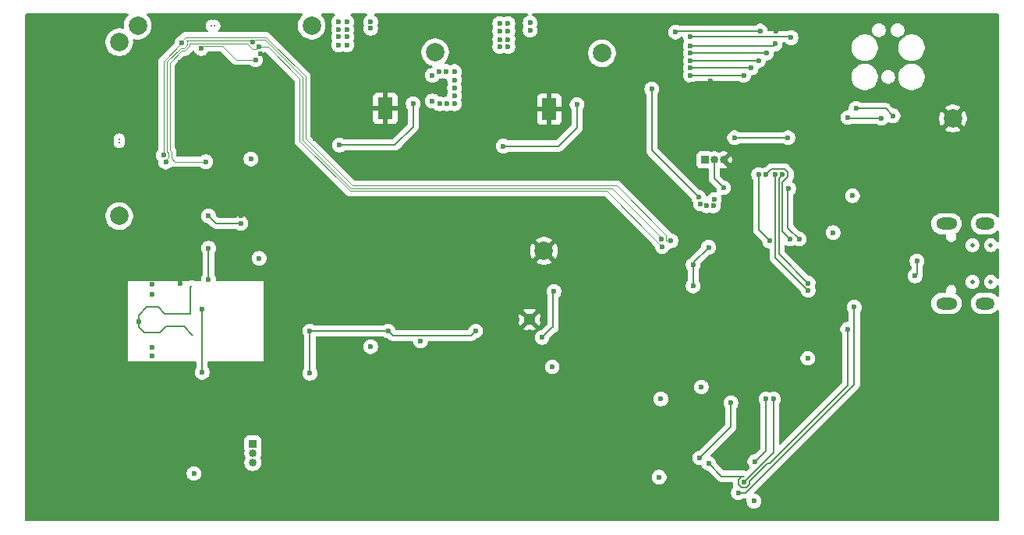
<source format=gbr>
%TF.GenerationSoftware,KiCad,Pcbnew,9.0.5*%
%TF.CreationDate,2025-10-24T01:37:17-04:00*%
%TF.ProjectId,ElectrodeArrayPCB,456c6563-7472-46f6-9465-417272617950,rev?*%
%TF.SameCoordinates,Original*%
%TF.FileFunction,Copper,L4,Bot*%
%TF.FilePolarity,Positive*%
%FSLAX46Y46*%
G04 Gerber Fmt 4.6, Leading zero omitted, Abs format (unit mm)*
G04 Created by KiCad (PCBNEW 9.0.5) date 2025-10-24 01:37:17*
%MOMM*%
%LPD*%
G01*
G04 APERTURE LIST*
%TA.AperFunction,ComponentPad*%
%ADD10C,0.250000*%
%TD*%
%TA.AperFunction,ComponentPad*%
%ADD11C,2.000000*%
%TD*%
%TA.AperFunction,ComponentPad*%
%ADD12R,0.850000X0.850000*%
%TD*%
%TA.AperFunction,ComponentPad*%
%ADD13C,0.850000*%
%TD*%
%TA.AperFunction,ComponentPad*%
%ADD14O,2.100000X1.300000*%
%TD*%
%TA.AperFunction,ComponentPad*%
%ADD15O,2.300000X1.300000*%
%TD*%
%TA.AperFunction,ComponentPad*%
%ADD16C,0.500000*%
%TD*%
%TA.AperFunction,ComponentPad*%
%ADD17C,0.600000*%
%TD*%
%TA.AperFunction,SMDPad,CuDef*%
%ADD18R,1.650000X2.400000*%
%TD*%
%TA.AperFunction,HeatsinkPad*%
%ADD19C,0.600000*%
%TD*%
%TA.AperFunction,HeatsinkPad*%
%ADD20R,1.300000X1.300000*%
%TD*%
%TA.AperFunction,ViaPad*%
%ADD21C,0.600000*%
%TD*%
%TA.AperFunction,Conductor*%
%ADD22C,0.200000*%
%TD*%
%TA.AperFunction,Conductor*%
%ADD23C,0.100000*%
%TD*%
G04 APERTURE END LIST*
D10*
%TO.P,J10,1,Pin_1*%
%TO.N,Net-(J10-Pin_1)*%
X143800000Y-68800000D03*
%TO.P,J10,2,Pin_2*%
%TO.N,Net-(J10-Pin_2)*%
X144150000Y-68800000D03*
D11*
%TO.P,J10,9,Pin_9*%
%TO.N,Net-(J10-Pin_9)*%
X135800000Y-68800000D03*
%TO.P,J10,10,Pin_10*%
%TO.N,Net-(J10-Pin_10)*%
X154700000Y-68800000D03*
%TD*%
D10*
%TO.P,J2,1,Pin_1*%
%TO.N,Net-(J2-Pin_1)*%
X133800000Y-81500000D03*
%TO.P,J2,2,Pin_2*%
%TO.N,Net-(J2-Pin_2)*%
X133800000Y-81150000D03*
D11*
%TO.P,J2,9,Pin_9*%
%TO.N,Net-(J2-Pin_9)*%
X133800000Y-89500000D03*
%TO.P,J2,10,Pin_10*%
%TO.N,Net-(J10-Pin_9)*%
X133800000Y-70600000D03*
%TD*%
%TO.P,TP4,1,1*%
%TO.N,GND*%
X179900000Y-93300000D03*
%TD*%
%TO.P,TP3,1,1*%
%TO.N,GND*%
X224300000Y-78900000D03*
%TD*%
%TO.P,TP2,1,1*%
%TO.N,/ldo_3v3*%
X186200000Y-71800000D03*
%TD*%
%TO.P,TP1,1,1*%
%TO.N,/ldo_5v*%
X168100000Y-71700000D03*
%TD*%
D12*
%TO.P,JP3,1,A*%
%TO.N,+3.3V*%
X197400000Y-83400000D03*
D13*
%TO.P,JP3,2,C*%
%TO.N,Net-(JP3-C)*%
X198400000Y-83400000D03*
%TO.P,JP3,3,B*%
%TO.N,GND*%
X199400000Y-83400000D03*
%TD*%
D14*
%TO.P,J6,S1,SHIELD*%
%TO.N,Net-(J6-SHIELD)*%
X227800000Y-90340000D03*
D15*
X223600000Y-90340000D03*
D16*
X228420000Y-92670000D03*
X226420000Y-92670000D03*
X228420000Y-96670000D03*
X226420000Y-96670000D03*
D14*
X227800000Y-99000000D03*
D15*
X223600000Y-99000000D03*
%TD*%
D17*
%TO.P,U1,11,EPAD*%
%TO.N,GND*%
X180955000Y-78760000D03*
X180955000Y-77040000D03*
D18*
X180475000Y-77900000D03*
D17*
X180475000Y-77900000D03*
X179995000Y-78760000D03*
X179995000Y-77040000D03*
%TD*%
D19*
%TO.P,U14,17,EP*%
%TO.N,GND*%
X178687500Y-101100000D03*
X178687500Y-100400000D03*
D20*
X178337500Y-100750000D03*
D19*
X177987500Y-101100000D03*
X177987500Y-100400000D03*
%TD*%
D12*
%TO.P,JP1,1,A*%
%TO.N,Net-(JP1-A)*%
X148300000Y-114300000D03*
D13*
%TO.P,JP1,2,C*%
%TO.N,Net-(JP1-C)*%
X148300000Y-115300000D03*
%TO.P,JP1,3,B*%
%TO.N,Net-(JP1-B)*%
X148300000Y-116300000D03*
%TD*%
D17*
%TO.P,U28,11,EPAD*%
%TO.N,GND*%
X162195000Y-76940000D03*
X162195000Y-78660000D03*
X162675000Y-77800000D03*
D18*
X162675000Y-77800000D03*
D17*
X163155000Y-76940000D03*
X163155000Y-78660000D03*
%TD*%
D21*
%TO.N,/amp_inverting_input*%
X143500000Y-96400000D03*
%TO.N,s2*%
X192733372Y-92830665D03*
%TO.N,s1*%
X192650000Y-91969475D03*
%TO.N,s0*%
X193700000Y-92200000D03*
%TO.N,GND*%
X149118903Y-71891117D03*
X140400000Y-72800000D03*
X137500000Y-72100000D03*
%TO.N,Net-(U19-EN)*%
X148600000Y-72500000D03*
%TO.N,s2*%
X143200000Y-83600000D03*
X149000000Y-71100000D03*
%TO.N,s1*%
X148300000Y-70600000D03*
X138844375Y-83634995D03*
%TO.N,s0*%
X140600000Y-70700000D03*
X138594553Y-82874999D03*
%TO.N,GND*%
X150300000Y-74500000D03*
%TO.N,Net-(U19-EN)*%
X142700000Y-71300000D03*
%TO.N,GND*%
X131900000Y-88900000D03*
X131600000Y-93900000D03*
X129200000Y-78900000D03*
%TO.N,/battery*%
X157600000Y-70900000D03*
X158500000Y-70900000D03*
X178400000Y-68500000D03*
X178400000Y-69300000D03*
X175100000Y-71100000D03*
X176000000Y-71100000D03*
X176000000Y-70300000D03*
X175100000Y-70300000D03*
X175100000Y-69400000D03*
X176000000Y-69400000D03*
X176000000Y-68600000D03*
X175100000Y-68600000D03*
X157600000Y-70000000D03*
X157600000Y-69200000D03*
X158500000Y-70000000D03*
X158500000Y-69200000D03*
X157600000Y-68400000D03*
X161100000Y-69100000D03*
X161100000Y-68400000D03*
X158500000Y-68400000D03*
%TO.N,Net-(C41-Pad1)*%
X181000000Y-97700000D03*
X179700000Y-102700000D03*
%TO.N,/MCU_VDD33*%
X192600000Y-109400000D03*
X202700000Y-120500000D03*
X192400000Y-117900000D03*
X208561747Y-104968497D03*
X197000000Y-108100000D03*
%TO.N,Net-(J4-VDD)*%
X194200000Y-69500000D03*
X203400000Y-69400000D03*
%TO.N,+5V*%
X167800000Y-77000000D03*
X167800000Y-74200000D03*
X168500000Y-73800000D03*
X169300000Y-73800000D03*
X170200000Y-73800000D03*
X170200000Y-74700000D03*
X170200000Y-75600000D03*
X170200000Y-76400000D03*
X170200000Y-77300000D03*
X169400000Y-77300000D03*
X168600000Y-77300000D03*
%TO.N,/MCU_VDD33*%
X191600000Y-75700000D03*
%TO.N,GND*%
X196850000Y-89350000D03*
%TO.N,/MCU_VDD33*%
X198400000Y-87700000D03*
X196900000Y-88200000D03*
X197600000Y-88400000D03*
X196700000Y-87469000D03*
X198300000Y-88400000D03*
X211300000Y-91300000D03*
X213400000Y-87300000D03*
%TO.N,GND*%
X196000000Y-101300000D03*
%TO.N,/MCU_VDD33*%
X196100000Y-94800000D03*
X196100000Y-97100000D03*
X197775756Y-92901000D03*
%TO.N,GND*%
X145900000Y-82900000D03*
X146000000Y-76400000D03*
%TO.N,Net-(JP3-C)*%
X199424265Y-86424265D03*
%TO.N,GND*%
X158700000Y-80800000D03*
X155100000Y-81100000D03*
%TO.N,/ldo_5v*%
X165700000Y-77300000D03*
X157700000Y-81800000D03*
%TO.N,GND*%
X173000000Y-81500000D03*
%TO.N,/ldo_3v3*%
X183500000Y-77400000D03*
X175500000Y-81900000D03*
%TO.N,GND*%
X176500000Y-80900000D03*
X140400000Y-96800000D03*
X196000000Y-75200000D03*
X220400000Y-97800000D03*
X185200000Y-100600000D03*
X183800000Y-99000000D03*
X193200000Y-95610000D03*
X151562718Y-112286409D03*
X167878624Y-100568769D03*
X214000000Y-91400000D03*
X213600000Y-92400000D03*
X175000000Y-106500000D03*
X197200000Y-75600000D03*
X175000000Y-104000000D03*
X175000000Y-105500000D03*
X191600000Y-104600000D03*
X140800000Y-88200000D03*
X205119999Y-69400000D03*
X205000000Y-121200000D03*
X195600000Y-121000000D03*
X219000000Y-83400000D03*
X215200000Y-92200000D03*
X171500000Y-106000000D03*
X171500000Y-105000000D03*
X220600000Y-91600000D03*
X171500000Y-107000000D03*
X205600000Y-120600000D03*
X150000000Y-94520000D03*
X183800000Y-102400000D03*
X150100000Y-116600000D03*
X133500000Y-98000000D03*
X163000000Y-101000000D03*
X171500000Y-108000000D03*
X137400000Y-98000000D03*
X220600000Y-82800000D03*
X189400000Y-102400000D03*
X185410000Y-105070000D03*
X187210000Y-105970000D03*
X174000000Y-103000000D03*
X198000000Y-74800000D03*
X163500000Y-107500000D03*
X220000000Y-99200000D03*
X175000000Y-108000000D03*
X188000000Y-102400000D03*
X186610000Y-110070000D03*
X188000000Y-99000000D03*
X210400000Y-114000000D03*
X213600000Y-93000000D03*
X150000000Y-104500000D03*
X185200000Y-102400000D03*
X133400000Y-103600000D03*
X221600000Y-90400000D03*
X189355622Y-96039237D03*
X155000000Y-100500000D03*
X163500000Y-109500000D03*
X163500000Y-104500000D03*
X185200000Y-99000000D03*
X137400000Y-104700000D03*
X195800000Y-106800000D03*
X145100000Y-107700000D03*
X208200000Y-109000000D03*
X220000000Y-100200000D03*
X170500000Y-99500000D03*
X147000000Y-89500000D03*
X186600000Y-100600000D03*
X163500000Y-105500000D03*
X187200000Y-94400000D03*
X190989000Y-97124592D03*
X194000000Y-75200000D03*
X159000000Y-98500000D03*
X188900000Y-98200000D03*
X213943450Y-82881550D03*
X187178077Y-95943655D03*
X137400000Y-96900000D03*
X184410000Y-105070000D03*
X193200000Y-121000000D03*
X209206765Y-114593235D03*
X214800000Y-91400000D03*
X149825735Y-101674265D03*
X208800000Y-108200000D03*
X142000000Y-91500000D03*
X171500000Y-104000000D03*
X193800000Y-121600000D03*
X191600000Y-95000000D03*
X137400000Y-103800000D03*
X169500000Y-99500000D03*
X204200000Y-121200000D03*
X189400000Y-99000000D03*
X219743450Y-68881550D03*
X186600000Y-99000000D03*
X186210000Y-104070000D03*
X189010000Y-106070000D03*
X151700000Y-111600000D03*
X188000000Y-100600000D03*
X201800000Y-114600000D03*
X167500000Y-98500000D03*
X189139197Y-94455233D03*
X151562718Y-110913591D03*
X194800000Y-121600000D03*
X207400000Y-109511000D03*
X171500000Y-109000000D03*
X183800000Y-100600000D03*
X163500000Y-106500000D03*
X137400000Y-98000000D03*
X163500000Y-108500000D03*
X186600000Y-102400000D03*
X199639502Y-115060000D03*
X145600000Y-117100000D03*
X189400000Y-100600000D03*
X191714265Y-95685735D03*
X137400000Y-98000000D03*
X212543450Y-81281550D03*
X175000000Y-109000000D03*
%TO.N,+5V*%
X148100000Y-83300000D03*
X166500000Y-103100000D03*
X180800000Y-105900000D03*
X161100000Y-103700000D03*
X141900000Y-117500000D03*
X148999000Y-94105372D03*
%TO.N,/MCU_VDD33*%
X217800000Y-78600000D03*
X213800000Y-77800000D03*
%TO.N,Net-(J4-DAT2)*%
X201600000Y-74200000D03*
X195800000Y-74200000D03*
%TO.N,Net-(J4-DAT3{slash}CD)*%
X195800000Y-73400000D03*
X202412000Y-73400000D03*
%TO.N,Net-(J4-DAT0)*%
X195800000Y-71000000D03*
X205000000Y-70800000D03*
%TO.N,Net-(J4-DAT1)*%
X195800000Y-70000000D03*
X206722500Y-70122500D03*
%TO.N,Net-(J4-CMD)*%
X203200000Y-72600000D03*
X195800000Y-72600000D03*
%TO.N,Net-(J4-CLK)*%
X204050000Y-71800000D03*
X195800000Y-71800000D03*
%TO.N,VCM_Guard_2.5V*%
X172500000Y-102000000D03*
X154500000Y-106600000D03*
X163000000Y-102000000D03*
X142800000Y-99600000D03*
X142800000Y-106500000D03*
X154500000Y-102000000D03*
%TO.N,guard_ring*%
X147000000Y-90300003D03*
X135900000Y-101000000D03*
X143500000Y-89500000D03*
%TO.N,/amp_inverting_input*%
X143500000Y-93000000D03*
%TO.N,Net-(U15-PC8)*%
X208600000Y-97600003D03*
X205000000Y-85000000D03*
%TO.N,Net-(U15-PC9)*%
X205800000Y-85000000D03*
X208600000Y-96800000D03*
%TO.N,Net-(U15-PC10)*%
X207600000Y-92000000D03*
X206475735Y-86524265D03*
%TO.N,Net-(U15-PC12)*%
X204000000Y-85000000D03*
X206600000Y-92000000D03*
%TO.N,PD2_SDMMC1_CMD*%
X204400000Y-92200000D03*
X203199997Y-85000000D03*
%TO.N,Net-(U24-SIO3)*%
X202800000Y-116200000D03*
X204000113Y-109386582D03*
%TO.N,Net-(U25-~{CE})*%
X201600000Y-118400000D03*
X204800000Y-109400000D03*
%TO.N,Net-(U25-SCLK)*%
X200200000Y-109819634D03*
X196800000Y-115800000D03*
%TO.N,Net-(U25-SI{slash}SIO0)*%
X212881000Y-101800000D03*
X197800000Y-116400000D03*
%TO.N,Net-(U25-SIO3)*%
X201000000Y-119600000D03*
X213600000Y-99400000D03*
%TO.N,STM32_RSTn*%
X200600000Y-81000000D03*
X216543450Y-78881550D03*
X212900000Y-78800000D03*
X206400000Y-81000000D03*
%TO.N,Net-(U15-PA9)*%
X220400000Y-94400000D03*
X220200000Y-96020000D03*
%TD*%
D22*
%TO.N,guard_ring*%
X141500000Y-100100000D02*
X141500000Y-97300000D01*
X141500000Y-97300000D02*
X141700000Y-97100000D01*
X138700000Y-100100000D02*
X141500000Y-100100000D01*
X135900000Y-100300000D02*
X136800000Y-99400000D01*
X138000000Y-99400000D02*
X138700000Y-100100000D01*
X135900000Y-101000000D02*
X135900000Y-100300000D01*
X136800000Y-99400000D02*
X138000000Y-99400000D01*
X141700000Y-102400000D02*
X141800000Y-102400000D01*
X140800000Y-101500000D02*
X141700000Y-102400000D01*
X138200000Y-102200000D02*
X138900000Y-101500000D01*
X136500000Y-102200000D02*
X138200000Y-102200000D01*
X135900000Y-101600000D02*
X136500000Y-102200000D01*
X135900000Y-101000000D02*
X135900000Y-101600000D01*
X138900000Y-101500000D02*
X140800000Y-101500000D01*
%TO.N,/amp_inverting_input*%
X143500000Y-96400000D02*
X143500000Y-93000000D01*
D23*
%TO.N,s2*%
X192423182Y-92520475D02*
X192733372Y-92830665D01*
X192421768Y-92520475D02*
X192423182Y-92520475D01*
X192099000Y-92197707D02*
X192421768Y-92520475D01*
X186704707Y-86802000D02*
X192099000Y-92196293D01*
X149948644Y-71100000D02*
X153398000Y-74549356D01*
X158850644Y-86802000D02*
X186704707Y-86802000D01*
X149000000Y-71100000D02*
X149948644Y-71100000D01*
X153398000Y-74549356D02*
X153398000Y-81349356D01*
X153398000Y-81349356D02*
X158850644Y-86802000D01*
X192099000Y-92196293D02*
X192099000Y-92197707D01*
%TO.N,s1*%
X192650000Y-91850000D02*
X192650000Y-91969475D01*
X158975322Y-86501000D02*
X187301000Y-86501000D01*
X153699000Y-74424678D02*
X153699000Y-81224678D01*
X149624322Y-70350000D02*
X153699000Y-74424678D01*
X153699000Y-81224678D02*
X158975322Y-86501000D01*
X148550000Y-70350000D02*
X149624322Y-70350000D01*
X148300000Y-70600000D02*
X148550000Y-70350000D01*
X187301000Y-86501000D02*
X192650000Y-91850000D01*
%TO.N,s0*%
X193200000Y-92200000D02*
X193700000Y-92200000D01*
X193200000Y-91600000D02*
X193200000Y-92200000D01*
X154000000Y-81100000D02*
X159100000Y-86200000D01*
X159100000Y-86200000D02*
X187800000Y-86200000D01*
X154000000Y-74300000D02*
X154000000Y-81100000D01*
X149749000Y-70049000D02*
X154000000Y-74300000D01*
X140600000Y-70474322D02*
X141025322Y-70049000D01*
X141025322Y-70049000D02*
X149749000Y-70049000D01*
X187800000Y-86200000D02*
X193200000Y-91600000D01*
X140600000Y-70700000D02*
X140600000Y-70474322D01*
%TO.N,s2*%
X139800000Y-83600000D02*
X143200000Y-83600000D01*
X139437231Y-83237231D02*
X139800000Y-83600000D01*
X139446553Y-83227909D02*
X139437231Y-83237231D01*
X139446553Y-82522089D02*
X139446553Y-83227909D01*
X139301000Y-82376536D02*
X139446553Y-82522089D01*
X140952910Y-71552000D02*
X140599356Y-71552000D01*
X148289990Y-71369222D02*
X147669768Y-70749000D01*
X148730778Y-71369222D02*
X148289990Y-71369222D01*
X149000000Y-71100000D02*
X148730778Y-71369222D01*
X141452000Y-70749000D02*
X141452000Y-71052910D01*
X140599356Y-71552000D02*
X139301000Y-72850356D01*
X147669768Y-70749000D02*
X141452000Y-70749000D01*
X139301000Y-72850356D02*
X139301000Y-82376536D01*
X141452000Y-71052910D02*
X140952910Y-71552000D01*
%TO.N,Net-(U19-EN)*%
X146465510Y-72500000D02*
X148600000Y-72500000D01*
X145015510Y-71050000D02*
X146465510Y-72500000D01*
X142700000Y-71300000D02*
X142950000Y-71050000D01*
X142950000Y-71050000D02*
X145015510Y-71050000D01*
%TO.N,s1*%
X139000000Y-83479370D02*
X138844375Y-83634995D01*
X139000000Y-83248784D02*
X139000000Y-83479370D01*
X139145553Y-82646767D02*
X139145553Y-83103231D01*
X139000000Y-72725678D02*
X139000000Y-82501214D01*
X141151000Y-70471768D02*
X141151000Y-70928232D01*
X139145553Y-83103231D02*
X139000000Y-83248784D01*
X141151000Y-70928232D02*
X140828232Y-71251000D01*
X141089616Y-70410384D02*
X141151000Y-70471768D01*
X140828232Y-71251000D02*
X140474678Y-71251000D01*
X139000000Y-82501214D02*
X139145553Y-82646767D01*
X141100000Y-70400000D02*
X141089616Y-70410384D01*
X148100000Y-70400000D02*
X141100000Y-70400000D01*
X140474678Y-71251000D02*
X139000000Y-72725678D01*
X148300000Y-70600000D02*
X148100000Y-70400000D01*
%TO.N,s0*%
X138594553Y-72705447D02*
X140600000Y-70700000D01*
X138594553Y-82874999D02*
X138594553Y-72705447D01*
D22*
%TO.N,Net-(C41-Pad1)*%
X180900000Y-97800000D02*
X181000000Y-97700000D01*
X180800000Y-101600000D02*
X180900000Y-101600000D01*
X179700000Y-102700000D02*
X180800000Y-101600000D01*
X180900000Y-101600000D02*
X180900000Y-97800000D01*
%TO.N,Net-(J4-VDD)*%
X194300000Y-69400000D02*
X194200000Y-69500000D01*
X203400000Y-69400000D02*
X194300000Y-69400000D01*
%TO.N,/MCU_VDD33*%
X191600000Y-75700000D02*
X191600000Y-82369000D01*
X191600000Y-82369000D02*
X196700000Y-87469000D01*
%TO.N,STM32_RSTn*%
X212981550Y-78881550D02*
X212900000Y-78800000D01*
X216543450Y-78881550D02*
X212981550Y-78881550D01*
%TO.N,/MCU_VDD33*%
X196100000Y-94800000D02*
X196100000Y-97100000D01*
X196100000Y-94576756D02*
X196100000Y-94800000D01*
X197775756Y-92901000D02*
X196100000Y-94576756D01*
%TO.N,Net-(JP3-C)*%
X198400000Y-85400000D02*
X199424265Y-86424265D01*
X198400000Y-83400000D02*
X198400000Y-85400000D01*
%TO.N,/ldo_5v*%
X157700000Y-81800000D02*
X163700000Y-81800000D01*
X165700000Y-79800000D02*
X165700000Y-77300000D01*
X163700000Y-81800000D02*
X165700000Y-79800000D01*
%TO.N,/ldo_3v3*%
X183500000Y-79900000D02*
X183500000Y-77400000D01*
X175500000Y-81900000D02*
X181500000Y-81900000D01*
X181500000Y-81900000D02*
X183500000Y-79900000D01*
%TO.N,/MCU_VDD33*%
X217000000Y-77800000D02*
X217800000Y-78600000D01*
X213800000Y-77800000D02*
X217000000Y-77800000D01*
%TO.N,Net-(J4-DAT2)*%
X195800000Y-74200000D02*
X201600000Y-74200000D01*
%TO.N,Net-(J4-DAT3{slash}CD)*%
X195800000Y-73400000D02*
X202412000Y-73400000D01*
%TO.N,Net-(J4-DAT0)*%
X195800000Y-71000000D02*
X204800000Y-71000000D01*
X204800000Y-71000000D02*
X205000000Y-70800000D01*
%TO.N,Net-(J4-DAT1)*%
X195800000Y-70000000D02*
X206600000Y-70000000D01*
X206600000Y-70000000D02*
X206722500Y-70122500D01*
%TO.N,Net-(J4-CMD)*%
X195800000Y-72600000D02*
X203200000Y-72600000D01*
%TO.N,Net-(J4-CLK)*%
X195800000Y-71800000D02*
X204050000Y-71800000D01*
%TO.N,VCM_Guard_2.5V*%
X163000000Y-102000000D02*
X163500000Y-102500000D01*
X142800000Y-99600000D02*
X142800000Y-106500000D01*
X172000000Y-102500000D02*
X172500000Y-102000000D01*
X163500000Y-102500000D02*
X172000000Y-102500000D01*
X154500000Y-102000000D02*
X163000000Y-102000000D01*
X154500000Y-106600000D02*
X154500000Y-102000000D01*
%TO.N,guard_ring*%
X143500000Y-89500000D02*
X144300003Y-90300003D01*
X144300003Y-90300003D02*
X147000000Y-90300003D01*
%TO.N,Net-(U15-PC8)*%
X205000000Y-94049943D02*
X208550060Y-97600003D01*
X208550060Y-97600003D02*
X208600000Y-97600003D01*
X205000000Y-85000000D02*
X205000000Y-94049943D01*
%TO.N,Net-(U15-PC9)*%
X205401000Y-93601000D02*
X208600000Y-96800000D01*
X205601000Y-85248943D02*
X205401000Y-85448943D01*
X205800000Y-85000000D02*
X205601000Y-85199000D01*
X205401000Y-85448943D02*
X205401000Y-93601000D01*
X205601000Y-85199000D02*
X205601000Y-85248943D01*
%TO.N,Net-(U15-PC10)*%
X206400000Y-90800000D02*
X207600000Y-92000000D01*
X206400000Y-86600000D02*
X206400000Y-90800000D01*
X206475735Y-86524265D02*
X206400000Y-86600000D01*
%TO.N,Net-(U15-PC12)*%
X206401000Y-85248943D02*
X205802000Y-85847943D01*
X204601000Y-84399000D02*
X206048943Y-84399000D01*
X205802000Y-91202000D02*
X206600000Y-92000000D01*
X206048943Y-84399000D02*
X206401000Y-84751057D01*
X204000000Y-85000000D02*
X204601000Y-84399000D01*
X205802000Y-85847943D02*
X205802000Y-91202000D01*
X206401000Y-84751057D02*
X206401000Y-85248943D01*
%TO.N,PD2_SDMMC1_CMD*%
X203199997Y-90999997D02*
X204400000Y-92200000D01*
X203199997Y-85000000D02*
X203199997Y-90999997D01*
%TO.N,Net-(U24-SIO3)*%
X204000113Y-114999887D02*
X204000113Y-109386582D01*
X202800000Y-116200000D02*
X204000113Y-114999887D01*
%TO.N,Net-(U25-~{CE})*%
X204800000Y-115200000D02*
X204800000Y-109400000D01*
X201600000Y-118400000D02*
X204800000Y-115200000D01*
%TO.N,Net-(U25-SCLK)*%
X200200000Y-112400000D02*
X200200000Y-109819634D01*
X196800000Y-115800000D02*
X200200000Y-112400000D01*
%TO.N,Net-(U25-SI{slash}SIO0)*%
X197800000Y-116400000D02*
X199200000Y-117800000D01*
X201351057Y-119001000D02*
X201848943Y-119001000D01*
X201848943Y-119001000D02*
X202201000Y-118648943D01*
X200999000Y-118151057D02*
X200999000Y-118648943D01*
X201633900Y-117799000D02*
X201351057Y-117799000D01*
X202201000Y-118366100D02*
X204167100Y-116400000D01*
X204400000Y-116400000D02*
X212881000Y-107919000D01*
X200999000Y-118648943D02*
X201351057Y-119001000D01*
X202201000Y-118648943D02*
X202201000Y-118366100D01*
X204167100Y-116400000D02*
X204400000Y-116400000D01*
X201351057Y-117799000D02*
X200999000Y-118151057D01*
X199200000Y-117800000D02*
X201632900Y-117800000D01*
X212881000Y-107919000D02*
X212881000Y-101800000D01*
X201632900Y-117800000D02*
X201633900Y-117799000D01*
%TO.N,Net-(U25-SIO3)*%
X201817043Y-119600000D02*
X213600000Y-107817043D01*
X213600000Y-107817043D02*
X213600000Y-99400000D01*
X201000000Y-119600000D02*
X201817043Y-119600000D01*
%TO.N,STM32_RSTn*%
X206400000Y-81000000D02*
X200600000Y-81000000D01*
%TO.N,Net-(U15-PA9)*%
X220400000Y-94400000D02*
X220400000Y-95820000D01*
X220400000Y-95820000D02*
X220200000Y-96020000D01*
%TD*%
%TA.AperFunction,Conductor*%
%TO.N,GND*%
G36*
X134745150Y-67520185D02*
G01*
X134790905Y-67572989D01*
X134800849Y-67642147D01*
X134771824Y-67705703D01*
X134765792Y-67712181D01*
X134655485Y-67822487D01*
X134655485Y-67822488D01*
X134655483Y-67822490D01*
X134603321Y-67894285D01*
X134516657Y-68013566D01*
X134409433Y-68224003D01*
X134336446Y-68448631D01*
X134299500Y-68681902D01*
X134299500Y-68918092D01*
X134312342Y-68999178D01*
X134303386Y-69068472D01*
X134258389Y-69121923D01*
X134191638Y-69142562D01*
X134156201Y-69137208D01*
X134156111Y-69137585D01*
X134151722Y-69136531D01*
X134151546Y-69136505D01*
X134151488Y-69136486D01*
X134151366Y-69136446D01*
X133918097Y-69099500D01*
X133918092Y-69099500D01*
X133681908Y-69099500D01*
X133681903Y-69099500D01*
X133448631Y-69136446D01*
X133224003Y-69209433D01*
X133013566Y-69316657D01*
X132931894Y-69375996D01*
X132822490Y-69455483D01*
X132822488Y-69455485D01*
X132822487Y-69455485D01*
X132655485Y-69622487D01*
X132655485Y-69622488D01*
X132655483Y-69622490D01*
X132636749Y-69648275D01*
X132516657Y-69813566D01*
X132409433Y-70024003D01*
X132336446Y-70248631D01*
X132299500Y-70481902D01*
X132299500Y-70718097D01*
X132336446Y-70951368D01*
X132409433Y-71175996D01*
X132489685Y-71333497D01*
X132516657Y-71386433D01*
X132655483Y-71577510D01*
X132822490Y-71744517D01*
X133013567Y-71883343D01*
X133112991Y-71934002D01*
X133224003Y-71990566D01*
X133224005Y-71990566D01*
X133224008Y-71990568D01*
X133281958Y-72009397D01*
X133448631Y-72063553D01*
X133681903Y-72100500D01*
X133681908Y-72100500D01*
X133918097Y-72100500D01*
X134151368Y-72063553D01*
X134188869Y-72051368D01*
X134375992Y-71990568D01*
X134586433Y-71883343D01*
X134777510Y-71744517D01*
X134944517Y-71577510D01*
X135083343Y-71386433D01*
X135190568Y-71175992D01*
X135263553Y-70951368D01*
X135272918Y-70892238D01*
X135300500Y-70718097D01*
X135300500Y-70481902D01*
X135287658Y-70400823D01*
X135296612Y-70331530D01*
X135341609Y-70278078D01*
X135408360Y-70257438D01*
X135443794Y-70262791D01*
X135443885Y-70262414D01*
X135448280Y-70263468D01*
X135448453Y-70263495D01*
X135448631Y-70263553D01*
X135681903Y-70300500D01*
X135681908Y-70300500D01*
X135918097Y-70300500D01*
X136151368Y-70263553D01*
X136234794Y-70236446D01*
X136375992Y-70190568D01*
X136586433Y-70083343D01*
X136777510Y-69944517D01*
X136944517Y-69777510D01*
X137083343Y-69586433D01*
X137190568Y-69375992D01*
X137263553Y-69151368D01*
X137275260Y-69077455D01*
X137300500Y-68918097D01*
X137300500Y-68681902D01*
X137263553Y-68448631D01*
X137204378Y-68266510D01*
X137190568Y-68224008D01*
X137190566Y-68224005D01*
X137190566Y-68224003D01*
X137087039Y-68020821D01*
X137083343Y-68013567D01*
X136944517Y-67822490D01*
X136834208Y-67712181D01*
X136800723Y-67650858D01*
X136805707Y-67581166D01*
X136847579Y-67525233D01*
X136913043Y-67500816D01*
X136921889Y-67500500D01*
X153578111Y-67500500D01*
X153645150Y-67520185D01*
X153690905Y-67572989D01*
X153700849Y-67642147D01*
X153671824Y-67705703D01*
X153665792Y-67712181D01*
X153555485Y-67822487D01*
X153555485Y-67822488D01*
X153555483Y-67822490D01*
X153503321Y-67894285D01*
X153416657Y-68013566D01*
X153309433Y-68224003D01*
X153236446Y-68448631D01*
X153199500Y-68681902D01*
X153199500Y-68918097D01*
X153236446Y-69151368D01*
X153309433Y-69375996D01*
X153412789Y-69578842D01*
X153416657Y-69586433D01*
X153555483Y-69777510D01*
X153722490Y-69944517D01*
X153913567Y-70083343D01*
X153952525Y-70103193D01*
X154124003Y-70190566D01*
X154124005Y-70190566D01*
X154124008Y-70190568D01*
X154181958Y-70209397D01*
X154348631Y-70263553D01*
X154581903Y-70300500D01*
X154581908Y-70300500D01*
X154818097Y-70300500D01*
X155051368Y-70263553D01*
X155134794Y-70236446D01*
X155275992Y-70190568D01*
X155486433Y-70083343D01*
X155677510Y-69944517D01*
X155844517Y-69777510D01*
X155983343Y-69586433D01*
X156090568Y-69375992D01*
X156163553Y-69151368D01*
X156175260Y-69077455D01*
X156200500Y-68918097D01*
X156200500Y-68681902D01*
X156163553Y-68448631D01*
X156104378Y-68266510D01*
X156090568Y-68224008D01*
X156090566Y-68224005D01*
X156090566Y-68224003D01*
X155987039Y-68020821D01*
X155983343Y-68013567D01*
X155844517Y-67822490D01*
X155734208Y-67712181D01*
X155700723Y-67650858D01*
X155705707Y-67581166D01*
X155747579Y-67525233D01*
X155813043Y-67500816D01*
X155821889Y-67500500D01*
X157096561Y-67500500D01*
X157163600Y-67520185D01*
X157209355Y-67572989D01*
X157219299Y-67642147D01*
X157190274Y-67705703D01*
X157165452Y-67727602D01*
X157089711Y-67778210D01*
X157089707Y-67778213D01*
X156978213Y-67889707D01*
X156978210Y-67889711D01*
X156890609Y-68020814D01*
X156890602Y-68020827D01*
X156830264Y-68166498D01*
X156830261Y-68166510D01*
X156799500Y-68321153D01*
X156799500Y-68478846D01*
X156830261Y-68633489D01*
X156830264Y-68633501D01*
X156879574Y-68752548D01*
X156887043Y-68822018D01*
X156879574Y-68847452D01*
X156830264Y-68966498D01*
X156830261Y-68966510D01*
X156799500Y-69121153D01*
X156799500Y-69278846D01*
X156830261Y-69433489D01*
X156830264Y-69433501D01*
X156879574Y-69552548D01*
X156887043Y-69622018D01*
X156879574Y-69647452D01*
X156830264Y-69766498D01*
X156830261Y-69766510D01*
X156799500Y-69921153D01*
X156799500Y-70078846D01*
X156830261Y-70233489D01*
X156830264Y-70233501D01*
X156890604Y-70379177D01*
X156890605Y-70379179D01*
X156891899Y-70381115D01*
X156892264Y-70382282D01*
X156893476Y-70384549D01*
X156893045Y-70384778D01*
X156912773Y-70447794D01*
X156894285Y-70515173D01*
X156891899Y-70518885D01*
X156890605Y-70520820D01*
X156890604Y-70520822D01*
X156830264Y-70666498D01*
X156830261Y-70666510D01*
X156799500Y-70821153D01*
X156799500Y-70978846D01*
X156830261Y-71133489D01*
X156830264Y-71133501D01*
X156890602Y-71279172D01*
X156890609Y-71279185D01*
X156978210Y-71410288D01*
X156978213Y-71410292D01*
X157089707Y-71521786D01*
X157089711Y-71521789D01*
X157220814Y-71609390D01*
X157220827Y-71609397D01*
X157366498Y-71669735D01*
X157366503Y-71669737D01*
X157521153Y-71700499D01*
X157521156Y-71700500D01*
X157521158Y-71700500D01*
X157678844Y-71700500D01*
X157678845Y-71700499D01*
X157833497Y-71669737D01*
X157979179Y-71609394D01*
X157981110Y-71608103D01*
X157982276Y-71607737D01*
X157984546Y-71606525D01*
X157984776Y-71606955D01*
X158047786Y-71587226D01*
X158115166Y-71605710D01*
X158118850Y-71608077D01*
X158120821Y-71609394D01*
X158120824Y-71609395D01*
X158120827Y-71609397D01*
X158266498Y-71669735D01*
X158266503Y-71669737D01*
X158421153Y-71700499D01*
X158421156Y-71700500D01*
X158421158Y-71700500D01*
X158578844Y-71700500D01*
X158578845Y-71700499D01*
X158733497Y-71669737D01*
X158879179Y-71609394D01*
X158920324Y-71581902D01*
X166599500Y-71581902D01*
X166599500Y-71818097D01*
X166636446Y-72051368D01*
X166709433Y-72275996D01*
X166783719Y-72421789D01*
X166816657Y-72486433D01*
X166955483Y-72677510D01*
X167122490Y-72844517D01*
X167313567Y-72983343D01*
X167524008Y-73090568D01*
X167669764Y-73137927D01*
X167736687Y-73159672D01*
X167794363Y-73199110D01*
X167821561Y-73263468D01*
X167809646Y-73332315D01*
X167762402Y-73383790D01*
X167722561Y-73399220D01*
X167566508Y-73430261D01*
X167566498Y-73430264D01*
X167420827Y-73490602D01*
X167420814Y-73490609D01*
X167289711Y-73578210D01*
X167289707Y-73578213D01*
X167178213Y-73689707D01*
X167178210Y-73689711D01*
X167090609Y-73820814D01*
X167090602Y-73820827D01*
X167030264Y-73966498D01*
X167030261Y-73966510D01*
X166999500Y-74121153D01*
X166999500Y-74278846D01*
X167030261Y-74433489D01*
X167030264Y-74433501D01*
X167090602Y-74579172D01*
X167090609Y-74579185D01*
X167178210Y-74710288D01*
X167178213Y-74710292D01*
X167289707Y-74821786D01*
X167289711Y-74821789D01*
X167420814Y-74909390D01*
X167420827Y-74909397D01*
X167566498Y-74969735D01*
X167566503Y-74969737D01*
X167721153Y-75000499D01*
X167721156Y-75000500D01*
X167721158Y-75000500D01*
X167878844Y-75000500D01*
X167878845Y-75000499D01*
X168033497Y-74969737D01*
X168179179Y-74909394D01*
X168310289Y-74821789D01*
X168421789Y-74710289D01*
X168458325Y-74655610D01*
X168511937Y-74610804D01*
X168561427Y-74600500D01*
X168578844Y-74600500D01*
X168578845Y-74600499D01*
X168733497Y-74569737D01*
X168852548Y-74520425D01*
X168922017Y-74512956D01*
X168947453Y-74520425D01*
X169066503Y-74569737D01*
X169181151Y-74592542D01*
X169221153Y-74600499D01*
X169221156Y-74600500D01*
X169275500Y-74600500D01*
X169342539Y-74620185D01*
X169388294Y-74672989D01*
X169399500Y-74724500D01*
X169399500Y-74778846D01*
X169430261Y-74933489D01*
X169430264Y-74933501D01*
X169490604Y-75079177D01*
X169490605Y-75079179D01*
X169491899Y-75081115D01*
X169492264Y-75082282D01*
X169493476Y-75084549D01*
X169493045Y-75084778D01*
X169512773Y-75147794D01*
X169494285Y-75215173D01*
X169491899Y-75218885D01*
X169490605Y-75220820D01*
X169490604Y-75220822D01*
X169430264Y-75366498D01*
X169430261Y-75366510D01*
X169399500Y-75521153D01*
X169399500Y-75678846D01*
X169430261Y-75833489D01*
X169430264Y-75833501D01*
X169479574Y-75952548D01*
X169487043Y-76022018D01*
X169479574Y-76047452D01*
X169430264Y-76166498D01*
X169430261Y-76166510D01*
X169399500Y-76321153D01*
X169399500Y-76382152D01*
X169379815Y-76449191D01*
X169327011Y-76494946D01*
X169299692Y-76503769D01*
X169166508Y-76530261D01*
X169166498Y-76530264D01*
X169047452Y-76579574D01*
X168977982Y-76587043D01*
X168952548Y-76579574D01*
X168833501Y-76530264D01*
X168833489Y-76530261D01*
X168678845Y-76499500D01*
X168678842Y-76499500D01*
X168521158Y-76499500D01*
X168511444Y-76501432D01*
X168441852Y-76495203D01*
X168399574Y-76467495D01*
X168310292Y-76378213D01*
X168310288Y-76378210D01*
X168179185Y-76290609D01*
X168179172Y-76290602D01*
X168033501Y-76230264D01*
X168033489Y-76230261D01*
X167878845Y-76199500D01*
X167878842Y-76199500D01*
X167721158Y-76199500D01*
X167721155Y-76199500D01*
X167566510Y-76230261D01*
X167566498Y-76230264D01*
X167420827Y-76290602D01*
X167420814Y-76290609D01*
X167289711Y-76378210D01*
X167289707Y-76378213D01*
X167178213Y-76489707D01*
X167178210Y-76489711D01*
X167090609Y-76620814D01*
X167090602Y-76620827D01*
X167030264Y-76766498D01*
X167030261Y-76766510D01*
X166999500Y-76921153D01*
X166999500Y-77078846D01*
X167030261Y-77233489D01*
X167030264Y-77233501D01*
X167090602Y-77379172D01*
X167090609Y-77379185D01*
X167178210Y-77510288D01*
X167178213Y-77510292D01*
X167289707Y-77621786D01*
X167289711Y-77621789D01*
X167420814Y-77709390D01*
X167420827Y-77709397D01*
X167518853Y-77750000D01*
X167566503Y-77769737D01*
X167710993Y-77798478D01*
X167721153Y-77800499D01*
X167721156Y-77800500D01*
X167721158Y-77800500D01*
X167878842Y-77800500D01*
X167888548Y-77798569D01*
X167958139Y-77804793D01*
X168000424Y-77832502D01*
X168045473Y-77877551D01*
X168089712Y-77921790D01*
X168220814Y-78009390D01*
X168220827Y-78009397D01*
X168318853Y-78050000D01*
X168366503Y-78069737D01*
X168521153Y-78100499D01*
X168521156Y-78100500D01*
X168521158Y-78100500D01*
X168678844Y-78100500D01*
X168678845Y-78100499D01*
X168833497Y-78069737D01*
X168927273Y-78030894D01*
X168952548Y-78020425D01*
X169022017Y-78012956D01*
X169047452Y-78020425D01*
X169072727Y-78030894D01*
X169166503Y-78069737D01*
X169321153Y-78100499D01*
X169321156Y-78100500D01*
X169321158Y-78100500D01*
X169478844Y-78100500D01*
X169478845Y-78100499D01*
X169633497Y-78069737D01*
X169727273Y-78030894D01*
X169752548Y-78020425D01*
X169822017Y-78012956D01*
X169847452Y-78020425D01*
X169872727Y-78030894D01*
X169966503Y-78069737D01*
X170121153Y-78100499D01*
X170121156Y-78100500D01*
X170121158Y-78100500D01*
X170278844Y-78100500D01*
X170278845Y-78100499D01*
X170433497Y-78069737D01*
X170579179Y-78009394D01*
X170580144Y-78008749D01*
X170599920Y-77995536D01*
X170679234Y-77942539D01*
X170710289Y-77921789D01*
X170761915Y-77870163D01*
X180325000Y-77870163D01*
X180325000Y-77929837D01*
X180347836Y-77984968D01*
X180390032Y-78027164D01*
X180445163Y-78050000D01*
X180504837Y-78050000D01*
X180559968Y-78027164D01*
X180602164Y-77984968D01*
X180625000Y-77929837D01*
X180625000Y-77870163D01*
X180602164Y-77815032D01*
X180559968Y-77772836D01*
X180504837Y-77750000D01*
X180445163Y-77750000D01*
X180390032Y-77772836D01*
X180347836Y-77815032D01*
X180325000Y-77870163D01*
X170761915Y-77870163D01*
X170821789Y-77810289D01*
X170909394Y-77679179D01*
X170969737Y-77533497D01*
X171000500Y-77378842D01*
X171000500Y-77221158D01*
X171000500Y-77221155D01*
X171000499Y-77221153D01*
X170974531Y-77090606D01*
X170969737Y-77066503D01*
X170969735Y-77066498D01*
X170909397Y-76920827D01*
X170909395Y-76920824D01*
X170909394Y-76920821D01*
X170908103Y-76918889D01*
X170907737Y-76917723D01*
X170906525Y-76915454D01*
X170906955Y-76915223D01*
X170887226Y-76852214D01*
X170896362Y-76803237D01*
X170901109Y-76791576D01*
X170909394Y-76779179D01*
X170962009Y-76652155D01*
X179150000Y-76652155D01*
X179150000Y-77650000D01*
X180225000Y-77650000D01*
X180725000Y-77650000D01*
X181800000Y-77650000D01*
X181800000Y-76652172D01*
X181799999Y-76652155D01*
X181793598Y-76592627D01*
X181793596Y-76592620D01*
X181743354Y-76457913D01*
X181743350Y-76457906D01*
X181657190Y-76342812D01*
X181657187Y-76342809D01*
X181542093Y-76256649D01*
X181542086Y-76256645D01*
X181407379Y-76206403D01*
X181407372Y-76206401D01*
X181347844Y-76200000D01*
X180725000Y-76200000D01*
X180725000Y-77650000D01*
X180225000Y-77650000D01*
X180225000Y-76200000D01*
X179602155Y-76200000D01*
X179542627Y-76206401D01*
X179542620Y-76206403D01*
X179407913Y-76256645D01*
X179407906Y-76256649D01*
X179292812Y-76342809D01*
X179292809Y-76342812D01*
X179206649Y-76457906D01*
X179206645Y-76457913D01*
X179156403Y-76592620D01*
X179156401Y-76592627D01*
X179150000Y-76652155D01*
X170962009Y-76652155D01*
X170969737Y-76633497D01*
X170985917Y-76552155D01*
X171000500Y-76478844D01*
X171000500Y-76321155D01*
X171000499Y-76321153D01*
X170978563Y-76210874D01*
X170969737Y-76166503D01*
X170933569Y-76079185D01*
X170920425Y-76047452D01*
X170912956Y-75977983D01*
X170920425Y-75952548D01*
X170969735Y-75833501D01*
X170969737Y-75833497D01*
X171000500Y-75678842D01*
X171000500Y-75621153D01*
X190799500Y-75621153D01*
X190799500Y-75778846D01*
X190830261Y-75933489D01*
X190830264Y-75933501D01*
X190890602Y-76079172D01*
X190890609Y-76079185D01*
X190948954Y-76166503D01*
X190975614Y-76206403D01*
X190978602Y-76210874D01*
X190999480Y-76277551D01*
X190999500Y-76279765D01*
X190999500Y-82282330D01*
X190999499Y-82282348D01*
X190999499Y-82448054D01*
X190999498Y-82448054D01*
X191040423Y-82600785D01*
X191050047Y-82617454D01*
X191119477Y-82737712D01*
X191119481Y-82737717D01*
X191238349Y-82856585D01*
X191238355Y-82856590D01*
X195865425Y-87483660D01*
X195898910Y-87544983D01*
X195899361Y-87547149D01*
X195930261Y-87702491D01*
X195930264Y-87702501D01*
X195990602Y-87848172D01*
X195990609Y-87848185D01*
X196078210Y-87979289D01*
X196080854Y-87982510D01*
X196108167Y-88046820D01*
X196106619Y-88085363D01*
X196099500Y-88121156D01*
X196099500Y-88278846D01*
X196130261Y-88433489D01*
X196130264Y-88433501D01*
X196190602Y-88579172D01*
X196190609Y-88579185D01*
X196278210Y-88710288D01*
X196278213Y-88710292D01*
X196389707Y-88821786D01*
X196389711Y-88821789D01*
X196520814Y-88909390D01*
X196520827Y-88909397D01*
X196666498Y-88969735D01*
X196666503Y-88969737D01*
X196810324Y-88998345D01*
X196821153Y-89000499D01*
X196821156Y-89000500D01*
X196821158Y-89000500D01*
X196978842Y-89000500D01*
X196989674Y-88998345D01*
X197059264Y-89004568D01*
X197084133Y-89019172D01*
X197084646Y-89018405D01*
X197220814Y-89109390D01*
X197220827Y-89109397D01*
X197366498Y-89169735D01*
X197366503Y-89169737D01*
X197465858Y-89189500D01*
X197521153Y-89200499D01*
X197521156Y-89200500D01*
X197521158Y-89200500D01*
X197678844Y-89200500D01*
X197678845Y-89200499D01*
X197833497Y-89169737D01*
X197902549Y-89141134D01*
X197972016Y-89133666D01*
X197997447Y-89141133D01*
X198066503Y-89169737D01*
X198165858Y-89189500D01*
X198221153Y-89200499D01*
X198221156Y-89200500D01*
X198221158Y-89200500D01*
X198378844Y-89200500D01*
X198378845Y-89200499D01*
X198533497Y-89169737D01*
X198651592Y-89120821D01*
X198679172Y-89109397D01*
X198679172Y-89109396D01*
X198679179Y-89109394D01*
X198810289Y-89021789D01*
X198921789Y-88910289D01*
X199009394Y-88779179D01*
X199069737Y-88633497D01*
X199100500Y-88478842D01*
X199100500Y-88321158D01*
X199100500Y-88321155D01*
X199075469Y-88195322D01*
X199081696Y-88125731D01*
X199093980Y-88102246D01*
X199109394Y-88079179D01*
X199169737Y-87933497D01*
X199200500Y-87778842D01*
X199200500Y-87621158D01*
X199200500Y-87621155D01*
X199200499Y-87621153D01*
X199185916Y-87547842D01*
X199169737Y-87466503D01*
X199133617Y-87379303D01*
X199126149Y-87309834D01*
X199157424Y-87247355D01*
X199217513Y-87211703D01*
X199272371Y-87210234D01*
X199345420Y-87224765D01*
X199345423Y-87224765D01*
X199503109Y-87224765D01*
X199503110Y-87224764D01*
X199657762Y-87194002D01*
X199803444Y-87133659D01*
X199934554Y-87046054D01*
X200046054Y-86934554D01*
X200133659Y-86803444D01*
X200194002Y-86657762D01*
X200224765Y-86503107D01*
X200224765Y-86345423D01*
X200224765Y-86345420D01*
X200224764Y-86345418D01*
X200194003Y-86190775D01*
X200194002Y-86190768D01*
X200175077Y-86145079D01*
X200133662Y-86045092D01*
X200133655Y-86045079D01*
X200046054Y-85913976D01*
X200046051Y-85913972D01*
X199934557Y-85802478D01*
X199934553Y-85802475D01*
X199803450Y-85714874D01*
X199803437Y-85714867D01*
X199657766Y-85654529D01*
X199657756Y-85654526D01*
X199502414Y-85623626D01*
X199440503Y-85591241D01*
X199438925Y-85589690D01*
X199036819Y-85187584D01*
X199022115Y-85160656D01*
X199005523Y-85134838D01*
X199004631Y-85128637D01*
X199003334Y-85126261D01*
X199000500Y-85099903D01*
X199000500Y-84921153D01*
X202399497Y-84921153D01*
X202399497Y-85078846D01*
X202430258Y-85233489D01*
X202430261Y-85233501D01*
X202490599Y-85379172D01*
X202490606Y-85379185D01*
X202578599Y-85510874D01*
X202599477Y-85577551D01*
X202599497Y-85579765D01*
X202599497Y-90913327D01*
X202599496Y-90913345D01*
X202599496Y-91079051D01*
X202599495Y-91079051D01*
X202599496Y-91079054D01*
X202640420Y-91231782D01*
X202640421Y-91231784D01*
X202640420Y-91231784D01*
X202656756Y-91260077D01*
X202656758Y-91260079D01*
X202656759Y-91260081D01*
X202690295Y-91318168D01*
X202719476Y-91368712D01*
X202838346Y-91487582D01*
X202838352Y-91487587D01*
X203565425Y-92214660D01*
X203598910Y-92275983D01*
X203599361Y-92278149D01*
X203630261Y-92433491D01*
X203630264Y-92433501D01*
X203690602Y-92579172D01*
X203690609Y-92579185D01*
X203778210Y-92710288D01*
X203778213Y-92710292D01*
X203889707Y-92821786D01*
X203889711Y-92821789D01*
X204020814Y-92909390D01*
X204020827Y-92909397D01*
X204110273Y-92946446D01*
X204166503Y-92969737D01*
X204273243Y-92990969D01*
X204299691Y-92996230D01*
X204361602Y-93028615D01*
X204396176Y-93089330D01*
X204399500Y-93117847D01*
X204399500Y-93963273D01*
X204399499Y-93963291D01*
X204399499Y-94128997D01*
X204399498Y-94128997D01*
X204440424Y-94281732D01*
X204440425Y-94281733D01*
X204463063Y-94320942D01*
X204463064Y-94320944D01*
X204519475Y-94418652D01*
X204519481Y-94418660D01*
X204638349Y-94537528D01*
X204638355Y-94537533D01*
X207777826Y-97677004D01*
X207811311Y-97738327D01*
X207811762Y-97740493D01*
X207830261Y-97833494D01*
X207830264Y-97833504D01*
X207890602Y-97979175D01*
X207890609Y-97979188D01*
X207978210Y-98110291D01*
X207978213Y-98110295D01*
X208089707Y-98221789D01*
X208089711Y-98221792D01*
X208220814Y-98309393D01*
X208220827Y-98309400D01*
X208366498Y-98369738D01*
X208366503Y-98369740D01*
X208503578Y-98397006D01*
X208521153Y-98400502D01*
X208521156Y-98400503D01*
X208521158Y-98400503D01*
X208678844Y-98400503D01*
X208678845Y-98400502D01*
X208833497Y-98369740D01*
X208979179Y-98309397D01*
X209110289Y-98221792D01*
X209221789Y-98110292D01*
X209309394Y-97979182D01*
X209369737Y-97833500D01*
X209400500Y-97678845D01*
X209400500Y-97521161D01*
X209400500Y-97521158D01*
X209400499Y-97521156D01*
X209374740Y-97391658D01*
X209369737Y-97366506D01*
X209320423Y-97247452D01*
X209312955Y-97177984D01*
X209320421Y-97152554D01*
X209369737Y-97033497D01*
X209400500Y-96878842D01*
X209400500Y-96721158D01*
X209400500Y-96721155D01*
X209400499Y-96721153D01*
X209376400Y-96600000D01*
X209369737Y-96566503D01*
X209358935Y-96540424D01*
X209309397Y-96420827D01*
X209309390Y-96420814D01*
X209221789Y-96289711D01*
X209221786Y-96289707D01*
X209110292Y-96178213D01*
X209110288Y-96178210D01*
X208979185Y-96090609D01*
X208979172Y-96090602D01*
X208888486Y-96053040D01*
X208888485Y-96053039D01*
X208833497Y-96030263D01*
X208678842Y-95999500D01*
X208677997Y-95999500D01*
X208671774Y-95997917D01*
X208644423Y-95981719D01*
X208616238Y-95966976D01*
X208614660Y-95965425D01*
X208590388Y-95941153D01*
X219399500Y-95941153D01*
X219399500Y-96098846D01*
X219430261Y-96253489D01*
X219430264Y-96253501D01*
X219490602Y-96399172D01*
X219490609Y-96399185D01*
X219578210Y-96530288D01*
X219578213Y-96530292D01*
X219689707Y-96641786D01*
X219689711Y-96641789D01*
X219820814Y-96729390D01*
X219820827Y-96729397D01*
X219966498Y-96789735D01*
X219966503Y-96789737D01*
X220121153Y-96820499D01*
X220121156Y-96820500D01*
X220121158Y-96820500D01*
X220278844Y-96820500D01*
X220278845Y-96820499D01*
X220433497Y-96789737D01*
X220544110Y-96743920D01*
X225669499Y-96743920D01*
X225698340Y-96888907D01*
X225698343Y-96888917D01*
X225754912Y-97025488D01*
X225754919Y-97025501D01*
X225837048Y-97148415D01*
X225837051Y-97148419D01*
X225941580Y-97252948D01*
X225941584Y-97252951D01*
X226064498Y-97335080D01*
X226064511Y-97335087D01*
X226140381Y-97366513D01*
X226201087Y-97391658D01*
X226201091Y-97391658D01*
X226201092Y-97391659D01*
X226346079Y-97420500D01*
X226346082Y-97420500D01*
X226493920Y-97420500D01*
X226591462Y-97401096D01*
X226638913Y-97391658D01*
X226775495Y-97335084D01*
X226898416Y-97252951D01*
X227002951Y-97148416D01*
X227085084Y-97025495D01*
X227086881Y-97021158D01*
X227124531Y-96930261D01*
X227141658Y-96888913D01*
X227170500Y-96743918D01*
X227170500Y-96596082D01*
X227170500Y-96596079D01*
X227141659Y-96451092D01*
X227141658Y-96451091D01*
X227141658Y-96451087D01*
X227129124Y-96420827D01*
X227085087Y-96314511D01*
X227085080Y-96314498D01*
X227002951Y-96191584D01*
X227002948Y-96191580D01*
X226898419Y-96087051D01*
X226898415Y-96087048D01*
X226775501Y-96004919D01*
X226775488Y-96004912D01*
X226638917Y-95948343D01*
X226638907Y-95948340D01*
X226493920Y-95919500D01*
X226493918Y-95919500D01*
X226346082Y-95919500D01*
X226346080Y-95919500D01*
X226201092Y-95948340D01*
X226201082Y-95948343D01*
X226064511Y-96004912D01*
X226064498Y-96004919D01*
X225941584Y-96087048D01*
X225941580Y-96087051D01*
X225837051Y-96191580D01*
X225837048Y-96191584D01*
X225754919Y-96314498D01*
X225754912Y-96314511D01*
X225698343Y-96451082D01*
X225698340Y-96451092D01*
X225669500Y-96596079D01*
X225669500Y-96596082D01*
X225669500Y-96743918D01*
X225669500Y-96743920D01*
X225669499Y-96743920D01*
X220544110Y-96743920D01*
X220579179Y-96729394D01*
X220710289Y-96641789D01*
X220821789Y-96530289D01*
X220842363Y-96499499D01*
X220909390Y-96399185D01*
X220909390Y-96399184D01*
X220909394Y-96399179D01*
X220969737Y-96253497D01*
X221000500Y-96098842D01*
X221000500Y-95941158D01*
X221000500Y-95941156D01*
X220999903Y-95935098D01*
X221000276Y-95935061D01*
X220998781Y-95919137D01*
X220998911Y-95904987D01*
X221000501Y-95899057D01*
X221000501Y-95740942D01*
X221000500Y-95740938D01*
X221000500Y-94979765D01*
X221020185Y-94912726D01*
X221021398Y-94910874D01*
X221042799Y-94878846D01*
X221109394Y-94779179D01*
X221169737Y-94633497D01*
X221200500Y-94478842D01*
X221200500Y-94321158D01*
X221200500Y-94321155D01*
X221200499Y-94321153D01*
X221192657Y-94281728D01*
X221169737Y-94166503D01*
X221136462Y-94086169D01*
X221109397Y-94020827D01*
X221109390Y-94020814D01*
X221021789Y-93889711D01*
X221021786Y-93889707D01*
X220910292Y-93778213D01*
X220910288Y-93778210D01*
X220779185Y-93690609D01*
X220779172Y-93690602D01*
X220633501Y-93630264D01*
X220633489Y-93630261D01*
X220478845Y-93599500D01*
X220478842Y-93599500D01*
X220321158Y-93599500D01*
X220321155Y-93599500D01*
X220166510Y-93630261D01*
X220166498Y-93630264D01*
X220020827Y-93690602D01*
X220020814Y-93690609D01*
X219889711Y-93778210D01*
X219889707Y-93778213D01*
X219778213Y-93889707D01*
X219778210Y-93889711D01*
X219690609Y-94020814D01*
X219690602Y-94020827D01*
X219630264Y-94166498D01*
X219630261Y-94166510D01*
X219599500Y-94321153D01*
X219599500Y-94478846D01*
X219630261Y-94633489D01*
X219630264Y-94633501D01*
X219690602Y-94779172D01*
X219690609Y-94779185D01*
X219778602Y-94910874D01*
X219799480Y-94977551D01*
X219799500Y-94979765D01*
X219799500Y-95258572D01*
X219779815Y-95325611D01*
X219744392Y-95361674D01*
X219689707Y-95398213D01*
X219578213Y-95509707D01*
X219578210Y-95509711D01*
X219490609Y-95640814D01*
X219490602Y-95640827D01*
X219430264Y-95786498D01*
X219430261Y-95786510D01*
X219399500Y-95941153D01*
X208590388Y-95941153D01*
X206037819Y-93388584D01*
X206004334Y-93327261D01*
X206001500Y-93300903D01*
X206001500Y-92794836D01*
X206021185Y-92727797D01*
X206073989Y-92682042D01*
X206143147Y-92672098D01*
X206194392Y-92691735D01*
X206220813Y-92709389D01*
X206220815Y-92709390D01*
X206220821Y-92709394D01*
X206220823Y-92709395D01*
X206220827Y-92709397D01*
X206358683Y-92766498D01*
X206366503Y-92769737D01*
X206518644Y-92800000D01*
X206521153Y-92800499D01*
X206521156Y-92800500D01*
X206521158Y-92800500D01*
X206678844Y-92800500D01*
X206678845Y-92800499D01*
X206833497Y-92769737D01*
X206979179Y-92709394D01*
X207031110Y-92674694D01*
X207097785Y-92653816D01*
X207165165Y-92672300D01*
X207168863Y-92674676D01*
X207220821Y-92709394D01*
X207220823Y-92709395D01*
X207220825Y-92709396D01*
X207358683Y-92766498D01*
X207366503Y-92769737D01*
X207518644Y-92800000D01*
X207521153Y-92800499D01*
X207521156Y-92800500D01*
X207521158Y-92800500D01*
X207678844Y-92800500D01*
X207678845Y-92800499D01*
X207833497Y-92769737D01*
X207895825Y-92743920D01*
X225669499Y-92743920D01*
X225698340Y-92888907D01*
X225698343Y-92888917D01*
X225754912Y-93025488D01*
X225754919Y-93025501D01*
X225837048Y-93148415D01*
X225837051Y-93148419D01*
X225941580Y-93252948D01*
X225941584Y-93252951D01*
X226064498Y-93335080D01*
X226064511Y-93335087D01*
X226201082Y-93391656D01*
X226201087Y-93391658D01*
X226201091Y-93391658D01*
X226201092Y-93391659D01*
X226346079Y-93420500D01*
X226346082Y-93420500D01*
X226493920Y-93420500D01*
X226617195Y-93395978D01*
X226638913Y-93391658D01*
X226761326Y-93340953D01*
X226775488Y-93335087D01*
X226775488Y-93335086D01*
X226775495Y-93335084D01*
X226898416Y-93252951D01*
X227002951Y-93148416D01*
X227085084Y-93025495D01*
X227141658Y-92888913D01*
X227155011Y-92821786D01*
X227170500Y-92743920D01*
X227170500Y-92596079D01*
X227141659Y-92451092D01*
X227141658Y-92451091D01*
X227141658Y-92451087D01*
X227133294Y-92430894D01*
X227085087Y-92314511D01*
X227085080Y-92314498D01*
X227002951Y-92191584D01*
X227002948Y-92191580D01*
X226898419Y-92087051D01*
X226898415Y-92087048D01*
X226775501Y-92004919D01*
X226775488Y-92004912D01*
X226638917Y-91948343D01*
X226638907Y-91948340D01*
X226493920Y-91919500D01*
X226493918Y-91919500D01*
X226346082Y-91919500D01*
X226346080Y-91919500D01*
X226201092Y-91948340D01*
X226201082Y-91948343D01*
X226064511Y-92004912D01*
X226064498Y-92004919D01*
X225941584Y-92087048D01*
X225941580Y-92087051D01*
X225837051Y-92191580D01*
X225837048Y-92191584D01*
X225754919Y-92314498D01*
X225754912Y-92314511D01*
X225698343Y-92451082D01*
X225698340Y-92451092D01*
X225669500Y-92596079D01*
X225669500Y-92596082D01*
X225669500Y-92743918D01*
X225669500Y-92743920D01*
X225669499Y-92743920D01*
X207895825Y-92743920D01*
X207979179Y-92709394D01*
X208110289Y-92621789D01*
X208221789Y-92510289D01*
X208309394Y-92379179D01*
X208369737Y-92233497D01*
X208400500Y-92078842D01*
X208400500Y-91921158D01*
X208400500Y-91921155D01*
X208400499Y-91921153D01*
X208386837Y-91852472D01*
X208369737Y-91766503D01*
X208337929Y-91689711D01*
X208309397Y-91620827D01*
X208309390Y-91620814D01*
X208221789Y-91489711D01*
X208221786Y-91489707D01*
X208110292Y-91378213D01*
X208110288Y-91378210D01*
X208020429Y-91318168D01*
X207979185Y-91290609D01*
X207979172Y-91290602D01*
X207833501Y-91230264D01*
X207833491Y-91230261D01*
X207787703Y-91221153D01*
X210499500Y-91221153D01*
X210499500Y-91378846D01*
X210530261Y-91533489D01*
X210530264Y-91533501D01*
X210590602Y-91679172D01*
X210590609Y-91679185D01*
X210678210Y-91810288D01*
X210678213Y-91810292D01*
X210789707Y-91921786D01*
X210789711Y-91921789D01*
X210920814Y-92009390D01*
X210920827Y-92009397D01*
X211066498Y-92069735D01*
X211066503Y-92069737D01*
X211221153Y-92100499D01*
X211221156Y-92100500D01*
X211221158Y-92100500D01*
X211378844Y-92100500D01*
X211378845Y-92100499D01*
X211533497Y-92069737D01*
X211679179Y-92009394D01*
X211810289Y-91921789D01*
X211921789Y-91810289D01*
X212009394Y-91679179D01*
X212069737Y-91533497D01*
X212100500Y-91378842D01*
X212100500Y-91221158D01*
X212100500Y-91221155D01*
X212100499Y-91221153D01*
X212089070Y-91163696D01*
X212069737Y-91066503D01*
X212060460Y-91044106D01*
X212009397Y-90920827D01*
X212009390Y-90920814D01*
X211921789Y-90789711D01*
X211921786Y-90789707D01*
X211810292Y-90678213D01*
X211810288Y-90678210D01*
X211679185Y-90590609D01*
X211679172Y-90590602D01*
X211533501Y-90530264D01*
X211533489Y-90530261D01*
X211378845Y-90499500D01*
X211378842Y-90499500D01*
X211221158Y-90499500D01*
X211221155Y-90499500D01*
X211066510Y-90530261D01*
X211066498Y-90530264D01*
X210920827Y-90590602D01*
X210920814Y-90590609D01*
X210789711Y-90678210D01*
X210789707Y-90678213D01*
X210678213Y-90789707D01*
X210678210Y-90789711D01*
X210590609Y-90920814D01*
X210590602Y-90920827D01*
X210530264Y-91066498D01*
X210530261Y-91066510D01*
X210499500Y-91221153D01*
X207787703Y-91221153D01*
X207678149Y-91199361D01*
X207616238Y-91166976D01*
X207614660Y-91165425D01*
X207036819Y-90587584D01*
X207003334Y-90526261D01*
X207000500Y-90499903D01*
X207000500Y-90249448D01*
X221949500Y-90249448D01*
X221949500Y-90430551D01*
X221977829Y-90609410D01*
X222033787Y-90781636D01*
X222033788Y-90781639D01*
X222058757Y-90830642D01*
X222105199Y-90921789D01*
X222116006Y-90942997D01*
X222222441Y-91089494D01*
X222222445Y-91089499D01*
X222350500Y-91217554D01*
X222350505Y-91217558D01*
X222451043Y-91290602D01*
X222497006Y-91323996D01*
X222594019Y-91373427D01*
X222658360Y-91406211D01*
X222658363Y-91406212D01*
X222732387Y-91430263D01*
X222830591Y-91462171D01*
X222913429Y-91475291D01*
X223009449Y-91490500D01*
X223009454Y-91490500D01*
X223466052Y-91490500D01*
X223533091Y-91510185D01*
X223578846Y-91562989D01*
X223588790Y-91632147D01*
X223585827Y-91646590D01*
X223569500Y-91707525D01*
X223569500Y-91852475D01*
X223595188Y-91948342D01*
X223607017Y-91992488D01*
X223679488Y-92118011D01*
X223679490Y-92118013D01*
X223679491Y-92118015D01*
X223781985Y-92220509D01*
X223781986Y-92220510D01*
X223781988Y-92220511D01*
X223907511Y-92292982D01*
X223907512Y-92292982D01*
X223907515Y-92292984D01*
X224047525Y-92330500D01*
X224047528Y-92330500D01*
X224192472Y-92330500D01*
X224192475Y-92330500D01*
X224332485Y-92292984D01*
X224458015Y-92220509D01*
X224560509Y-92118015D01*
X224632984Y-91992485D01*
X224670500Y-91852475D01*
X224670500Y-91707525D01*
X224632984Y-91567515D01*
X224613344Y-91533497D01*
X224605595Y-91520075D01*
X224589122Y-91452175D01*
X224611974Y-91386148D01*
X224656688Y-91347590D01*
X224702994Y-91323996D01*
X224849501Y-91217553D01*
X224977553Y-91089501D01*
X225083996Y-90942994D01*
X225166211Y-90781639D01*
X225222171Y-90609409D01*
X225239579Y-90499500D01*
X225250500Y-90430551D01*
X225250500Y-90249448D01*
X225230279Y-90121786D01*
X225222171Y-90070591D01*
X225173510Y-89920824D01*
X225166212Y-89898363D01*
X225166211Y-89898360D01*
X225110850Y-89789710D01*
X225083996Y-89737006D01*
X225042447Y-89679818D01*
X224977558Y-89590505D01*
X224977554Y-89590500D01*
X224849499Y-89462445D01*
X224849494Y-89462441D01*
X224702997Y-89356006D01*
X224702996Y-89356005D01*
X224702994Y-89356004D01*
X224651300Y-89329664D01*
X224541639Y-89273788D01*
X224541636Y-89273787D01*
X224369410Y-89217829D01*
X224190551Y-89189500D01*
X224190546Y-89189500D01*
X223009454Y-89189500D01*
X223009449Y-89189500D01*
X222830589Y-89217829D01*
X222658363Y-89273787D01*
X222658360Y-89273788D01*
X222497002Y-89356006D01*
X222350505Y-89462441D01*
X222350500Y-89462445D01*
X222222445Y-89590500D01*
X222222441Y-89590505D01*
X222116006Y-89737002D01*
X222033788Y-89898360D01*
X222033787Y-89898363D01*
X221977829Y-90070589D01*
X221949500Y-90249448D01*
X207000500Y-90249448D01*
X207000500Y-87221153D01*
X212599500Y-87221153D01*
X212599500Y-87378846D01*
X212630261Y-87533489D01*
X212630264Y-87533501D01*
X212690602Y-87679172D01*
X212690609Y-87679185D01*
X212778210Y-87810288D01*
X212778213Y-87810292D01*
X212889707Y-87921786D01*
X212889711Y-87921789D01*
X213020814Y-88009390D01*
X213020827Y-88009397D01*
X213166498Y-88069735D01*
X213166503Y-88069737D01*
X213321153Y-88100499D01*
X213321156Y-88100500D01*
X213321158Y-88100500D01*
X213478844Y-88100500D01*
X213478845Y-88100499D01*
X213633497Y-88069737D01*
X213779179Y-88009394D01*
X213910289Y-87921789D01*
X214021789Y-87810289D01*
X214109394Y-87679179D01*
X214169737Y-87533497D01*
X214200500Y-87378842D01*
X214200500Y-87221158D01*
X214200500Y-87221155D01*
X214200499Y-87221153D01*
X214179563Y-87115901D01*
X214169737Y-87066503D01*
X214161266Y-87046051D01*
X214109397Y-86920827D01*
X214109390Y-86920814D01*
X214021789Y-86789711D01*
X214021786Y-86789707D01*
X213910292Y-86678213D01*
X213910288Y-86678210D01*
X213779185Y-86590609D01*
X213779172Y-86590602D01*
X213633501Y-86530264D01*
X213633489Y-86530261D01*
X213478845Y-86499500D01*
X213478842Y-86499500D01*
X213321158Y-86499500D01*
X213321155Y-86499500D01*
X213166510Y-86530261D01*
X213166498Y-86530264D01*
X213020827Y-86590602D01*
X213020814Y-86590609D01*
X212889711Y-86678210D01*
X212889707Y-86678213D01*
X212778213Y-86789707D01*
X212778210Y-86789711D01*
X212690609Y-86920814D01*
X212690602Y-86920827D01*
X212630264Y-87066498D01*
X212630261Y-87066510D01*
X212599500Y-87221153D01*
X207000500Y-87221153D01*
X207000500Y-87182940D01*
X207020185Y-87115901D01*
X207036814Y-87095263D01*
X207097524Y-87034554D01*
X207185129Y-86903444D01*
X207245472Y-86757762D01*
X207276235Y-86603107D01*
X207276235Y-86445423D01*
X207276235Y-86445420D01*
X207276234Y-86445418D01*
X207274942Y-86438925D01*
X207245472Y-86290768D01*
X207204049Y-86190763D01*
X207185132Y-86145092D01*
X207185125Y-86145079D01*
X207097524Y-86013976D01*
X207097521Y-86013972D01*
X206986027Y-85902478D01*
X206986023Y-85902475D01*
X206878273Y-85830478D01*
X206833468Y-85776865D01*
X206824761Y-85707540D01*
X206843958Y-85658641D01*
X206850777Y-85648401D01*
X206881520Y-85617659D01*
X206946404Y-85505276D01*
X206960577Y-85480728D01*
X207001501Y-85328000D01*
X207001501Y-85169886D01*
X207001501Y-85162291D01*
X207001500Y-85162273D01*
X207001500Y-84840117D01*
X207001501Y-84840104D01*
X207001501Y-84672002D01*
X207001501Y-84672000D01*
X206960577Y-84519272D01*
X206881520Y-84382341D01*
X206529464Y-84030285D01*
X206529463Y-84030284D01*
X206417659Y-83918480D01*
X206330847Y-83868360D01*
X206330847Y-83868359D01*
X206330843Y-83868358D01*
X206280728Y-83839423D01*
X206128000Y-83798499D01*
X205969886Y-83798499D01*
X205962290Y-83798499D01*
X205962274Y-83798500D01*
X204521940Y-83798500D01*
X204481019Y-83809464D01*
X204481019Y-83809465D01*
X204443751Y-83819451D01*
X204369214Y-83839423D01*
X204369209Y-83839426D01*
X204232290Y-83918475D01*
X204232282Y-83918481D01*
X204120480Y-84030283D01*
X204120480Y-84030284D01*
X204120478Y-84030286D01*
X204050265Y-84100499D01*
X203985338Y-84165426D01*
X203924015Y-84198910D01*
X203921849Y-84199361D01*
X203766508Y-84230261D01*
X203766498Y-84230264D01*
X203647450Y-84279575D01*
X203577980Y-84287044D01*
X203552546Y-84279575D01*
X203433498Y-84230264D01*
X203433486Y-84230261D01*
X203278842Y-84199500D01*
X203278839Y-84199500D01*
X203121155Y-84199500D01*
X203121152Y-84199500D01*
X202966507Y-84230261D01*
X202966495Y-84230264D01*
X202820824Y-84290602D01*
X202820811Y-84290609D01*
X202689708Y-84378210D01*
X202689704Y-84378213D01*
X202578210Y-84489707D01*
X202578207Y-84489711D01*
X202490606Y-84620814D01*
X202490599Y-84620827D01*
X202430261Y-84766498D01*
X202430258Y-84766510D01*
X202399497Y-84921153D01*
X199000500Y-84921153D01*
X199000500Y-84414751D01*
X199020185Y-84347712D01*
X199072989Y-84301957D01*
X199142147Y-84292013D01*
X199148691Y-84293134D01*
X199308890Y-84324999D01*
X199308894Y-84325000D01*
X199491106Y-84325000D01*
X199491109Y-84324999D01*
X199669805Y-84289454D01*
X199669813Y-84289452D01*
X199838151Y-84219724D01*
X199838152Y-84219724D01*
X199854948Y-84208500D01*
X199341191Y-83694745D01*
X199337386Y-83687777D01*
X199330946Y-83683133D01*
X199320879Y-83657547D01*
X199307706Y-83633422D01*
X199307696Y-83632364D01*
X199350272Y-83650000D01*
X199449728Y-83650000D01*
X199541614Y-83611940D01*
X199611940Y-83541614D01*
X199650000Y-83449728D01*
X199650000Y-83399999D01*
X199753553Y-83399999D01*
X199753553Y-83400001D01*
X200208500Y-83854948D01*
X200208500Y-83854947D01*
X200219723Y-83838154D01*
X200219724Y-83838151D01*
X200289452Y-83669813D01*
X200289454Y-83669805D01*
X200324999Y-83491109D01*
X200325000Y-83491106D01*
X200325000Y-83308894D01*
X200324999Y-83308890D01*
X200289454Y-83130194D01*
X200289451Y-83130182D01*
X200219728Y-82961855D01*
X200219725Y-82961849D01*
X200208500Y-82945050D01*
X199753553Y-83399999D01*
X199650000Y-83399999D01*
X199650000Y-83350272D01*
X199611940Y-83258386D01*
X199541614Y-83188060D01*
X199449728Y-83150000D01*
X199350272Y-83150000D01*
X199311836Y-83165920D01*
X199313482Y-83147535D01*
X199341191Y-83105253D01*
X199854947Y-82591498D01*
X199838145Y-82580271D01*
X199669817Y-82510548D01*
X199669805Y-82510545D01*
X199491109Y-82475000D01*
X199308890Y-82475000D01*
X199130194Y-82510545D01*
X199130186Y-82510547D01*
X198961839Y-82580278D01*
X198958972Y-82581811D01*
X198957300Y-82582158D01*
X198956221Y-82582606D01*
X198956136Y-82582401D01*
X198890568Y-82596045D01*
X198842086Y-82581808D01*
X198838390Y-82579833D01*
X198669962Y-82510068D01*
X198669952Y-82510065D01*
X198491156Y-82474500D01*
X198491154Y-82474500D01*
X198308846Y-82474500D01*
X198308844Y-82474500D01*
X198130047Y-82510065D01*
X198130034Y-82510069D01*
X198118545Y-82514828D01*
X198049076Y-82522294D01*
X198027765Y-82516447D01*
X198023424Y-82514828D01*
X197972478Y-82495826D01*
X197932481Y-82480908D01*
X197932483Y-82480908D01*
X197872883Y-82474501D01*
X197872881Y-82474500D01*
X197872873Y-82474500D01*
X197872864Y-82474500D01*
X196927129Y-82474500D01*
X196927123Y-82474501D01*
X196867516Y-82480908D01*
X196732671Y-82531202D01*
X196732664Y-82531206D01*
X196617455Y-82617452D01*
X196617454Y-82617454D01*
X196531206Y-82732664D01*
X196531202Y-82732671D01*
X196480908Y-82867517D01*
X196474501Y-82927116D01*
X196474500Y-82927135D01*
X196474500Y-83872870D01*
X196474501Y-83872876D01*
X196480908Y-83932483D01*
X196531202Y-84067328D01*
X196531206Y-84067335D01*
X196617452Y-84182544D01*
X196617455Y-84182547D01*
X196732664Y-84268793D01*
X196732671Y-84268797D01*
X196867517Y-84319091D01*
X196867516Y-84319091D01*
X196874444Y-84319835D01*
X196927127Y-84325500D01*
X197675500Y-84325499D01*
X197742539Y-84345183D01*
X197788294Y-84397987D01*
X197799500Y-84449499D01*
X197799500Y-85313330D01*
X197799499Y-85313348D01*
X197799499Y-85479054D01*
X197799498Y-85479054D01*
X197799499Y-85479057D01*
X197840423Y-85631785D01*
X197840424Y-85631786D01*
X197853553Y-85654526D01*
X197853554Y-85654529D01*
X197919475Y-85768709D01*
X197919481Y-85768717D01*
X198038349Y-85887585D01*
X198038355Y-85887590D01*
X198589690Y-86438925D01*
X198623175Y-86500248D01*
X198623626Y-86502414D01*
X198654526Y-86657756D01*
X198654529Y-86657766D01*
X198690646Y-86744961D01*
X198698115Y-86814430D01*
X198666839Y-86876909D01*
X198606750Y-86912561D01*
X198551894Y-86914030D01*
X198478846Y-86899500D01*
X198478842Y-86899500D01*
X198321158Y-86899500D01*
X198321155Y-86899500D01*
X198166510Y-86930261D01*
X198166498Y-86930264D01*
X198020827Y-86990602D01*
X198020814Y-86990609D01*
X197889711Y-87078210D01*
X197889707Y-87078213D01*
X197778213Y-87189707D01*
X197778210Y-87189711D01*
X197699799Y-87307061D01*
X197646186Y-87351866D01*
X197576861Y-87360573D01*
X197513834Y-87330418D01*
X197477115Y-87270975D01*
X197475080Y-87262362D01*
X197469738Y-87235508D01*
X197469737Y-87235507D01*
X197469737Y-87235503D01*
X197452546Y-87194000D01*
X197409397Y-87089827D01*
X197409390Y-87089814D01*
X197321789Y-86958711D01*
X197321786Y-86958707D01*
X197210292Y-86847213D01*
X197210288Y-86847210D01*
X197079185Y-86759609D01*
X197079172Y-86759602D01*
X196933501Y-86699264D01*
X196933491Y-86699261D01*
X196778149Y-86668361D01*
X196716238Y-86635976D01*
X196714660Y-86634425D01*
X192236819Y-82156584D01*
X192203334Y-82095261D01*
X192200500Y-82068903D01*
X192200500Y-80921153D01*
X199799500Y-80921153D01*
X199799500Y-81078846D01*
X199830261Y-81233489D01*
X199830264Y-81233501D01*
X199890602Y-81379172D01*
X199890609Y-81379185D01*
X199978210Y-81510288D01*
X199978213Y-81510292D01*
X200089707Y-81621786D01*
X200089711Y-81621789D01*
X200220814Y-81709390D01*
X200220827Y-81709397D01*
X200366498Y-81769735D01*
X200366503Y-81769737D01*
X200499958Y-81796283D01*
X200521153Y-81800499D01*
X200521156Y-81800500D01*
X200521158Y-81800500D01*
X200678844Y-81800500D01*
X200678845Y-81800499D01*
X200833497Y-81769737D01*
X200979179Y-81709394D01*
X201019501Y-81682452D01*
X201110875Y-81621398D01*
X201177553Y-81600520D01*
X201179766Y-81600500D01*
X205820234Y-81600500D01*
X205887273Y-81620185D01*
X205889125Y-81621398D01*
X206020814Y-81709390D01*
X206020827Y-81709397D01*
X206166498Y-81769735D01*
X206166503Y-81769737D01*
X206299958Y-81796283D01*
X206321153Y-81800499D01*
X206321156Y-81800500D01*
X206321158Y-81800500D01*
X206478844Y-81800500D01*
X206478845Y-81800499D01*
X206633497Y-81769737D01*
X206779179Y-81709394D01*
X206910289Y-81621789D01*
X207021789Y-81510289D01*
X207109394Y-81379179D01*
X207169737Y-81233497D01*
X207200500Y-81078842D01*
X207200500Y-80921158D01*
X207200500Y-80921155D01*
X207200499Y-80921153D01*
X207169738Y-80766510D01*
X207169737Y-80766503D01*
X207163426Y-80751267D01*
X207109397Y-80620827D01*
X207109390Y-80620814D01*
X207021789Y-80489711D01*
X207021786Y-80489707D01*
X206910292Y-80378213D01*
X206910288Y-80378210D01*
X206779185Y-80290609D01*
X206779172Y-80290602D01*
X206633501Y-80230264D01*
X206633489Y-80230261D01*
X206478845Y-80199500D01*
X206478842Y-80199500D01*
X206321158Y-80199500D01*
X206321155Y-80199500D01*
X206166510Y-80230261D01*
X206166498Y-80230264D01*
X206020827Y-80290602D01*
X206020814Y-80290609D01*
X205889125Y-80378602D01*
X205822447Y-80399480D01*
X205820234Y-80399500D01*
X201179766Y-80399500D01*
X201112727Y-80379815D01*
X201110875Y-80378602D01*
X200979185Y-80290609D01*
X200979172Y-80290602D01*
X200833501Y-80230264D01*
X200833489Y-80230261D01*
X200678845Y-80199500D01*
X200678842Y-80199500D01*
X200521158Y-80199500D01*
X200521155Y-80199500D01*
X200366510Y-80230261D01*
X200366498Y-80230264D01*
X200220827Y-80290602D01*
X200220814Y-80290609D01*
X200089711Y-80378210D01*
X200089707Y-80378213D01*
X199978213Y-80489707D01*
X199978210Y-80489711D01*
X199890609Y-80620814D01*
X199890602Y-80620827D01*
X199830264Y-80766498D01*
X199830261Y-80766510D01*
X199799500Y-80921153D01*
X192200500Y-80921153D01*
X192200500Y-78721153D01*
X212099500Y-78721153D01*
X212099500Y-78878846D01*
X212130261Y-79033489D01*
X212130264Y-79033501D01*
X212190602Y-79179172D01*
X212190609Y-79179185D01*
X212278210Y-79310288D01*
X212278213Y-79310292D01*
X212389707Y-79421786D01*
X212389711Y-79421789D01*
X212520814Y-79509390D01*
X212520827Y-79509397D01*
X212602808Y-79543354D01*
X212666503Y-79569737D01*
X212786460Y-79593598D01*
X212821153Y-79600499D01*
X212821156Y-79600500D01*
X212821158Y-79600500D01*
X212978844Y-79600500D01*
X212978845Y-79600499D01*
X213133497Y-79569737D01*
X213279179Y-79509394D01*
X213279185Y-79509390D01*
X213288827Y-79502948D01*
X213355504Y-79482070D01*
X213357718Y-79482050D01*
X215963684Y-79482050D01*
X216030723Y-79501735D01*
X216032575Y-79502948D01*
X216164264Y-79590940D01*
X216164277Y-79590947D01*
X216309900Y-79651265D01*
X216309953Y-79651287D01*
X216464603Y-79682049D01*
X216464606Y-79682050D01*
X216464608Y-79682050D01*
X216622294Y-79682050D01*
X216622295Y-79682049D01*
X216776947Y-79651287D01*
X216916222Y-79593598D01*
X216922622Y-79590947D01*
X216922622Y-79590946D01*
X216922629Y-79590944D01*
X217053739Y-79503339D01*
X217165239Y-79391839D01*
X217213320Y-79319879D01*
X217266931Y-79275076D01*
X217336256Y-79266368D01*
X217385313Y-79285669D01*
X217420814Y-79309390D01*
X217420827Y-79309397D01*
X217557300Y-79365925D01*
X217566503Y-79369737D01*
X217677617Y-79391839D01*
X217721153Y-79400499D01*
X217721156Y-79400500D01*
X217721158Y-79400500D01*
X217878844Y-79400500D01*
X217878845Y-79400499D01*
X218033497Y-79369737D01*
X218179179Y-79309394D01*
X218310289Y-79221789D01*
X218421789Y-79110289D01*
X218509394Y-78979179D01*
X218569737Y-78833497D01*
X218578422Y-78789837D01*
X218579992Y-78781947D01*
X222800000Y-78781947D01*
X222800000Y-79018052D01*
X222836934Y-79251247D01*
X222909897Y-79475802D01*
X223017087Y-79686174D01*
X223077338Y-79769104D01*
X223077340Y-79769105D01*
X223817037Y-79029408D01*
X223834075Y-79092993D01*
X223899901Y-79207007D01*
X223992993Y-79300099D01*
X224107007Y-79365925D01*
X224170590Y-79382962D01*
X223430893Y-80122658D01*
X223513828Y-80182914D01*
X223724197Y-80290102D01*
X223948752Y-80363065D01*
X223948751Y-80363065D01*
X224181948Y-80400000D01*
X224418052Y-80400000D01*
X224651247Y-80363065D01*
X224875802Y-80290102D01*
X225086163Y-80182918D01*
X225086169Y-80182914D01*
X225169104Y-80122658D01*
X225169105Y-80122658D01*
X224429408Y-79382962D01*
X224492993Y-79365925D01*
X224607007Y-79300099D01*
X224700099Y-79207007D01*
X224765925Y-79092993D01*
X224782962Y-79029408D01*
X225522658Y-79769105D01*
X225522658Y-79769104D01*
X225582914Y-79686169D01*
X225582918Y-79686163D01*
X225690102Y-79475802D01*
X225763065Y-79251247D01*
X225800000Y-79018052D01*
X225800000Y-78781947D01*
X225763065Y-78548752D01*
X225690102Y-78324197D01*
X225582914Y-78113828D01*
X225522658Y-78030894D01*
X225522658Y-78030893D01*
X224782962Y-78770590D01*
X224765925Y-78707007D01*
X224700099Y-78592993D01*
X224607007Y-78499901D01*
X224492993Y-78434075D01*
X224429409Y-78417037D01*
X225169105Y-77677340D01*
X225169104Y-77677338D01*
X225086174Y-77617087D01*
X224875802Y-77509897D01*
X224651247Y-77436934D01*
X224651248Y-77436934D01*
X224418052Y-77400000D01*
X224181948Y-77400000D01*
X223948752Y-77436934D01*
X223724197Y-77509897D01*
X223513830Y-77617084D01*
X223430894Y-77677340D01*
X224170591Y-78417037D01*
X224107007Y-78434075D01*
X223992993Y-78499901D01*
X223899901Y-78592993D01*
X223834075Y-78707007D01*
X223817037Y-78770590D01*
X223077340Y-78030894D01*
X223017084Y-78113830D01*
X222909897Y-78324197D01*
X222836934Y-78548752D01*
X222800000Y-78781947D01*
X218579992Y-78781947D01*
X218585773Y-78752883D01*
X218585773Y-78752882D01*
X218600499Y-78678846D01*
X218600500Y-78678844D01*
X218600500Y-78521155D01*
X218600499Y-78521153D01*
X218569737Y-78366503D01*
X218569735Y-78366498D01*
X218509397Y-78220827D01*
X218509390Y-78220814D01*
X218421789Y-78089711D01*
X218421786Y-78089707D01*
X218310292Y-77978213D01*
X218310288Y-77978210D01*
X218179185Y-77890609D01*
X218179172Y-77890602D01*
X218064317Y-77843028D01*
X218064311Y-77843026D01*
X218033497Y-77830263D01*
X217878842Y-77799500D01*
X217878433Y-77799500D01*
X217874069Y-77798478D01*
X217845417Y-77782239D01*
X217816238Y-77766976D01*
X217814660Y-77765425D01*
X217487590Y-77438355D01*
X217487588Y-77438352D01*
X217368717Y-77319481D01*
X217368716Y-77319480D01*
X217281904Y-77269360D01*
X217281904Y-77269359D01*
X217281900Y-77269358D01*
X217231785Y-77240423D01*
X217079057Y-77199499D01*
X216920943Y-77199499D01*
X216913347Y-77199499D01*
X216913331Y-77199500D01*
X214379766Y-77199500D01*
X214312727Y-77179815D01*
X214310875Y-77178602D01*
X214179185Y-77090609D01*
X214179172Y-77090602D01*
X214033501Y-77030264D01*
X214033489Y-77030261D01*
X213878845Y-76999500D01*
X213878842Y-76999500D01*
X213721158Y-76999500D01*
X213721155Y-76999500D01*
X213566510Y-77030261D01*
X213566498Y-77030264D01*
X213420827Y-77090602D01*
X213420814Y-77090609D01*
X213289711Y-77178210D01*
X213289707Y-77178213D01*
X213178213Y-77289707D01*
X213178210Y-77289711D01*
X213090609Y-77420814D01*
X213090602Y-77420827D01*
X213030264Y-77566498D01*
X213030261Y-77566510D01*
X212999500Y-77721153D01*
X212999500Y-77875500D01*
X212979815Y-77942539D01*
X212927011Y-77988294D01*
X212875500Y-77999500D01*
X212821155Y-77999500D01*
X212666510Y-78030261D01*
X212666498Y-78030264D01*
X212520827Y-78090602D01*
X212520814Y-78090609D01*
X212389711Y-78178210D01*
X212389707Y-78178213D01*
X212278213Y-78289707D01*
X212278210Y-78289711D01*
X212190609Y-78420814D01*
X212190602Y-78420827D01*
X212130264Y-78566498D01*
X212130261Y-78566510D01*
X212099500Y-78721153D01*
X192200500Y-78721153D01*
X192200500Y-76279765D01*
X192220185Y-76212726D01*
X192221398Y-76210874D01*
X192224386Y-76206403D01*
X192309394Y-76079179D01*
X192369737Y-75933497D01*
X192400500Y-75778842D01*
X192400500Y-75621158D01*
X192400500Y-75621155D01*
X192400499Y-75621153D01*
X192397255Y-75604844D01*
X192369737Y-75466503D01*
X192328314Y-75366498D01*
X192309397Y-75320827D01*
X192309390Y-75320814D01*
X192221789Y-75189711D01*
X192221786Y-75189707D01*
X192110292Y-75078213D01*
X192110288Y-75078210D01*
X191979185Y-74990609D01*
X191979172Y-74990602D01*
X191833501Y-74930264D01*
X191833489Y-74930261D01*
X191678845Y-74899500D01*
X191678842Y-74899500D01*
X191521158Y-74899500D01*
X191521155Y-74899500D01*
X191366510Y-74930261D01*
X191366498Y-74930264D01*
X191220827Y-74990602D01*
X191220814Y-74990609D01*
X191089711Y-75078210D01*
X191089707Y-75078213D01*
X190978213Y-75189707D01*
X190978210Y-75189711D01*
X190890609Y-75320814D01*
X190890602Y-75320827D01*
X190830264Y-75466498D01*
X190830261Y-75466510D01*
X190799500Y-75621153D01*
X171000500Y-75621153D01*
X171000500Y-75521158D01*
X171000500Y-75521155D01*
X171000499Y-75521153D01*
X170969738Y-75366510D01*
X170969737Y-75366503D01*
X170947063Y-75311762D01*
X170909397Y-75220827D01*
X170909394Y-75220822D01*
X170909394Y-75220821D01*
X170908103Y-75218889D01*
X170907737Y-75217723D01*
X170906525Y-75215454D01*
X170906955Y-75215223D01*
X170887226Y-75152214D01*
X170905710Y-75084834D01*
X170908100Y-75081115D01*
X170909394Y-75079179D01*
X170969737Y-74933497D01*
X171000500Y-74778842D01*
X171000500Y-74621158D01*
X171000500Y-74621155D01*
X171000499Y-74621153D01*
X170978977Y-74512956D01*
X170969737Y-74466503D01*
X170956062Y-74433489D01*
X170909397Y-74320827D01*
X170909395Y-74320824D01*
X170909394Y-74320821D01*
X170908103Y-74318889D01*
X170907737Y-74317723D01*
X170906525Y-74315454D01*
X170906955Y-74315223D01*
X170887226Y-74252214D01*
X170905710Y-74184834D01*
X170908077Y-74181149D01*
X170909394Y-74179179D01*
X170969737Y-74033497D01*
X171000500Y-73878842D01*
X171000500Y-73721158D01*
X171000500Y-73721155D01*
X171000499Y-73721153D01*
X170980647Y-73621350D01*
X170969737Y-73566503D01*
X170916608Y-73438237D01*
X170909397Y-73420827D01*
X170909390Y-73420814D01*
X170821789Y-73289711D01*
X170821786Y-73289707D01*
X170710292Y-73178213D01*
X170710288Y-73178210D01*
X170579185Y-73090609D01*
X170579172Y-73090602D01*
X170433501Y-73030264D01*
X170433489Y-73030261D01*
X170278845Y-72999500D01*
X170278842Y-72999500D01*
X170121158Y-72999500D01*
X170121155Y-72999500D01*
X169966510Y-73030261D01*
X169966498Y-73030264D01*
X169820822Y-73090604D01*
X169820820Y-73090605D01*
X169818885Y-73091899D01*
X169817717Y-73092264D01*
X169815451Y-73093476D01*
X169815221Y-73093045D01*
X169752206Y-73112773D01*
X169684827Y-73094285D01*
X169681115Y-73091899D01*
X169679179Y-73090605D01*
X169679177Y-73090604D01*
X169533501Y-73030264D01*
X169533489Y-73030261D01*
X169378845Y-72999500D01*
X169378842Y-72999500D01*
X169221889Y-72999500D01*
X169154850Y-72979815D01*
X169109095Y-72927011D01*
X169099151Y-72857853D01*
X169128176Y-72794297D01*
X169134208Y-72787819D01*
X169188538Y-72733489D01*
X169244517Y-72677510D01*
X169383343Y-72486433D01*
X169490568Y-72275992D01*
X169563553Y-72051368D01*
X169566383Y-72033501D01*
X169600500Y-71818097D01*
X169600500Y-71581902D01*
X169563553Y-71348631D01*
X169507460Y-71175996D01*
X169490568Y-71124008D01*
X169490566Y-71124005D01*
X169490566Y-71124003D01*
X169416602Y-70978842D01*
X169383343Y-70913567D01*
X169244517Y-70722490D01*
X169077510Y-70555483D01*
X168886433Y-70416657D01*
X168823977Y-70384834D01*
X168675996Y-70309433D01*
X168451368Y-70236446D01*
X168218097Y-70199500D01*
X168218092Y-70199500D01*
X167981908Y-70199500D01*
X167981903Y-70199500D01*
X167748631Y-70236446D01*
X167524003Y-70309433D01*
X167313566Y-70416657D01*
X167267674Y-70450000D01*
X167122490Y-70555483D01*
X167122488Y-70555485D01*
X167122487Y-70555485D01*
X166955485Y-70722487D01*
X166955485Y-70722488D01*
X166955483Y-70722490D01*
X166895862Y-70804550D01*
X166816657Y-70913566D01*
X166709433Y-71124003D01*
X166636446Y-71348631D01*
X166599500Y-71581902D01*
X158920324Y-71581902D01*
X159010289Y-71521789D01*
X159023367Y-71508711D01*
X159042724Y-71489355D01*
X159121786Y-71410292D01*
X159121789Y-71410289D01*
X159209394Y-71279179D01*
X159269737Y-71133497D01*
X159300500Y-70978842D01*
X159300500Y-70821158D01*
X159300500Y-70821155D01*
X159300499Y-70821153D01*
X159285209Y-70744286D01*
X159269737Y-70666503D01*
X159265173Y-70655485D01*
X159209397Y-70520827D01*
X159209394Y-70520822D01*
X159209394Y-70520821D01*
X159208103Y-70518889D01*
X159207737Y-70517723D01*
X159206525Y-70515454D01*
X159206955Y-70515223D01*
X159187226Y-70452214D01*
X159205710Y-70384834D01*
X159208100Y-70381115D01*
X159209394Y-70379179D01*
X159269737Y-70233497D01*
X159300500Y-70078842D01*
X159300500Y-69921158D01*
X159300500Y-69921155D01*
X159300499Y-69921153D01*
X159299319Y-69915223D01*
X159269737Y-69766503D01*
X159233569Y-69679185D01*
X159220425Y-69647452D01*
X159212956Y-69577983D01*
X159220425Y-69552548D01*
X159242943Y-69498184D01*
X159269737Y-69433497D01*
X159300500Y-69278842D01*
X159300500Y-69121158D01*
X159300500Y-69121155D01*
X159300499Y-69121153D01*
X159285839Y-69047452D01*
X159269737Y-68966503D01*
X159237927Y-68889707D01*
X159220425Y-68847452D01*
X159212956Y-68777983D01*
X159220425Y-68752548D01*
X159246082Y-68690606D01*
X159269737Y-68633497D01*
X159300500Y-68478842D01*
X159300500Y-68321158D01*
X159300500Y-68321155D01*
X159300499Y-68321153D01*
X159285488Y-68245687D01*
X159269737Y-68166503D01*
X159237929Y-68089711D01*
X159209397Y-68020827D01*
X159209390Y-68020814D01*
X159121789Y-67889711D01*
X159121786Y-67889707D01*
X159010292Y-67778213D01*
X159010288Y-67778210D01*
X158934548Y-67727602D01*
X158889743Y-67673990D01*
X158881036Y-67604665D01*
X158911190Y-67541637D01*
X158970634Y-67504918D01*
X159003439Y-67500500D01*
X160596561Y-67500500D01*
X160663600Y-67520185D01*
X160709355Y-67572989D01*
X160719299Y-67642147D01*
X160690274Y-67705703D01*
X160665452Y-67727602D01*
X160589711Y-67778210D01*
X160589707Y-67778213D01*
X160478213Y-67889707D01*
X160478210Y-67889711D01*
X160390609Y-68020814D01*
X160390602Y-68020827D01*
X160330264Y-68166498D01*
X160330261Y-68166510D01*
X160299500Y-68321153D01*
X160299500Y-68478846D01*
X160330260Y-68633488D01*
X160330262Y-68633493D01*
X160330263Y-68633497D01*
X160353918Y-68690606D01*
X160358865Y-68702549D01*
X160366333Y-68772018D01*
X160358865Y-68797447D01*
X160330263Y-68866503D01*
X160330262Y-68866506D01*
X160330260Y-68866511D01*
X160299500Y-69021153D01*
X160299500Y-69178846D01*
X160330261Y-69333489D01*
X160330264Y-69333501D01*
X160390602Y-69479172D01*
X160390609Y-69479185D01*
X160478210Y-69610288D01*
X160478213Y-69610292D01*
X160589707Y-69721786D01*
X160589711Y-69721789D01*
X160720814Y-69809390D01*
X160720827Y-69809397D01*
X160818853Y-69850000D01*
X160866503Y-69869737D01*
X161021153Y-69900499D01*
X161021156Y-69900500D01*
X161021158Y-69900500D01*
X161178844Y-69900500D01*
X161178845Y-69900499D01*
X161333497Y-69869737D01*
X161446166Y-69823067D01*
X161479172Y-69809397D01*
X161479172Y-69809396D01*
X161479179Y-69809394D01*
X161610289Y-69721789D01*
X161721789Y-69610289D01*
X161809394Y-69479179D01*
X161869737Y-69333497D01*
X161900500Y-69178842D01*
X161900500Y-69021158D01*
X161900500Y-69021155D01*
X161900499Y-69021153D01*
X161889627Y-68966498D01*
X161869737Y-68866503D01*
X161841134Y-68797450D01*
X161838663Y-68774468D01*
X161831720Y-68752421D01*
X161834633Y-68736985D01*
X161833666Y-68727984D01*
X161836059Y-68717395D01*
X161838124Y-68709817D01*
X161869737Y-68633497D01*
X161892083Y-68521153D01*
X174299500Y-68521153D01*
X174299500Y-68678846D01*
X174330261Y-68833489D01*
X174330264Y-68833501D01*
X174379574Y-68952548D01*
X174387043Y-69022018D01*
X174379574Y-69047452D01*
X174330264Y-69166498D01*
X174330261Y-69166510D01*
X174299500Y-69321153D01*
X174299500Y-69478846D01*
X174330261Y-69633489D01*
X174330264Y-69633501D01*
X174390604Y-69779177D01*
X174390605Y-69779179D01*
X174391899Y-69781115D01*
X174392264Y-69782282D01*
X174393476Y-69784549D01*
X174393045Y-69784778D01*
X174412773Y-69847794D01*
X174394285Y-69915173D01*
X174391899Y-69918885D01*
X174390605Y-69920820D01*
X174390604Y-69920822D01*
X174330264Y-70066498D01*
X174330261Y-70066510D01*
X174299500Y-70221153D01*
X174299500Y-70378846D01*
X174330261Y-70533489D01*
X174330264Y-70533501D01*
X174379574Y-70652548D01*
X174387043Y-70722018D01*
X174379574Y-70747452D01*
X174330264Y-70866498D01*
X174330261Y-70866510D01*
X174299500Y-71021153D01*
X174299500Y-71178846D01*
X174330261Y-71333489D01*
X174330264Y-71333501D01*
X174390602Y-71479172D01*
X174390609Y-71479185D01*
X174478210Y-71610288D01*
X174478213Y-71610292D01*
X174589707Y-71721786D01*
X174589711Y-71721789D01*
X174720814Y-71809390D01*
X174720827Y-71809397D01*
X174864323Y-71868834D01*
X174866503Y-71869737D01*
X174973982Y-71891116D01*
X175021153Y-71900499D01*
X175021156Y-71900500D01*
X175021158Y-71900500D01*
X175178844Y-71900500D01*
X175178845Y-71900499D01*
X175333497Y-71869737D01*
X175479179Y-71809394D01*
X175481110Y-71808103D01*
X175482276Y-71807737D01*
X175484546Y-71806525D01*
X175484776Y-71806955D01*
X175547786Y-71787226D01*
X175615166Y-71805710D01*
X175618850Y-71808077D01*
X175620821Y-71809394D01*
X175620824Y-71809395D01*
X175620827Y-71809397D01*
X175764323Y-71868834D01*
X175766503Y-71869737D01*
X175873982Y-71891116D01*
X175921153Y-71900499D01*
X175921156Y-71900500D01*
X175921158Y-71900500D01*
X176078844Y-71900500D01*
X176078845Y-71900499D01*
X176233497Y-71869737D01*
X176379179Y-71809394D01*
X176510289Y-71721789D01*
X176550176Y-71681902D01*
X184699500Y-71681902D01*
X184699500Y-71918097D01*
X184736446Y-72151368D01*
X184809433Y-72375996D01*
X184889228Y-72532601D01*
X184916657Y-72586433D01*
X185055483Y-72777510D01*
X185222490Y-72944517D01*
X185413567Y-73083343D01*
X185471327Y-73112773D01*
X185624003Y-73190566D01*
X185624005Y-73190566D01*
X185624008Y-73190568D01*
X185681958Y-73209397D01*
X185848631Y-73263553D01*
X186081903Y-73300500D01*
X186081908Y-73300500D01*
X186318097Y-73300500D01*
X186551368Y-73263553D01*
X186551630Y-73263468D01*
X186775992Y-73190568D01*
X186986433Y-73083343D01*
X187177510Y-72944517D01*
X187344517Y-72777510D01*
X187483343Y-72586433D01*
X187590568Y-72375992D01*
X187663553Y-72151368D01*
X187676482Y-72069737D01*
X187700500Y-71918097D01*
X187700500Y-71681902D01*
X187663553Y-71448631D01*
X187618602Y-71310288D01*
X187590568Y-71224008D01*
X187590566Y-71224005D01*
X187590566Y-71224003D01*
X187494013Y-71034508D01*
X187483343Y-71013567D01*
X187344517Y-70822490D01*
X187177510Y-70655483D01*
X186986433Y-70516657D01*
X186983619Y-70515223D01*
X186775996Y-70409433D01*
X186551368Y-70336446D01*
X186318097Y-70299500D01*
X186318092Y-70299500D01*
X186081908Y-70299500D01*
X186081903Y-70299500D01*
X185848631Y-70336446D01*
X185624003Y-70409433D01*
X185413566Y-70516657D01*
X185346799Y-70565167D01*
X185222490Y-70655483D01*
X185222488Y-70655485D01*
X185222487Y-70655485D01*
X185055485Y-70822487D01*
X185055485Y-70822488D01*
X185055483Y-70822490D01*
X185014541Y-70878842D01*
X184916657Y-71013566D01*
X184809433Y-71224003D01*
X184736446Y-71448631D01*
X184699500Y-71681902D01*
X176550176Y-71681902D01*
X176621789Y-71610289D01*
X176709394Y-71479179D01*
X176769737Y-71333497D01*
X176800500Y-71178842D01*
X176800500Y-71021158D01*
X176800500Y-71021155D01*
X176800499Y-71021153D01*
X176798990Y-71013566D01*
X176769737Y-70866503D01*
X176720425Y-70747452D01*
X176712956Y-70677983D01*
X176720425Y-70652548D01*
X176769735Y-70533501D01*
X176769737Y-70533497D01*
X176800500Y-70378842D01*
X176800500Y-70221158D01*
X176800500Y-70221155D01*
X176800499Y-70221153D01*
X176780734Y-70121789D01*
X176769737Y-70066503D01*
X176763252Y-70050846D01*
X176709397Y-69920827D01*
X176709394Y-69920822D01*
X176709394Y-69920821D01*
X176708103Y-69918889D01*
X176707737Y-69917723D01*
X176706525Y-69915454D01*
X176706955Y-69915223D01*
X176687226Y-69852214D01*
X176705710Y-69784834D01*
X176708100Y-69781115D01*
X176709394Y-69779179D01*
X176710085Y-69777512D01*
X176728319Y-69733489D01*
X176769737Y-69633497D01*
X176800500Y-69478842D01*
X176800500Y-69321158D01*
X176800500Y-69321155D01*
X176800499Y-69321153D01*
X176794958Y-69293297D01*
X176769737Y-69166503D01*
X176757312Y-69136505D01*
X176720425Y-69047452D01*
X176712956Y-68977983D01*
X176720425Y-68952548D01*
X176742191Y-68900000D01*
X176769737Y-68833497D01*
X176800500Y-68678842D01*
X176800500Y-68521158D01*
X176800500Y-68521155D01*
X176800499Y-68521153D01*
X176769737Y-68366503D01*
X176750955Y-68321158D01*
X176709397Y-68220827D01*
X176709390Y-68220814D01*
X176621789Y-68089711D01*
X176621786Y-68089707D01*
X176510292Y-67978213D01*
X176510288Y-67978210D01*
X176379185Y-67890609D01*
X176379172Y-67890602D01*
X176233501Y-67830264D01*
X176233489Y-67830261D01*
X176078845Y-67799500D01*
X176078842Y-67799500D01*
X175921158Y-67799500D01*
X175921155Y-67799500D01*
X175766510Y-67830261D01*
X175766498Y-67830264D01*
X175620822Y-67890604D01*
X175620820Y-67890605D01*
X175618885Y-67891899D01*
X175617717Y-67892264D01*
X175615451Y-67893476D01*
X175615221Y-67893045D01*
X175552206Y-67912773D01*
X175484827Y-67894285D01*
X175481115Y-67891899D01*
X175479179Y-67890605D01*
X175479177Y-67890604D01*
X175333501Y-67830264D01*
X175333489Y-67830261D01*
X175178845Y-67799500D01*
X175178842Y-67799500D01*
X175021158Y-67799500D01*
X175021155Y-67799500D01*
X174866510Y-67830261D01*
X174866498Y-67830264D01*
X174720827Y-67890602D01*
X174720814Y-67890609D01*
X174589711Y-67978210D01*
X174589707Y-67978213D01*
X174478213Y-68089707D01*
X174478210Y-68089711D01*
X174390609Y-68220814D01*
X174390602Y-68220827D01*
X174330264Y-68366498D01*
X174330261Y-68366510D01*
X174299500Y-68521153D01*
X161892083Y-68521153D01*
X161899135Y-68485701D01*
X161900500Y-68478844D01*
X161900500Y-68321155D01*
X161900499Y-68321153D01*
X161885488Y-68245687D01*
X161869737Y-68166503D01*
X161837929Y-68089711D01*
X161809397Y-68020827D01*
X161809390Y-68020814D01*
X161721789Y-67889711D01*
X161721786Y-67889707D01*
X161610292Y-67778213D01*
X161610288Y-67778210D01*
X161534548Y-67727602D01*
X161489743Y-67673990D01*
X161481036Y-67604665D01*
X161511190Y-67541637D01*
X161570634Y-67504918D01*
X161603439Y-67500500D01*
X178097810Y-67500500D01*
X178164849Y-67520185D01*
X178210604Y-67572989D01*
X178220548Y-67642147D01*
X178191523Y-67705703D01*
X178145262Y-67739061D01*
X178020827Y-67790602D01*
X178020814Y-67790609D01*
X177889711Y-67878210D01*
X177889707Y-67878213D01*
X177778213Y-67989707D01*
X177778210Y-67989711D01*
X177690609Y-68120814D01*
X177690602Y-68120827D01*
X177630264Y-68266498D01*
X177630261Y-68266510D01*
X177599500Y-68421153D01*
X177599500Y-68578846D01*
X177630261Y-68733489D01*
X177630264Y-68733501D01*
X177679574Y-68852548D01*
X177687043Y-68922018D01*
X177679574Y-68947452D01*
X177630264Y-69066498D01*
X177630261Y-69066510D01*
X177599500Y-69221153D01*
X177599500Y-69378846D01*
X177630261Y-69533489D01*
X177630264Y-69533501D01*
X177690602Y-69679172D01*
X177690609Y-69679185D01*
X177778210Y-69810288D01*
X177778213Y-69810292D01*
X177889707Y-69921786D01*
X177889711Y-69921789D01*
X178020814Y-70009390D01*
X178020827Y-70009397D01*
X178158683Y-70066498D01*
X178166503Y-70069737D01*
X178321153Y-70100499D01*
X178321156Y-70100500D01*
X178321158Y-70100500D01*
X178478844Y-70100500D01*
X178478845Y-70100499D01*
X178633497Y-70069737D01*
X178772550Y-70012140D01*
X178779172Y-70009397D01*
X178779172Y-70009396D01*
X178779179Y-70009394D01*
X178910289Y-69921789D01*
X179021789Y-69810289D01*
X179109394Y-69679179D01*
X179169737Y-69533497D01*
X179189628Y-69433501D01*
X179192084Y-69421153D01*
X193399500Y-69421153D01*
X193399500Y-69578846D01*
X193430261Y-69733489D01*
X193430264Y-69733501D01*
X193490602Y-69879172D01*
X193490609Y-69879185D01*
X193578210Y-70010288D01*
X193578213Y-70010292D01*
X193689707Y-70121786D01*
X193689711Y-70121789D01*
X193820814Y-70209390D01*
X193820827Y-70209397D01*
X193950808Y-70263236D01*
X193966503Y-70269737D01*
X194116131Y-70299500D01*
X194121153Y-70300499D01*
X194121156Y-70300500D01*
X194121158Y-70300500D01*
X194278844Y-70300500D01*
X194278845Y-70300499D01*
X194433497Y-70269737D01*
X194579179Y-70209394D01*
X194710289Y-70121789D01*
X194794603Y-70037474D01*
X194855924Y-70003991D01*
X194925616Y-70008975D01*
X194981550Y-70050846D01*
X195003900Y-70100965D01*
X195030261Y-70233491D01*
X195030264Y-70233501D01*
X195090602Y-70379172D01*
X195090609Y-70379185D01*
X195125304Y-70431109D01*
X195146182Y-70497786D01*
X195127698Y-70565167D01*
X195125304Y-70568891D01*
X195090609Y-70620814D01*
X195090602Y-70620827D01*
X195030264Y-70766498D01*
X195030261Y-70766510D01*
X194999500Y-70921153D01*
X194999500Y-71078846D01*
X195030261Y-71233489D01*
X195030264Y-71233501D01*
X195079574Y-71352548D01*
X195087043Y-71422018D01*
X195079574Y-71447452D01*
X195030264Y-71566498D01*
X195030261Y-71566510D01*
X194999500Y-71721153D01*
X194999500Y-71878846D01*
X195030261Y-72033489D01*
X195030264Y-72033501D01*
X195079574Y-72152548D01*
X195087043Y-72222018D01*
X195079574Y-72247452D01*
X195030264Y-72366498D01*
X195030261Y-72366510D01*
X194999500Y-72521153D01*
X194999500Y-72678846D01*
X195030261Y-72833489D01*
X195030264Y-72833501D01*
X195079574Y-72952548D01*
X195087043Y-73022018D01*
X195079574Y-73047452D01*
X195030264Y-73166498D01*
X195030261Y-73166510D01*
X194999500Y-73321153D01*
X194999500Y-73478846D01*
X195030261Y-73633489D01*
X195030264Y-73633501D01*
X195079574Y-73752548D01*
X195087043Y-73822018D01*
X195079574Y-73847452D01*
X195030264Y-73966498D01*
X195030261Y-73966510D01*
X194999500Y-74121153D01*
X194999500Y-74278846D01*
X195030261Y-74433489D01*
X195030264Y-74433501D01*
X195090602Y-74579172D01*
X195090609Y-74579185D01*
X195178210Y-74710288D01*
X195178213Y-74710292D01*
X195289707Y-74821786D01*
X195289711Y-74821789D01*
X195420814Y-74909390D01*
X195420827Y-74909397D01*
X195566498Y-74969735D01*
X195566503Y-74969737D01*
X195721153Y-75000499D01*
X195721156Y-75000500D01*
X195721158Y-75000500D01*
X195878844Y-75000500D01*
X195878845Y-75000499D01*
X196033497Y-74969737D01*
X196179179Y-74909394D01*
X196179185Y-74909390D01*
X196310875Y-74821398D01*
X196377553Y-74800520D01*
X196379766Y-74800500D01*
X201020234Y-74800500D01*
X201087273Y-74820185D01*
X201089125Y-74821398D01*
X201220814Y-74909390D01*
X201220827Y-74909397D01*
X201366498Y-74969735D01*
X201366503Y-74969737D01*
X201521153Y-75000499D01*
X201521156Y-75000500D01*
X201521158Y-75000500D01*
X201678844Y-75000500D01*
X201678845Y-75000499D01*
X201833497Y-74969737D01*
X201979179Y-74909394D01*
X202110289Y-74821789D01*
X202221789Y-74710289D01*
X202309394Y-74579179D01*
X202369737Y-74433497D01*
X202396839Y-74297243D01*
X202404259Y-74283059D01*
X202406912Y-74267270D01*
X202411855Y-74261831D01*
X213287050Y-74261831D01*
X213287050Y-74488168D01*
X213322458Y-74711722D01*
X213322458Y-74711725D01*
X213392398Y-74926978D01*
X213392400Y-74926981D01*
X213495155Y-75128650D01*
X213628193Y-75311761D01*
X213788239Y-75471807D01*
X213971350Y-75604845D01*
X214173019Y-75707600D01*
X214173021Y-75707601D01*
X214373801Y-75772837D01*
X214388279Y-75777542D01*
X214611831Y-75812950D01*
X214611832Y-75812950D01*
X214838168Y-75812950D01*
X214838169Y-75812950D01*
X215061721Y-75777542D01*
X215061724Y-75777541D01*
X215061725Y-75777541D01*
X215276978Y-75707601D01*
X215276978Y-75707600D01*
X215276981Y-75707600D01*
X215478650Y-75604845D01*
X215661761Y-75471807D01*
X215821807Y-75311761D01*
X215954845Y-75128650D01*
X216057600Y-74926981D01*
X216082476Y-74850420D01*
X216127541Y-74711725D01*
X216127541Y-74711724D01*
X216127542Y-74711721D01*
X216162950Y-74488169D01*
X216162950Y-74301540D01*
X216519200Y-74301540D01*
X216519200Y-74448459D01*
X216545202Y-74579179D01*
X216547860Y-74592542D01*
X216551156Y-74600499D01*
X216604078Y-74728266D01*
X216604083Y-74728275D01*
X216685698Y-74850419D01*
X216685701Y-74850423D01*
X216789576Y-74954298D01*
X216789580Y-74954301D01*
X216911724Y-75035916D01*
X216911730Y-75035919D01*
X216911731Y-75035920D01*
X217047458Y-75092140D01*
X217191540Y-75120799D01*
X217191544Y-75120800D01*
X217191545Y-75120800D01*
X217338456Y-75120800D01*
X217338457Y-75120799D01*
X217482542Y-75092140D01*
X217618269Y-75035920D01*
X217740420Y-74954301D01*
X217844301Y-74850420D01*
X217925920Y-74728269D01*
X217982140Y-74592542D01*
X218010800Y-74448455D01*
X218010800Y-74301545D01*
X218006743Y-74281148D01*
X218006743Y-74281146D01*
X218002901Y-74261831D01*
X218367050Y-74261831D01*
X218367050Y-74488168D01*
X218402458Y-74711722D01*
X218402458Y-74711725D01*
X218472398Y-74926978D01*
X218472400Y-74926981D01*
X218575155Y-75128650D01*
X218708193Y-75311761D01*
X218868239Y-75471807D01*
X219051350Y-75604845D01*
X219253019Y-75707600D01*
X219253021Y-75707601D01*
X219453801Y-75772837D01*
X219468279Y-75777542D01*
X219691831Y-75812950D01*
X219691832Y-75812950D01*
X219918168Y-75812950D01*
X219918169Y-75812950D01*
X220141721Y-75777542D01*
X220141724Y-75777541D01*
X220141725Y-75777541D01*
X220356978Y-75707601D01*
X220356978Y-75707600D01*
X220356981Y-75707600D01*
X220558650Y-75604845D01*
X220741761Y-75471807D01*
X220901807Y-75311761D01*
X221034845Y-75128650D01*
X221137600Y-74926981D01*
X221162476Y-74850420D01*
X221207541Y-74711725D01*
X221207541Y-74711724D01*
X221207542Y-74711721D01*
X221242950Y-74488169D01*
X221242950Y-74261831D01*
X221207542Y-74038279D01*
X221207541Y-74038275D01*
X221207541Y-74038274D01*
X221137601Y-73823021D01*
X221137599Y-73823018D01*
X221137090Y-73822018D01*
X221034845Y-73621350D01*
X220901807Y-73438239D01*
X220741761Y-73278193D01*
X220558650Y-73145155D01*
X220356981Y-73042400D01*
X220356978Y-73042398D01*
X220141723Y-72972458D01*
X219992686Y-72948852D01*
X219918169Y-72937050D01*
X219691831Y-72937050D01*
X219617313Y-72948852D01*
X219468277Y-72972458D01*
X219468274Y-72972458D01*
X219253021Y-73042398D01*
X219253018Y-73042400D01*
X219051349Y-73145155D01*
X218946878Y-73221058D01*
X218868239Y-73278193D01*
X218868237Y-73278195D01*
X218868236Y-73278195D01*
X218708195Y-73438236D01*
X218708195Y-73438237D01*
X218708193Y-73438239D01*
X218670149Y-73490602D01*
X218575155Y-73621349D01*
X218472400Y-73823018D01*
X218472398Y-73823021D01*
X218402458Y-74038274D01*
X218402458Y-74038277D01*
X218367050Y-74261831D01*
X218002901Y-74261831D01*
X217982141Y-74157465D01*
X217982140Y-74157458D01*
X217925920Y-74021731D01*
X217925919Y-74021730D01*
X217925916Y-74021724D01*
X217844301Y-73899580D01*
X217844298Y-73899576D01*
X217740423Y-73795701D01*
X217740419Y-73795698D01*
X217618275Y-73714083D01*
X217618266Y-73714078D01*
X217482544Y-73657861D01*
X217482545Y-73657861D01*
X217482542Y-73657860D01*
X217482538Y-73657859D01*
X217482534Y-73657858D01*
X217338459Y-73629200D01*
X217338455Y-73629200D01*
X217191545Y-73629200D01*
X217191540Y-73629200D01*
X217047465Y-73657858D01*
X217047455Y-73657861D01*
X216911733Y-73714078D01*
X216911724Y-73714083D01*
X216789580Y-73795698D01*
X216789576Y-73795701D01*
X216685701Y-73899576D01*
X216685698Y-73899580D01*
X216604083Y-74021724D01*
X216604078Y-74021733D01*
X216547861Y-74157455D01*
X216547858Y-74157465D01*
X216519200Y-74301540D01*
X216162950Y-74301540D01*
X216162950Y-74261831D01*
X216127542Y-74038279D01*
X216127541Y-74038275D01*
X216127541Y-74038274D01*
X216057601Y-73823021D01*
X216057599Y-73823018D01*
X216057090Y-73822018D01*
X215954845Y-73621350D01*
X215821807Y-73438239D01*
X215661761Y-73278193D01*
X215478650Y-73145155D01*
X215276981Y-73042400D01*
X215276978Y-73042398D01*
X215061723Y-72972458D01*
X214912686Y-72948852D01*
X214838169Y-72937050D01*
X214611831Y-72937050D01*
X214537313Y-72948852D01*
X214388277Y-72972458D01*
X214388274Y-72972458D01*
X214173021Y-73042398D01*
X214173018Y-73042400D01*
X213971349Y-73145155D01*
X213866878Y-73221058D01*
X213788239Y-73278193D01*
X213788237Y-73278195D01*
X213788236Y-73278195D01*
X213628195Y-73438236D01*
X213628195Y-73438237D01*
X213628193Y-73438239D01*
X213590149Y-73490602D01*
X213495155Y-73621349D01*
X213392400Y-73823018D01*
X213392398Y-73823021D01*
X213322458Y-74038274D01*
X213322458Y-74038277D01*
X213287050Y-74261831D01*
X202411855Y-74261831D01*
X202420120Y-74252736D01*
X202429223Y-74235334D01*
X202443679Y-74226813D01*
X202453903Y-74215564D01*
X202480113Y-74205339D01*
X202486346Y-74201666D01*
X202490695Y-74200500D01*
X202490842Y-74200500D01*
X202645497Y-74169737D01*
X202791179Y-74109394D01*
X202922289Y-74021789D01*
X203033789Y-73910289D01*
X203121394Y-73779179D01*
X203181737Y-73633497D01*
X203209828Y-73492273D01*
X203242212Y-73430363D01*
X203302928Y-73395789D01*
X203307187Y-73394861D01*
X203433497Y-73369737D01*
X203579179Y-73309394D01*
X203710289Y-73221789D01*
X203821789Y-73110289D01*
X203909394Y-72979179D01*
X203969737Y-72833497D01*
X203974505Y-72809524D01*
X203996231Y-72700308D01*
X204028616Y-72638397D01*
X204089332Y-72603823D01*
X204117848Y-72600500D01*
X204128844Y-72600500D01*
X204128845Y-72600499D01*
X204283497Y-72569737D01*
X204429179Y-72509394D01*
X204560289Y-72421789D01*
X204671789Y-72310289D01*
X204759394Y-72179179D01*
X204819737Y-72033497D01*
X204850500Y-71878842D01*
X204850500Y-71724500D01*
X204870185Y-71657461D01*
X204922989Y-71611706D01*
X204974500Y-71600500D01*
X205078844Y-71600500D01*
X205078845Y-71600499D01*
X205233497Y-71569737D01*
X205379179Y-71509394D01*
X205510289Y-71421789D01*
X205621789Y-71310289D01*
X205709394Y-71179179D01*
X205710713Y-71175996D01*
X205732248Y-71124003D01*
X205747645Y-71086831D01*
X213287050Y-71086831D01*
X213287050Y-71313169D01*
X213292667Y-71348631D01*
X213322458Y-71536722D01*
X213322458Y-71536725D01*
X213392398Y-71751978D01*
X213392400Y-71751981D01*
X213495155Y-71953650D01*
X213628193Y-72136761D01*
X213788239Y-72296807D01*
X213971350Y-72429845D01*
X214173019Y-72532600D01*
X214173021Y-72532601D01*
X214315344Y-72578844D01*
X214388279Y-72602542D01*
X214611831Y-72637950D01*
X214611832Y-72637950D01*
X214838168Y-72637950D01*
X214838169Y-72637950D01*
X215061721Y-72602542D01*
X215061724Y-72602541D01*
X215061725Y-72602541D01*
X215276978Y-72532601D01*
X215276978Y-72532600D01*
X215276981Y-72532600D01*
X215478650Y-72429845D01*
X215661761Y-72296807D01*
X215821807Y-72136761D01*
X215954845Y-71953650D01*
X216057600Y-71751981D01*
X216060026Y-71744514D01*
X216127541Y-71536725D01*
X216127541Y-71536724D01*
X216127542Y-71536721D01*
X216162950Y-71313169D01*
X216162950Y-71086831D01*
X218367050Y-71086831D01*
X218367050Y-71313169D01*
X218372667Y-71348631D01*
X218402458Y-71536722D01*
X218402458Y-71536725D01*
X218472398Y-71751978D01*
X218472400Y-71751981D01*
X218575155Y-71953650D01*
X218708193Y-72136761D01*
X218868239Y-72296807D01*
X219051350Y-72429845D01*
X219253019Y-72532600D01*
X219253021Y-72532601D01*
X219395344Y-72578844D01*
X219468279Y-72602542D01*
X219691831Y-72637950D01*
X219691832Y-72637950D01*
X219918168Y-72637950D01*
X219918169Y-72637950D01*
X220141721Y-72602542D01*
X220141724Y-72602541D01*
X220141725Y-72602541D01*
X220356978Y-72532601D01*
X220356978Y-72532600D01*
X220356981Y-72532600D01*
X220558650Y-72429845D01*
X220741761Y-72296807D01*
X220901807Y-72136761D01*
X221034845Y-71953650D01*
X221137600Y-71751981D01*
X221140026Y-71744514D01*
X221207541Y-71536725D01*
X221207541Y-71536724D01*
X221207542Y-71536721D01*
X221242950Y-71313169D01*
X221242950Y-71086831D01*
X221207542Y-70863279D01*
X221207541Y-70863275D01*
X221207541Y-70863274D01*
X221137601Y-70648021D01*
X221137599Y-70648018D01*
X221129840Y-70632789D01*
X221034845Y-70446350D01*
X220901807Y-70263239D01*
X220741761Y-70103193D01*
X220558650Y-69970155D01*
X220356981Y-69867400D01*
X220356978Y-69867398D01*
X220141723Y-69797458D01*
X219992686Y-69773852D01*
X219918169Y-69762050D01*
X219691831Y-69762050D01*
X219617313Y-69773852D01*
X219468277Y-69797458D01*
X219468274Y-69797458D01*
X219253021Y-69867398D01*
X219253018Y-69867400D01*
X219051349Y-69970155D01*
X218950189Y-70043653D01*
X218868239Y-70103193D01*
X218868237Y-70103195D01*
X218868236Y-70103195D01*
X218708195Y-70263236D01*
X218708195Y-70263237D01*
X218708193Y-70263239D01*
X218674632Y-70309432D01*
X218575155Y-70446349D01*
X218472400Y-70648018D01*
X218472398Y-70648021D01*
X218402458Y-70863274D01*
X218402458Y-70863277D01*
X218378654Y-71013566D01*
X218367050Y-71086831D01*
X216162950Y-71086831D01*
X216127542Y-70863279D01*
X216127541Y-70863275D01*
X216127541Y-70863274D01*
X216057601Y-70648021D01*
X216057599Y-70648018D01*
X216049840Y-70632789D01*
X215954845Y-70446350D01*
X215821807Y-70263239D01*
X215661761Y-70103193D01*
X215478650Y-69970155D01*
X215276981Y-69867400D01*
X215276978Y-69867398D01*
X215061723Y-69797458D01*
X214912686Y-69773852D01*
X214838169Y-69762050D01*
X214611831Y-69762050D01*
X214537313Y-69773852D01*
X214388277Y-69797458D01*
X214388274Y-69797458D01*
X214173021Y-69867398D01*
X214173018Y-69867400D01*
X213971349Y-69970155D01*
X213870189Y-70043653D01*
X213788239Y-70103193D01*
X213788237Y-70103195D01*
X213788236Y-70103195D01*
X213628195Y-70263236D01*
X213628195Y-70263237D01*
X213628193Y-70263239D01*
X213594632Y-70309432D01*
X213495155Y-70446349D01*
X213392400Y-70648018D01*
X213392398Y-70648021D01*
X213322458Y-70863274D01*
X213322458Y-70863277D01*
X213298654Y-71013566D01*
X213287050Y-71086831D01*
X205747645Y-71086831D01*
X205769737Y-71033497D01*
X205800500Y-70878842D01*
X205800500Y-70724500D01*
X205803050Y-70715814D01*
X205801762Y-70706853D01*
X205812740Y-70682812D01*
X205820185Y-70657461D01*
X205827025Y-70651533D01*
X205830787Y-70643297D01*
X205853021Y-70629007D01*
X205872989Y-70611706D01*
X205883503Y-70609418D01*
X205889565Y-70605523D01*
X205924500Y-70600500D01*
X206017059Y-70600500D01*
X206084098Y-70620185D01*
X206104740Y-70636819D01*
X206212207Y-70744286D01*
X206212211Y-70744289D01*
X206343314Y-70831890D01*
X206343327Y-70831897D01*
X206456664Y-70878842D01*
X206489003Y-70892237D01*
X206634373Y-70921153D01*
X206643653Y-70922999D01*
X206643656Y-70923000D01*
X206643658Y-70923000D01*
X206801344Y-70923000D01*
X206801345Y-70922999D01*
X206955997Y-70892237D01*
X207101679Y-70831894D01*
X207232789Y-70744289D01*
X207344289Y-70632789D01*
X207431894Y-70501679D01*
X207432590Y-70500000D01*
X207470103Y-70409433D01*
X207492237Y-70355997D01*
X207523000Y-70201342D01*
X207523000Y-70043658D01*
X207523000Y-70043655D01*
X207522999Y-70043653D01*
X207492237Y-69889003D01*
X207460991Y-69813567D01*
X207431897Y-69743327D01*
X207431890Y-69743314D01*
X207344289Y-69612211D01*
X207344286Y-69612207D01*
X207232792Y-69500713D01*
X207232788Y-69500710D01*
X207101685Y-69413109D01*
X207101672Y-69413102D01*
X206956001Y-69352764D01*
X206955991Y-69352761D01*
X206877106Y-69337070D01*
X206877105Y-69337069D01*
X206801345Y-69322000D01*
X206801342Y-69322000D01*
X206643658Y-69322000D01*
X206643655Y-69322000D01*
X206489010Y-69352761D01*
X206489002Y-69352763D01*
X206451119Y-69368455D01*
X206398955Y-69390061D01*
X206351505Y-69399500D01*
X204317848Y-69399500D01*
X204250809Y-69379815D01*
X204205054Y-69327011D01*
X204196231Y-69299692D01*
X204180685Y-69221540D01*
X215503200Y-69221540D01*
X215503200Y-69368459D01*
X215531858Y-69512534D01*
X215531861Y-69512544D01*
X215588078Y-69648266D01*
X215588083Y-69648275D01*
X215669698Y-69770419D01*
X215669701Y-69770423D01*
X215773576Y-69874298D01*
X215773580Y-69874301D01*
X215895724Y-69955916D01*
X215895730Y-69955919D01*
X215895731Y-69955920D01*
X216031458Y-70012140D01*
X216158834Y-70037476D01*
X216175540Y-70040799D01*
X216175544Y-70040800D01*
X216175545Y-70040800D01*
X216322456Y-70040800D01*
X216322457Y-70040799D01*
X216466542Y-70012140D01*
X216602269Y-69955920D01*
X216724420Y-69874301D01*
X216828301Y-69770420D01*
X216909920Y-69648269D01*
X216966140Y-69512542D01*
X216994800Y-69368455D01*
X216994800Y-69221545D01*
X216994799Y-69221540D01*
X217535200Y-69221540D01*
X217535200Y-69368459D01*
X217563858Y-69512534D01*
X217563861Y-69512544D01*
X217620078Y-69648266D01*
X217620083Y-69648275D01*
X217701698Y-69770419D01*
X217701701Y-69770423D01*
X217805576Y-69874298D01*
X217805580Y-69874301D01*
X217927724Y-69955916D01*
X217927730Y-69955919D01*
X217927731Y-69955920D01*
X218063458Y-70012140D01*
X218190834Y-70037476D01*
X218207540Y-70040799D01*
X218207544Y-70040800D01*
X218207545Y-70040800D01*
X218354456Y-70040800D01*
X218354457Y-70040799D01*
X218498542Y-70012140D01*
X218634269Y-69955920D01*
X218756420Y-69874301D01*
X218860301Y-69770420D01*
X218941920Y-69648269D01*
X218998140Y-69512542D01*
X219026800Y-69368455D01*
X219026800Y-69221545D01*
X218998140Y-69077458D01*
X218941920Y-68941731D01*
X218941919Y-68941730D01*
X218941916Y-68941724D01*
X218860301Y-68819580D01*
X218860298Y-68819576D01*
X218756423Y-68715701D01*
X218756419Y-68715698D01*
X218634275Y-68634083D01*
X218634266Y-68634078D01*
X218500922Y-68578846D01*
X218498542Y-68577860D01*
X218498538Y-68577859D01*
X218498534Y-68577858D01*
X218354459Y-68549200D01*
X218354455Y-68549200D01*
X218207545Y-68549200D01*
X218207540Y-68549200D01*
X218063465Y-68577858D01*
X218063455Y-68577861D01*
X217927733Y-68634078D01*
X217927724Y-68634083D01*
X217805580Y-68715698D01*
X217805576Y-68715701D01*
X217701701Y-68819576D01*
X217701698Y-68819580D01*
X217620083Y-68941724D01*
X217620078Y-68941733D01*
X217563861Y-69077455D01*
X217563858Y-69077465D01*
X217535200Y-69221540D01*
X216994799Y-69221540D01*
X216966140Y-69077458D01*
X216909920Y-68941731D01*
X216909919Y-68941730D01*
X216909916Y-68941724D01*
X216828301Y-68819580D01*
X216828298Y-68819576D01*
X216724423Y-68715701D01*
X216724419Y-68715698D01*
X216602275Y-68634083D01*
X216602266Y-68634078D01*
X216468922Y-68578846D01*
X216466542Y-68577860D01*
X216466538Y-68577859D01*
X216466534Y-68577858D01*
X216322459Y-68549200D01*
X216322455Y-68549200D01*
X216175545Y-68549200D01*
X216175540Y-68549200D01*
X216031465Y-68577858D01*
X216031455Y-68577861D01*
X215895733Y-68634078D01*
X215895724Y-68634083D01*
X215773580Y-68715698D01*
X215773576Y-68715701D01*
X215669701Y-68819576D01*
X215669698Y-68819580D01*
X215588083Y-68941724D01*
X215588078Y-68941733D01*
X215531861Y-69077455D01*
X215531858Y-69077465D01*
X215503200Y-69221540D01*
X204180685Y-69221540D01*
X204169738Y-69166508D01*
X204169737Y-69166507D01*
X204169737Y-69166503D01*
X204163468Y-69151368D01*
X204109397Y-69020827D01*
X204109390Y-69020814D01*
X204021789Y-68889711D01*
X204021786Y-68889707D01*
X203910292Y-68778213D01*
X203910288Y-68778210D01*
X203779185Y-68690609D01*
X203779172Y-68690602D01*
X203633501Y-68630264D01*
X203633489Y-68630261D01*
X203478845Y-68599500D01*
X203478842Y-68599500D01*
X203321158Y-68599500D01*
X203321155Y-68599500D01*
X203166510Y-68630261D01*
X203166498Y-68630264D01*
X203020827Y-68690602D01*
X203020814Y-68690609D01*
X202889125Y-68778602D01*
X202822447Y-68799480D01*
X202820234Y-68799500D01*
X194625316Y-68799500D01*
X194577864Y-68790061D01*
X194433501Y-68730264D01*
X194433489Y-68730261D01*
X194278845Y-68699500D01*
X194278842Y-68699500D01*
X194121158Y-68699500D01*
X194121155Y-68699500D01*
X193966510Y-68730261D01*
X193966498Y-68730264D01*
X193820827Y-68790602D01*
X193820814Y-68790609D01*
X193689711Y-68878210D01*
X193689707Y-68878213D01*
X193578213Y-68989707D01*
X193578210Y-68989711D01*
X193490609Y-69120814D01*
X193490602Y-69120827D01*
X193430264Y-69266498D01*
X193430261Y-69266510D01*
X193399500Y-69421153D01*
X179192084Y-69421153D01*
X179198107Y-69390875D01*
X179198107Y-69390874D01*
X179200500Y-69378844D01*
X179200500Y-69221155D01*
X179200499Y-69221153D01*
X179196039Y-69198732D01*
X179169737Y-69066503D01*
X179134919Y-68982444D01*
X179120425Y-68947452D01*
X179112956Y-68877983D01*
X179120425Y-68852548D01*
X179146082Y-68790606D01*
X179169737Y-68733497D01*
X179200500Y-68578842D01*
X179200500Y-68421158D01*
X179200500Y-68421155D01*
X179200499Y-68421153D01*
X179189627Y-68366498D01*
X179169737Y-68266503D01*
X179140971Y-68197054D01*
X179109397Y-68120827D01*
X179109390Y-68120814D01*
X179021789Y-67989711D01*
X179021786Y-67989707D01*
X178910292Y-67878213D01*
X178910288Y-67878210D01*
X178779185Y-67790609D01*
X178779172Y-67790602D01*
X178654738Y-67739061D01*
X178600334Y-67695221D01*
X178578269Y-67628926D01*
X178595548Y-67561227D01*
X178646685Y-67513616D01*
X178702190Y-67500500D01*
X229175500Y-67500500D01*
X229242539Y-67520185D01*
X229288294Y-67572989D01*
X229299500Y-67624500D01*
X229299500Y-89514349D01*
X229279815Y-89581388D01*
X229227011Y-89627143D01*
X229157853Y-89637087D01*
X229094297Y-89608062D01*
X229081206Y-89593800D01*
X229080725Y-89594212D01*
X229077554Y-89590500D01*
X228949499Y-89462445D01*
X228949494Y-89462441D01*
X228802997Y-89356006D01*
X228802996Y-89356005D01*
X228802994Y-89356004D01*
X228751300Y-89329664D01*
X228641639Y-89273788D01*
X228641636Y-89273787D01*
X228469410Y-89217829D01*
X228290551Y-89189500D01*
X228290546Y-89189500D01*
X227309454Y-89189500D01*
X227309449Y-89189500D01*
X227130589Y-89217829D01*
X226958363Y-89273787D01*
X226958360Y-89273788D01*
X226797002Y-89356006D01*
X226650505Y-89462441D01*
X226650500Y-89462445D01*
X226522445Y-89590500D01*
X226522441Y-89590505D01*
X226416006Y-89737002D01*
X226333788Y-89898360D01*
X226333787Y-89898363D01*
X226277829Y-90070589D01*
X226249500Y-90249448D01*
X226249500Y-90430551D01*
X226277829Y-90609410D01*
X226333787Y-90781636D01*
X226333788Y-90781639D01*
X226358757Y-90830642D01*
X226405199Y-90921789D01*
X226416006Y-90942997D01*
X226522441Y-91089494D01*
X226522445Y-91089499D01*
X226650500Y-91217554D01*
X226650505Y-91217558D01*
X226751043Y-91290602D01*
X226797006Y-91323996D01*
X226894019Y-91373427D01*
X226958360Y-91406211D01*
X226958363Y-91406212D01*
X227032387Y-91430263D01*
X227130591Y-91462171D01*
X227213429Y-91475291D01*
X227309449Y-91490500D01*
X227309454Y-91490500D01*
X228290551Y-91490500D01*
X228377259Y-91476765D01*
X228469409Y-91462171D01*
X228641639Y-91406211D01*
X228802994Y-91323996D01*
X228949501Y-91217553D01*
X229077553Y-91089501D01*
X229077558Y-91089494D01*
X229080725Y-91085788D01*
X229082398Y-91087217D01*
X229130445Y-91050125D01*
X229200055Y-91044106D01*
X229261869Y-91076676D01*
X229296261Y-91137495D01*
X229299500Y-91165650D01*
X229299500Y-92226627D01*
X229279815Y-92293666D01*
X229227011Y-92339421D01*
X229157853Y-92349365D01*
X229094297Y-92320340D01*
X229072398Y-92295518D01*
X229002951Y-92191584D01*
X229002948Y-92191580D01*
X228898419Y-92087051D01*
X228898415Y-92087048D01*
X228775501Y-92004919D01*
X228775488Y-92004912D01*
X228638917Y-91948343D01*
X228638907Y-91948340D01*
X228493920Y-91919500D01*
X228493918Y-91919500D01*
X228346082Y-91919500D01*
X228346080Y-91919500D01*
X228201092Y-91948340D01*
X228201082Y-91948343D01*
X228064511Y-92004912D01*
X228064498Y-92004919D01*
X227941584Y-92087048D01*
X227941580Y-92087051D01*
X227837051Y-92191580D01*
X227837048Y-92191584D01*
X227754919Y-92314498D01*
X227754912Y-92314511D01*
X227698343Y-92451082D01*
X227698340Y-92451092D01*
X227669500Y-92596079D01*
X227669500Y-92596082D01*
X227669500Y-92743918D01*
X227669500Y-92743920D01*
X227669499Y-92743920D01*
X227698340Y-92888907D01*
X227698343Y-92888917D01*
X227754912Y-93025488D01*
X227754919Y-93025501D01*
X227837048Y-93148415D01*
X227837051Y-93148419D01*
X227941580Y-93252948D01*
X227941584Y-93252951D01*
X228064498Y-93335080D01*
X228064511Y-93335087D01*
X228201082Y-93391656D01*
X228201087Y-93391658D01*
X228201091Y-93391658D01*
X228201092Y-93391659D01*
X228346079Y-93420500D01*
X228346082Y-93420500D01*
X228493920Y-93420500D01*
X228617195Y-93395978D01*
X228638913Y-93391658D01*
X228761326Y-93340953D01*
X228775488Y-93335087D01*
X228775488Y-93335086D01*
X228775495Y-93335084D01*
X228898416Y-93252951D01*
X229002951Y-93148416D01*
X229049436Y-93078846D01*
X229072398Y-93044482D01*
X229126010Y-92999676D01*
X229195335Y-92990969D01*
X229258362Y-93021123D01*
X229295082Y-93080566D01*
X229299500Y-93113372D01*
X229299500Y-96226627D01*
X229279815Y-96293666D01*
X229227011Y-96339421D01*
X229157853Y-96349365D01*
X229094297Y-96320340D01*
X229072398Y-96295518D01*
X229002951Y-96191584D01*
X229002948Y-96191580D01*
X228898419Y-96087051D01*
X228898415Y-96087048D01*
X228775501Y-96004919D01*
X228775488Y-96004912D01*
X228638917Y-95948343D01*
X228638907Y-95948340D01*
X228493920Y-95919500D01*
X228493918Y-95919500D01*
X228346082Y-95919500D01*
X228346080Y-95919500D01*
X228201092Y-95948340D01*
X228201082Y-95948343D01*
X228064511Y-96004912D01*
X228064498Y-96004919D01*
X227941584Y-96087048D01*
X227941580Y-96087051D01*
X227837051Y-96191580D01*
X227837048Y-96191584D01*
X227754919Y-96314498D01*
X227754912Y-96314511D01*
X227698343Y-96451082D01*
X227698340Y-96451092D01*
X227669500Y-96596079D01*
X227669500Y-96596082D01*
X227669500Y-96743918D01*
X227669500Y-96743920D01*
X227669499Y-96743920D01*
X227698340Y-96888907D01*
X227698343Y-96888917D01*
X227754912Y-97025488D01*
X227754919Y-97025501D01*
X227837048Y-97148415D01*
X227837051Y-97148419D01*
X227941580Y-97252948D01*
X227941584Y-97252951D01*
X228064498Y-97335080D01*
X228064511Y-97335087D01*
X228140381Y-97366513D01*
X228201087Y-97391658D01*
X228201091Y-97391658D01*
X228201092Y-97391659D01*
X228346079Y-97420500D01*
X228346082Y-97420500D01*
X228493920Y-97420500D01*
X228591462Y-97401096D01*
X228638913Y-97391658D01*
X228775495Y-97335084D01*
X228898416Y-97252951D01*
X229002951Y-97148416D01*
X229049859Y-97078213D01*
X229072398Y-97044482D01*
X229126010Y-96999676D01*
X229195335Y-96990969D01*
X229258362Y-97021123D01*
X229295082Y-97080566D01*
X229299500Y-97113372D01*
X229299500Y-98174349D01*
X229279815Y-98241388D01*
X229227011Y-98287143D01*
X229157853Y-98297087D01*
X229094297Y-98268062D01*
X229081206Y-98253800D01*
X229080725Y-98254212D01*
X229077554Y-98250500D01*
X228949499Y-98122445D01*
X228949494Y-98122441D01*
X228802997Y-98016006D01*
X228802996Y-98016005D01*
X228802994Y-98016004D01*
X228730739Y-97979188D01*
X228641639Y-97933788D01*
X228641636Y-97933787D01*
X228469410Y-97877829D01*
X228290551Y-97849500D01*
X228290546Y-97849500D01*
X227309454Y-97849500D01*
X227309449Y-97849500D01*
X227130589Y-97877829D01*
X226958363Y-97933787D01*
X226958360Y-97933788D01*
X226797002Y-98016006D01*
X226650505Y-98122441D01*
X226650500Y-98122445D01*
X226522445Y-98250500D01*
X226522441Y-98250505D01*
X226416006Y-98397002D01*
X226333788Y-98558360D01*
X226333787Y-98558363D01*
X226277829Y-98730589D01*
X226249500Y-98909448D01*
X226249500Y-99090551D01*
X226277829Y-99269410D01*
X226333787Y-99441636D01*
X226333788Y-99441639D01*
X226389664Y-99551300D01*
X226414478Y-99600000D01*
X226416006Y-99602997D01*
X226522441Y-99749494D01*
X226522445Y-99749499D01*
X226650500Y-99877554D01*
X226650505Y-99877558D01*
X226724858Y-99931578D01*
X226797006Y-99983996D01*
X226902415Y-100037705D01*
X226958360Y-100066211D01*
X226958363Y-100066212D01*
X227044476Y-100094191D01*
X227130591Y-100122171D01*
X227213429Y-100135291D01*
X227309449Y-100150500D01*
X227309454Y-100150500D01*
X228290551Y-100150500D01*
X228377259Y-100136765D01*
X228469409Y-100122171D01*
X228641639Y-100066211D01*
X228802994Y-99983996D01*
X228949501Y-99877553D01*
X229077553Y-99749501D01*
X229077558Y-99749494D01*
X229080725Y-99745788D01*
X229082398Y-99747217D01*
X229130445Y-99710125D01*
X229200055Y-99704106D01*
X229261869Y-99736676D01*
X229296261Y-99797495D01*
X229299500Y-99825650D01*
X229299500Y-122575500D01*
X229279815Y-122642539D01*
X229227011Y-122688294D01*
X229175500Y-122699500D01*
X123724500Y-122699500D01*
X123657461Y-122679815D01*
X123611706Y-122627011D01*
X123600500Y-122575500D01*
X123600500Y-117421153D01*
X141099500Y-117421153D01*
X141099500Y-117578846D01*
X141130261Y-117733489D01*
X141130264Y-117733501D01*
X141190602Y-117879172D01*
X141190609Y-117879185D01*
X141278210Y-118010288D01*
X141278213Y-118010292D01*
X141389707Y-118121786D01*
X141389711Y-118121789D01*
X141520814Y-118209390D01*
X141520827Y-118209397D01*
X141666498Y-118269735D01*
X141666503Y-118269737D01*
X141821153Y-118300499D01*
X141821156Y-118300500D01*
X141821158Y-118300500D01*
X141978844Y-118300500D01*
X141978845Y-118300499D01*
X142133497Y-118269737D01*
X142279179Y-118209394D01*
X142410289Y-118121789D01*
X142521789Y-118010289D01*
X142609394Y-117879179D01*
X142633429Y-117821153D01*
X191599500Y-117821153D01*
X191599500Y-117978846D01*
X191630261Y-118133489D01*
X191630264Y-118133501D01*
X191690602Y-118279172D01*
X191690609Y-118279185D01*
X191778210Y-118410288D01*
X191778213Y-118410292D01*
X191889707Y-118521786D01*
X191889711Y-118521789D01*
X192020814Y-118609390D01*
X192020827Y-118609397D01*
X192166498Y-118669735D01*
X192166503Y-118669737D01*
X192321153Y-118700499D01*
X192321156Y-118700500D01*
X192321158Y-118700500D01*
X192478844Y-118700500D01*
X192478845Y-118700499D01*
X192633497Y-118669737D01*
X192779179Y-118609394D01*
X192910289Y-118521789D01*
X193021789Y-118410289D01*
X193109394Y-118279179D01*
X193169737Y-118133497D01*
X193200500Y-117978842D01*
X193200500Y-117821158D01*
X193200500Y-117821155D01*
X193200499Y-117821153D01*
X193169738Y-117666510D01*
X193169737Y-117666503D01*
X193133427Y-117578842D01*
X193109397Y-117520827D01*
X193109390Y-117520814D01*
X193021789Y-117389711D01*
X193021786Y-117389707D01*
X192910292Y-117278213D01*
X192910288Y-117278210D01*
X192779185Y-117190609D01*
X192779172Y-117190602D01*
X192633501Y-117130264D01*
X192633489Y-117130261D01*
X192478845Y-117099500D01*
X192478842Y-117099500D01*
X192321158Y-117099500D01*
X192321155Y-117099500D01*
X192166510Y-117130261D01*
X192166498Y-117130264D01*
X192020827Y-117190602D01*
X192020814Y-117190609D01*
X191889711Y-117278210D01*
X191889707Y-117278213D01*
X191778213Y-117389707D01*
X191778210Y-117389711D01*
X191690609Y-117520814D01*
X191690602Y-117520827D01*
X191630264Y-117666498D01*
X191630261Y-117666510D01*
X191599500Y-117821153D01*
X142633429Y-117821153D01*
X142655603Y-117767621D01*
X142655605Y-117767614D01*
X142669737Y-117733497D01*
X142700500Y-117578842D01*
X142700500Y-117421158D01*
X142700500Y-117421155D01*
X142700499Y-117421153D01*
X142672066Y-117278211D01*
X142669737Y-117266503D01*
X142641983Y-117199498D01*
X142609397Y-117120827D01*
X142609390Y-117120814D01*
X142521789Y-116989711D01*
X142521786Y-116989707D01*
X142410292Y-116878213D01*
X142410288Y-116878210D01*
X142279185Y-116790609D01*
X142279172Y-116790602D01*
X142133501Y-116730264D01*
X142133489Y-116730261D01*
X141978845Y-116699500D01*
X141978842Y-116699500D01*
X141821158Y-116699500D01*
X141821155Y-116699500D01*
X141666510Y-116730261D01*
X141666498Y-116730264D01*
X141520827Y-116790602D01*
X141520814Y-116790609D01*
X141389711Y-116878210D01*
X141389707Y-116878213D01*
X141278213Y-116989707D01*
X141278210Y-116989711D01*
X141190609Y-117120814D01*
X141190602Y-117120827D01*
X141130264Y-117266498D01*
X141130261Y-117266510D01*
X141099500Y-117421153D01*
X123600500Y-117421153D01*
X123600500Y-115391156D01*
X147374499Y-115391156D01*
X147410065Y-115569952D01*
X147410067Y-115569958D01*
X147479835Y-115738394D01*
X147481525Y-115741556D01*
X147481908Y-115743399D01*
X147482164Y-115744016D01*
X147482047Y-115744064D01*
X147495761Y-115809960D01*
X147481525Y-115858444D01*
X147479835Y-115861605D01*
X147410067Y-116030041D01*
X147410065Y-116030047D01*
X147374500Y-116208843D01*
X147374500Y-116208846D01*
X147374500Y-116391154D01*
X147374500Y-116391156D01*
X147374499Y-116391156D01*
X147410065Y-116569952D01*
X147410068Y-116569962D01*
X147479831Y-116738387D01*
X147479833Y-116738391D01*
X147581113Y-116889967D01*
X147581119Y-116889975D01*
X147710024Y-117018880D01*
X147710032Y-117018886D01*
X147861608Y-117120166D01*
X147861612Y-117120168D01*
X148030037Y-117189931D01*
X148030042Y-117189933D01*
X148030046Y-117189933D01*
X148030047Y-117189934D01*
X148208843Y-117225500D01*
X148208846Y-117225500D01*
X148391156Y-117225500D01*
X148522048Y-117199463D01*
X148569958Y-117189933D01*
X148738389Y-117120167D01*
X148738391Y-117120166D01*
X148813672Y-117069864D01*
X148889972Y-117018883D01*
X149018883Y-116889972D01*
X149120167Y-116738389D01*
X149123533Y-116730264D01*
X149163614Y-116633497D01*
X149189933Y-116569958D01*
X149201981Y-116509390D01*
X149225500Y-116391156D01*
X149225500Y-116208843D01*
X149189934Y-116030047D01*
X149189933Y-116030046D01*
X149189933Y-116030042D01*
X149186111Y-116020814D01*
X149120169Y-115861615D01*
X149118482Y-115858459D01*
X149118097Y-115856613D01*
X149117836Y-115855982D01*
X149117857Y-115855973D01*
X149116389Y-115854363D01*
X149110909Y-115822098D01*
X149104236Y-115790057D01*
X149104964Y-115787098D01*
X149104690Y-115785480D01*
X149107825Y-115775489D01*
X149113769Y-115751373D01*
X149117782Y-115741956D01*
X149120167Y-115738389D01*
X149127306Y-115721153D01*
X195999500Y-115721153D01*
X195999500Y-115878846D01*
X196030261Y-116033489D01*
X196030264Y-116033501D01*
X196090602Y-116179172D01*
X196090609Y-116179185D01*
X196178210Y-116310288D01*
X196178213Y-116310292D01*
X196289707Y-116421786D01*
X196289711Y-116421789D01*
X196420814Y-116509390D01*
X196420827Y-116509397D01*
X196566498Y-116569735D01*
X196566503Y-116569737D01*
X196693699Y-116595038D01*
X196721153Y-116600499D01*
X196721156Y-116600500D01*
X196721158Y-116600500D01*
X196878841Y-116600500D01*
X196878842Y-116600500D01*
X196906299Y-116595038D01*
X196975888Y-116601264D01*
X197031067Y-116644125D01*
X197045052Y-116669202D01*
X197090604Y-116779176D01*
X197090609Y-116779185D01*
X197178210Y-116910288D01*
X197178213Y-116910292D01*
X197289707Y-117021786D01*
X197289711Y-117021789D01*
X197420814Y-117109390D01*
X197420827Y-117109397D01*
X197550675Y-117163181D01*
X197566503Y-117169737D01*
X197631147Y-117182595D01*
X197721849Y-117200638D01*
X197783760Y-117233023D01*
X197785339Y-117234574D01*
X198715139Y-118164374D01*
X198715149Y-118164385D01*
X198719479Y-118168715D01*
X198719480Y-118168716D01*
X198831284Y-118280520D01*
X198831286Y-118280521D01*
X198831290Y-118280524D01*
X198901667Y-118321156D01*
X198901671Y-118321157D01*
X198901672Y-118321158D01*
X198968215Y-118359577D01*
X199120943Y-118400501D01*
X199120946Y-118400501D01*
X199286653Y-118400501D01*
X199286669Y-118400500D01*
X200274500Y-118400500D01*
X200283185Y-118403050D01*
X200292147Y-118401762D01*
X200316187Y-118412740D01*
X200341539Y-118420185D01*
X200347466Y-118427025D01*
X200355703Y-118430787D01*
X200369992Y-118453021D01*
X200387294Y-118472989D01*
X200389581Y-118483503D01*
X200393477Y-118489565D01*
X200398500Y-118524500D01*
X200398500Y-118562273D01*
X200398499Y-118562291D01*
X200398499Y-118727997D01*
X200398498Y-118727997D01*
X200439423Y-118880729D01*
X200445935Y-118892007D01*
X200462409Y-118959907D01*
X200439558Y-119025934D01*
X200426231Y-119041689D01*
X200378214Y-119089706D01*
X200378210Y-119089711D01*
X200290609Y-119220814D01*
X200290602Y-119220827D01*
X200230264Y-119366498D01*
X200230261Y-119366510D01*
X200199500Y-119521153D01*
X200199500Y-119678846D01*
X200230261Y-119833489D01*
X200230264Y-119833501D01*
X200290602Y-119979172D01*
X200290609Y-119979185D01*
X200378210Y-120110288D01*
X200378213Y-120110292D01*
X200489707Y-120221786D01*
X200489711Y-120221789D01*
X200620814Y-120309390D01*
X200620827Y-120309397D01*
X200766498Y-120369735D01*
X200766503Y-120369737D01*
X200921153Y-120400499D01*
X200921156Y-120400500D01*
X200921158Y-120400500D01*
X201078844Y-120400500D01*
X201078845Y-120400499D01*
X201233497Y-120369737D01*
X201379179Y-120309394D01*
X201379185Y-120309390D01*
X201510875Y-120221398D01*
X201528921Y-120215747D01*
X201544831Y-120205523D01*
X201575792Y-120201071D01*
X201577553Y-120200520D01*
X201579766Y-120200500D01*
X201730374Y-120200500D01*
X201730390Y-120200501D01*
X201792297Y-120200501D01*
X201859336Y-120220186D01*
X201905091Y-120272990D01*
X201915035Y-120342148D01*
X201913914Y-120348693D01*
X201899500Y-120421155D01*
X201899500Y-120578846D01*
X201930261Y-120733489D01*
X201930264Y-120733501D01*
X201990602Y-120879172D01*
X201990609Y-120879185D01*
X202078210Y-121010288D01*
X202078213Y-121010292D01*
X202189707Y-121121786D01*
X202189711Y-121121789D01*
X202320814Y-121209390D01*
X202320827Y-121209397D01*
X202466498Y-121269735D01*
X202466503Y-121269737D01*
X202621153Y-121300499D01*
X202621156Y-121300500D01*
X202621158Y-121300500D01*
X202778844Y-121300500D01*
X202778845Y-121300499D01*
X202933497Y-121269737D01*
X203079179Y-121209394D01*
X203210289Y-121121789D01*
X203321789Y-121010289D01*
X203409394Y-120879179D01*
X203469737Y-120733497D01*
X203500500Y-120578842D01*
X203500500Y-120421158D01*
X203500500Y-120421155D01*
X203500499Y-120421153D01*
X203478269Y-120309397D01*
X203469737Y-120266503D01*
X203450552Y-120220186D01*
X203409397Y-120120827D01*
X203409390Y-120120814D01*
X203321789Y-119989711D01*
X203321786Y-119989707D01*
X203210292Y-119878213D01*
X203210288Y-119878210D01*
X203079185Y-119790609D01*
X203079172Y-119790602D01*
X202933501Y-119730264D01*
X202933489Y-119730261D01*
X202829490Y-119709574D01*
X202767579Y-119677189D01*
X202733005Y-119616473D01*
X202736744Y-119546704D01*
X202765998Y-119500278D01*
X214080520Y-108185759D01*
X214159577Y-108048827D01*
X214200501Y-107896100D01*
X214200501Y-107737985D01*
X214200501Y-107730390D01*
X214200500Y-107730372D01*
X214200500Y-99979765D01*
X214220185Y-99912726D01*
X214221398Y-99910874D01*
X214243663Y-99877553D01*
X214309394Y-99779179D01*
X214369737Y-99633497D01*
X214400500Y-99478842D01*
X214400500Y-99321158D01*
X214400500Y-99321155D01*
X214400499Y-99321153D01*
X214369737Y-99166503D01*
X214338275Y-99090546D01*
X214309397Y-99020827D01*
X214309387Y-99020809D01*
X214277759Y-98973474D01*
X214277758Y-98973473D01*
X214234977Y-98909448D01*
X221949500Y-98909448D01*
X221949500Y-99090551D01*
X221977829Y-99269410D01*
X222033787Y-99441636D01*
X222033788Y-99441639D01*
X222089664Y-99551300D01*
X222114478Y-99600000D01*
X222116006Y-99602997D01*
X222222441Y-99749494D01*
X222222445Y-99749499D01*
X222350500Y-99877554D01*
X222350505Y-99877558D01*
X222424858Y-99931578D01*
X222497006Y-99983996D01*
X222602415Y-100037705D01*
X222658360Y-100066211D01*
X222658363Y-100066212D01*
X222744476Y-100094191D01*
X222830591Y-100122171D01*
X222913429Y-100135291D01*
X223009449Y-100150500D01*
X223009454Y-100150500D01*
X224190551Y-100150500D01*
X224277259Y-100136765D01*
X224369409Y-100122171D01*
X224541639Y-100066211D01*
X224702994Y-99983996D01*
X224849501Y-99877553D01*
X224977553Y-99749501D01*
X225083996Y-99602994D01*
X225166211Y-99441639D01*
X225222171Y-99269409D01*
X225238470Y-99166503D01*
X225250500Y-99090551D01*
X225250500Y-98909448D01*
X225234019Y-98805397D01*
X225222171Y-98730591D01*
X225166211Y-98558361D01*
X225166211Y-98558360D01*
X225137740Y-98502484D01*
X225083996Y-98397006D01*
X225011401Y-98297087D01*
X224977558Y-98250505D01*
X224977554Y-98250500D01*
X224849499Y-98122445D01*
X224849494Y-98122441D01*
X224702995Y-98016004D01*
X224656686Y-97992408D01*
X224605891Y-97944434D01*
X224589096Y-97876612D01*
X224605594Y-97819925D01*
X224632984Y-97772485D01*
X224670500Y-97632475D01*
X224670500Y-97487525D01*
X224632984Y-97347515D01*
X224578387Y-97252951D01*
X224560511Y-97221988D01*
X224560506Y-97221982D01*
X224458017Y-97119493D01*
X224458011Y-97119488D01*
X224332488Y-97047017D01*
X224332489Y-97047017D01*
X224321006Y-97043940D01*
X224192475Y-97009500D01*
X224047525Y-97009500D01*
X223918993Y-97043940D01*
X223907511Y-97047017D01*
X223781988Y-97119488D01*
X223781982Y-97119493D01*
X223679493Y-97221982D01*
X223679488Y-97221988D01*
X223607017Y-97347511D01*
X223607016Y-97347515D01*
X223569500Y-97487525D01*
X223569500Y-97632475D01*
X223581926Y-97678849D01*
X223585827Y-97693407D01*
X223584164Y-97763256D01*
X223545001Y-97821119D01*
X223480773Y-97848623D01*
X223466052Y-97849500D01*
X223009449Y-97849500D01*
X222830589Y-97877829D01*
X222658363Y-97933787D01*
X222658360Y-97933788D01*
X222497002Y-98016006D01*
X222350505Y-98122441D01*
X222350500Y-98122445D01*
X222222445Y-98250500D01*
X222222441Y-98250505D01*
X222116006Y-98397002D01*
X222033788Y-98558360D01*
X222033787Y-98558363D01*
X221977829Y-98730589D01*
X221949500Y-98909448D01*
X214234977Y-98909448D01*
X214221789Y-98889711D01*
X214221786Y-98889707D01*
X214110292Y-98778213D01*
X214110288Y-98778210D01*
X213979185Y-98690609D01*
X213979172Y-98690602D01*
X213833501Y-98630264D01*
X213833489Y-98630261D01*
X213678845Y-98599500D01*
X213678842Y-98599500D01*
X213521158Y-98599500D01*
X213521155Y-98599500D01*
X213366510Y-98630261D01*
X213366498Y-98630264D01*
X213220827Y-98690602D01*
X213220814Y-98690609D01*
X213089711Y-98778210D01*
X213089707Y-98778213D01*
X212978213Y-98889707D01*
X212978210Y-98889711D01*
X212890609Y-99020814D01*
X212890602Y-99020827D01*
X212830264Y-99166498D01*
X212830261Y-99166510D01*
X212799500Y-99321153D01*
X212799500Y-99478846D01*
X212830261Y-99633489D01*
X212830264Y-99633501D01*
X212890602Y-99779172D01*
X212890609Y-99779185D01*
X212978602Y-99910874D01*
X212999480Y-99977551D01*
X212999500Y-99979765D01*
X212999500Y-100875500D01*
X212979815Y-100942539D01*
X212927011Y-100988294D01*
X212875500Y-100999500D01*
X212802155Y-100999500D01*
X212647510Y-101030261D01*
X212647498Y-101030264D01*
X212501827Y-101090602D01*
X212501814Y-101090609D01*
X212370711Y-101178210D01*
X212370707Y-101178213D01*
X212259213Y-101289707D01*
X212259210Y-101289711D01*
X212171609Y-101420814D01*
X212171602Y-101420827D01*
X212111264Y-101566498D01*
X212111261Y-101566510D01*
X212080500Y-101721153D01*
X212080500Y-101878846D01*
X212111261Y-102033489D01*
X212111264Y-102033501D01*
X212171602Y-102179172D01*
X212171609Y-102179185D01*
X212259602Y-102310874D01*
X212280480Y-102377551D01*
X212280500Y-102379765D01*
X212280500Y-107618903D01*
X212260815Y-107685942D01*
X212244181Y-107706584D01*
X205612181Y-114338584D01*
X205550858Y-114372069D01*
X205481166Y-114367085D01*
X205425233Y-114325213D01*
X205400816Y-114259749D01*
X205400500Y-114250903D01*
X205400500Y-109979765D01*
X205420185Y-109912726D01*
X205421398Y-109910874D01*
X205429680Y-109898480D01*
X205509394Y-109779179D01*
X205569737Y-109633497D01*
X205600500Y-109478842D01*
X205600500Y-109321158D01*
X205600500Y-109321155D01*
X205600499Y-109321153D01*
X205597830Y-109307735D01*
X205569737Y-109166503D01*
X205546434Y-109110243D01*
X205509397Y-109020827D01*
X205509390Y-109020814D01*
X205421789Y-108889711D01*
X205421786Y-108889707D01*
X205310292Y-108778213D01*
X205310288Y-108778210D01*
X205179185Y-108690609D01*
X205179172Y-108690602D01*
X205033501Y-108630264D01*
X205033489Y-108630261D01*
X204878845Y-108599500D01*
X204878842Y-108599500D01*
X204721158Y-108599500D01*
X204721155Y-108599500D01*
X204566510Y-108630261D01*
X204566498Y-108630264D01*
X204463705Y-108672842D01*
X204394235Y-108680311D01*
X204368801Y-108672842D01*
X204233614Y-108616846D01*
X204233602Y-108616843D01*
X204078958Y-108586082D01*
X204078955Y-108586082D01*
X203921271Y-108586082D01*
X203921268Y-108586082D01*
X203766623Y-108616843D01*
X203766611Y-108616846D01*
X203620940Y-108677184D01*
X203620927Y-108677191D01*
X203489824Y-108764792D01*
X203489820Y-108764795D01*
X203378326Y-108876289D01*
X203378323Y-108876293D01*
X203290722Y-109007396D01*
X203290715Y-109007409D01*
X203230377Y-109153080D01*
X203230374Y-109153092D01*
X203199613Y-109307735D01*
X203199613Y-109465428D01*
X203230374Y-109620071D01*
X203230377Y-109620083D01*
X203290715Y-109765754D01*
X203290722Y-109765767D01*
X203378715Y-109897456D01*
X203399593Y-109964133D01*
X203399613Y-109966347D01*
X203399613Y-114699790D01*
X203379928Y-114766829D01*
X203363294Y-114787471D01*
X202785339Y-115365425D01*
X202724016Y-115398910D01*
X202721850Y-115399361D01*
X202566508Y-115430261D01*
X202566498Y-115430264D01*
X202420827Y-115490602D01*
X202420814Y-115490609D01*
X202289711Y-115578210D01*
X202289707Y-115578213D01*
X202178213Y-115689707D01*
X202178210Y-115689711D01*
X202090609Y-115820814D01*
X202090602Y-115820827D01*
X202030264Y-115966498D01*
X202030261Y-115966510D01*
X201999500Y-116121153D01*
X201999500Y-116278846D01*
X202030261Y-116433489D01*
X202030264Y-116433501D01*
X202090602Y-116579172D01*
X202090609Y-116579185D01*
X202178210Y-116710288D01*
X202178213Y-116710292D01*
X202221661Y-116753740D01*
X202255146Y-116815063D01*
X202250162Y-116884755D01*
X202221661Y-116929102D01*
X201952315Y-117198448D01*
X201890992Y-117231933D01*
X201832541Y-117230542D01*
X201786680Y-117218254D01*
X201712957Y-117198500D01*
X201712956Y-117198500D01*
X201438047Y-117198500D01*
X201430119Y-117198500D01*
X201430115Y-117198499D01*
X201272000Y-117198499D01*
X201268509Y-117199434D01*
X201256951Y-117199498D01*
X201256829Y-117199463D01*
X201256268Y-117199500D01*
X199500097Y-117199500D01*
X199433058Y-117179815D01*
X199412416Y-117163181D01*
X198634574Y-116385339D01*
X198601089Y-116324016D01*
X198600638Y-116321849D01*
X198582595Y-116231147D01*
X198569737Y-116166503D01*
X198550953Y-116121153D01*
X198509397Y-116020827D01*
X198509390Y-116020814D01*
X198421789Y-115889711D01*
X198421786Y-115889707D01*
X198310292Y-115778213D01*
X198310288Y-115778210D01*
X198179185Y-115690609D01*
X198179175Y-115690604D01*
X198053257Y-115638447D01*
X197998854Y-115594606D01*
X197976789Y-115528312D01*
X197994068Y-115460612D01*
X198013025Y-115436209D01*
X200568713Y-112880521D01*
X200568716Y-112880520D01*
X200680520Y-112768716D01*
X200730639Y-112681904D01*
X200759577Y-112631785D01*
X200800500Y-112479057D01*
X200800500Y-112320943D01*
X200800500Y-110399399D01*
X200820185Y-110332360D01*
X200821398Y-110330508D01*
X200909390Y-110198819D01*
X200909390Y-110198818D01*
X200909394Y-110198813D01*
X200969737Y-110053131D01*
X201000500Y-109898476D01*
X201000500Y-109740792D01*
X201000500Y-109740789D01*
X201000499Y-109740787D01*
X200979158Y-109633501D01*
X200969737Y-109586137D01*
X200925296Y-109478846D01*
X200909397Y-109440461D01*
X200909390Y-109440448D01*
X200821789Y-109309345D01*
X200821786Y-109309341D01*
X200710292Y-109197847D01*
X200710288Y-109197844D01*
X200579185Y-109110243D01*
X200579172Y-109110236D01*
X200433501Y-109049898D01*
X200433489Y-109049895D01*
X200278845Y-109019134D01*
X200278842Y-109019134D01*
X200121158Y-109019134D01*
X200121155Y-109019134D01*
X199966510Y-109049895D01*
X199966498Y-109049898D01*
X199820827Y-109110236D01*
X199820814Y-109110243D01*
X199689711Y-109197844D01*
X199689707Y-109197847D01*
X199578213Y-109309341D01*
X199578210Y-109309345D01*
X199490609Y-109440448D01*
X199490602Y-109440461D01*
X199430264Y-109586132D01*
X199430261Y-109586144D01*
X199399500Y-109740787D01*
X199399500Y-109898480D01*
X199430261Y-110053123D01*
X199430264Y-110053135D01*
X199490602Y-110198806D01*
X199490609Y-110198819D01*
X199578602Y-110330508D01*
X199599480Y-110397185D01*
X199599500Y-110399399D01*
X199599500Y-112099903D01*
X199579815Y-112166942D01*
X199563181Y-112187584D01*
X196785339Y-114965425D01*
X196724016Y-114998910D01*
X196721850Y-114999361D01*
X196566508Y-115030261D01*
X196566498Y-115030264D01*
X196420827Y-115090602D01*
X196420814Y-115090609D01*
X196289711Y-115178210D01*
X196289707Y-115178213D01*
X196178213Y-115289707D01*
X196178210Y-115289711D01*
X196090609Y-115420814D01*
X196090602Y-115420827D01*
X196030264Y-115566498D01*
X196030261Y-115566510D01*
X195999500Y-115721153D01*
X149127306Y-115721153D01*
X149189933Y-115569958D01*
X149216539Y-115436205D01*
X149225500Y-115391156D01*
X149225500Y-115208843D01*
X149189934Y-115030046D01*
X149189933Y-115030043D01*
X149189933Y-115030042D01*
X149185174Y-115018555D01*
X149177703Y-114949088D01*
X149183548Y-114927776D01*
X149219091Y-114832483D01*
X149225500Y-114772873D01*
X149225499Y-113827128D01*
X149219091Y-113767517D01*
X149168796Y-113632669D01*
X149168795Y-113632668D01*
X149168793Y-113632664D01*
X149082547Y-113517455D01*
X149082544Y-113517452D01*
X148967335Y-113431206D01*
X148967328Y-113431202D01*
X148832482Y-113380908D01*
X148832483Y-113380908D01*
X148772883Y-113374501D01*
X148772881Y-113374500D01*
X148772873Y-113374500D01*
X148772864Y-113374500D01*
X147827129Y-113374500D01*
X147827123Y-113374501D01*
X147767516Y-113380908D01*
X147632671Y-113431202D01*
X147632664Y-113431206D01*
X147517455Y-113517452D01*
X147517452Y-113517455D01*
X147431206Y-113632664D01*
X147431202Y-113632671D01*
X147380908Y-113767517D01*
X147374501Y-113827116D01*
X147374501Y-113827123D01*
X147374500Y-113827135D01*
X147374500Y-114772870D01*
X147374501Y-114772876D01*
X147380908Y-114832483D01*
X147416447Y-114927765D01*
X147421431Y-114997456D01*
X147414828Y-115018545D01*
X147410069Y-115030034D01*
X147410065Y-115030047D01*
X147374500Y-115208843D01*
X147374500Y-115208846D01*
X147374500Y-115391154D01*
X147374500Y-115391156D01*
X147374499Y-115391156D01*
X123600500Y-115391156D01*
X123600500Y-109321153D01*
X191799500Y-109321153D01*
X191799500Y-109478846D01*
X191830261Y-109633489D01*
X191830264Y-109633501D01*
X191890602Y-109779172D01*
X191890609Y-109779185D01*
X191978210Y-109910288D01*
X191978213Y-109910292D01*
X192089707Y-110021786D01*
X192089711Y-110021789D01*
X192220814Y-110109390D01*
X192220827Y-110109397D01*
X192366498Y-110169735D01*
X192366503Y-110169737D01*
X192512642Y-110198806D01*
X192521153Y-110200499D01*
X192521156Y-110200500D01*
X192521158Y-110200500D01*
X192678844Y-110200500D01*
X192678845Y-110200499D01*
X192833497Y-110169737D01*
X192979179Y-110109394D01*
X193110289Y-110021789D01*
X193221789Y-109910289D01*
X193309394Y-109779179D01*
X193369737Y-109633497D01*
X193400500Y-109478842D01*
X193400500Y-109321158D01*
X193400500Y-109321155D01*
X193400499Y-109321153D01*
X193397830Y-109307735D01*
X193369737Y-109166503D01*
X193346434Y-109110243D01*
X193309397Y-109020827D01*
X193309390Y-109020814D01*
X193221789Y-108889711D01*
X193221786Y-108889707D01*
X193110292Y-108778213D01*
X193110288Y-108778210D01*
X192979185Y-108690609D01*
X192979172Y-108690602D01*
X192833501Y-108630264D01*
X192833489Y-108630261D01*
X192678845Y-108599500D01*
X192678842Y-108599500D01*
X192521158Y-108599500D01*
X192521155Y-108599500D01*
X192366510Y-108630261D01*
X192366498Y-108630264D01*
X192220827Y-108690602D01*
X192220814Y-108690609D01*
X192089711Y-108778210D01*
X192089707Y-108778213D01*
X191978213Y-108889707D01*
X191978210Y-108889711D01*
X191890609Y-109020814D01*
X191890602Y-109020827D01*
X191830264Y-109166498D01*
X191830261Y-109166510D01*
X191799500Y-109321153D01*
X123600500Y-109321153D01*
X123600500Y-108021153D01*
X196199500Y-108021153D01*
X196199500Y-108178846D01*
X196230261Y-108333489D01*
X196230264Y-108333501D01*
X196290602Y-108479172D01*
X196290609Y-108479185D01*
X196378210Y-108610288D01*
X196378213Y-108610292D01*
X196489707Y-108721786D01*
X196489711Y-108721789D01*
X196620814Y-108809390D01*
X196620827Y-108809397D01*
X196766498Y-108869735D01*
X196766503Y-108869737D01*
X196921153Y-108900499D01*
X196921156Y-108900500D01*
X196921158Y-108900500D01*
X197078844Y-108900500D01*
X197078845Y-108900499D01*
X197233497Y-108869737D01*
X197379179Y-108809394D01*
X197510289Y-108721789D01*
X197621789Y-108610289D01*
X197709394Y-108479179D01*
X197769737Y-108333497D01*
X197800500Y-108178842D01*
X197800500Y-108021158D01*
X197800500Y-108021155D01*
X197800499Y-108021153D01*
X197769738Y-107866510D01*
X197769737Y-107866503D01*
X197713358Y-107730390D01*
X197709397Y-107720827D01*
X197709390Y-107720814D01*
X197621789Y-107589711D01*
X197621786Y-107589707D01*
X197510292Y-107478213D01*
X197510288Y-107478210D01*
X197379185Y-107390609D01*
X197379172Y-107390602D01*
X197233501Y-107330264D01*
X197233489Y-107330261D01*
X197078845Y-107299500D01*
X197078842Y-107299500D01*
X196921158Y-107299500D01*
X196921155Y-107299500D01*
X196766510Y-107330261D01*
X196766498Y-107330264D01*
X196620827Y-107390602D01*
X196620814Y-107390609D01*
X196489711Y-107478210D01*
X196489707Y-107478213D01*
X196378213Y-107589707D01*
X196378210Y-107589711D01*
X196290609Y-107720814D01*
X196290602Y-107720827D01*
X196230264Y-107866498D01*
X196230261Y-107866510D01*
X196199500Y-108021153D01*
X123600500Y-108021153D01*
X123600500Y-96600000D01*
X134700000Y-96600000D01*
X134700000Y-105300000D01*
X141700000Y-105300000D01*
X142075500Y-105300000D01*
X142142539Y-105319685D01*
X142188294Y-105372489D01*
X142199500Y-105424000D01*
X142199500Y-105920234D01*
X142179815Y-105987273D01*
X142178602Y-105989125D01*
X142090609Y-106120814D01*
X142090602Y-106120827D01*
X142030264Y-106266498D01*
X142030261Y-106266510D01*
X141999500Y-106421153D01*
X141999500Y-106578846D01*
X142030261Y-106733489D01*
X142030264Y-106733501D01*
X142090602Y-106879172D01*
X142090609Y-106879185D01*
X142178210Y-107010288D01*
X142178213Y-107010292D01*
X142289707Y-107121786D01*
X142289711Y-107121789D01*
X142420814Y-107209390D01*
X142420827Y-107209397D01*
X142566498Y-107269735D01*
X142566503Y-107269737D01*
X142716131Y-107299500D01*
X142721153Y-107300499D01*
X142721156Y-107300500D01*
X142721158Y-107300500D01*
X142878844Y-107300500D01*
X142878845Y-107300499D01*
X143033497Y-107269737D01*
X143179179Y-107209394D01*
X143310289Y-107121789D01*
X143421789Y-107010289D01*
X143509394Y-106879179D01*
X143569737Y-106733497D01*
X143600500Y-106578842D01*
X143600500Y-106421158D01*
X143600500Y-106421155D01*
X143600499Y-106421153D01*
X143589627Y-106366498D01*
X143569737Y-106266503D01*
X143550812Y-106220814D01*
X143509397Y-106120827D01*
X143509390Y-106120814D01*
X143421398Y-105989125D01*
X143400520Y-105922447D01*
X143400500Y-105920234D01*
X143400500Y-105424000D01*
X143420185Y-105356961D01*
X143472989Y-105311206D01*
X143524500Y-105300000D01*
X149500000Y-105300000D01*
X149500000Y-101921153D01*
X153699500Y-101921153D01*
X153699500Y-102078846D01*
X153730261Y-102233489D01*
X153730264Y-102233501D01*
X153790602Y-102379172D01*
X153790609Y-102379185D01*
X153878602Y-102510874D01*
X153899480Y-102577551D01*
X153899500Y-102579765D01*
X153899500Y-106020234D01*
X153879815Y-106087273D01*
X153878602Y-106089125D01*
X153790609Y-106220814D01*
X153790602Y-106220827D01*
X153730264Y-106366498D01*
X153730261Y-106366510D01*
X153699500Y-106521153D01*
X153699500Y-106678846D01*
X153730261Y-106833489D01*
X153730264Y-106833501D01*
X153790602Y-106979172D01*
X153790609Y-106979185D01*
X153878210Y-107110288D01*
X153878213Y-107110292D01*
X153989707Y-107221786D01*
X153989711Y-107221789D01*
X154120814Y-107309390D01*
X154120827Y-107309397D01*
X154266498Y-107369735D01*
X154266503Y-107369737D01*
X154421153Y-107400499D01*
X154421156Y-107400500D01*
X154421158Y-107400500D01*
X154578844Y-107400500D01*
X154578845Y-107400499D01*
X154733497Y-107369737D01*
X154879179Y-107309394D01*
X155010289Y-107221789D01*
X155121789Y-107110289D01*
X155209394Y-106979179D01*
X155269737Y-106833497D01*
X155300500Y-106678842D01*
X155300500Y-106521158D01*
X155300500Y-106521155D01*
X155300499Y-106521153D01*
X155269737Y-106366503D01*
X155233569Y-106279185D01*
X155209397Y-106220827D01*
X155209390Y-106220814D01*
X155121398Y-106089125D01*
X155115747Y-106071078D01*
X155105523Y-106055169D01*
X155101071Y-106024207D01*
X155100520Y-106022447D01*
X155100500Y-106020234D01*
X155100500Y-105821153D01*
X179999500Y-105821153D01*
X179999500Y-105978846D01*
X180030261Y-106133489D01*
X180030264Y-106133501D01*
X180090602Y-106279172D01*
X180090609Y-106279185D01*
X180178210Y-106410288D01*
X180178213Y-106410292D01*
X180289707Y-106521786D01*
X180289711Y-106521789D01*
X180420814Y-106609390D01*
X180420827Y-106609397D01*
X180566498Y-106669735D01*
X180566503Y-106669737D01*
X180721153Y-106700499D01*
X180721156Y-106700500D01*
X180721158Y-106700500D01*
X180878844Y-106700500D01*
X180878845Y-106700499D01*
X181033497Y-106669737D01*
X181179179Y-106609394D01*
X181310289Y-106521789D01*
X181421789Y-106410289D01*
X181509394Y-106279179D01*
X181569737Y-106133497D01*
X181600500Y-105978842D01*
X181600500Y-105821158D01*
X181600500Y-105821155D01*
X181600499Y-105821153D01*
X181584005Y-105738232D01*
X181569737Y-105666503D01*
X181538166Y-105590283D01*
X181509397Y-105520827D01*
X181509390Y-105520814D01*
X181421789Y-105389711D01*
X181421786Y-105389707D01*
X181310292Y-105278213D01*
X181310288Y-105278210D01*
X181179185Y-105190609D01*
X181179172Y-105190602D01*
X181033501Y-105130264D01*
X181033489Y-105130261D01*
X180878845Y-105099500D01*
X180878842Y-105099500D01*
X180721158Y-105099500D01*
X180721155Y-105099500D01*
X180566510Y-105130261D01*
X180566498Y-105130264D01*
X180420827Y-105190602D01*
X180420814Y-105190609D01*
X180289711Y-105278210D01*
X180289707Y-105278213D01*
X180178213Y-105389707D01*
X180178210Y-105389711D01*
X180090609Y-105520814D01*
X180090602Y-105520827D01*
X180030264Y-105666498D01*
X180030261Y-105666510D01*
X179999500Y-105821153D01*
X155100500Y-105821153D01*
X155100500Y-104889650D01*
X207761247Y-104889650D01*
X207761247Y-105047343D01*
X207792008Y-105201986D01*
X207792011Y-105201998D01*
X207852349Y-105347669D01*
X207852356Y-105347682D01*
X207939957Y-105478785D01*
X207939960Y-105478789D01*
X208051454Y-105590283D01*
X208051458Y-105590286D01*
X208182561Y-105677887D01*
X208182574Y-105677894D01*
X208328245Y-105738232D01*
X208328250Y-105738234D01*
X208482900Y-105768996D01*
X208482903Y-105768997D01*
X208482905Y-105768997D01*
X208640591Y-105768997D01*
X208640592Y-105768996D01*
X208795244Y-105738234D01*
X208940926Y-105677891D01*
X209072036Y-105590286D01*
X209183536Y-105478786D01*
X209271141Y-105347676D01*
X209331484Y-105201994D01*
X209362247Y-105047339D01*
X209362247Y-104889655D01*
X209362247Y-104889652D01*
X209362246Y-104889650D01*
X209331485Y-104735007D01*
X209331484Y-104735000D01*
X209331482Y-104734995D01*
X209271144Y-104589324D01*
X209271137Y-104589311D01*
X209183536Y-104458208D01*
X209183533Y-104458204D01*
X209072039Y-104346710D01*
X209072035Y-104346707D01*
X208940932Y-104259106D01*
X208940919Y-104259099D01*
X208795248Y-104198761D01*
X208795236Y-104198758D01*
X208640592Y-104167997D01*
X208640589Y-104167997D01*
X208482905Y-104167997D01*
X208482902Y-104167997D01*
X208328257Y-104198758D01*
X208328245Y-104198761D01*
X208182574Y-104259099D01*
X208182561Y-104259106D01*
X208051458Y-104346707D01*
X208051454Y-104346710D01*
X207939960Y-104458204D01*
X207939957Y-104458208D01*
X207852356Y-104589311D01*
X207852349Y-104589324D01*
X207792011Y-104734995D01*
X207792008Y-104735007D01*
X207761247Y-104889650D01*
X155100500Y-104889650D01*
X155100500Y-103621153D01*
X160299500Y-103621153D01*
X160299500Y-103778846D01*
X160330261Y-103933489D01*
X160330264Y-103933501D01*
X160390602Y-104079172D01*
X160390609Y-104079185D01*
X160478210Y-104210288D01*
X160478213Y-104210292D01*
X160589707Y-104321786D01*
X160589711Y-104321789D01*
X160720814Y-104409390D01*
X160720827Y-104409397D01*
X160838669Y-104458208D01*
X160866503Y-104469737D01*
X161021153Y-104500499D01*
X161021156Y-104500500D01*
X161021158Y-104500500D01*
X161178844Y-104500500D01*
X161178845Y-104500499D01*
X161333497Y-104469737D01*
X161479179Y-104409394D01*
X161610289Y-104321789D01*
X161721789Y-104210289D01*
X161809394Y-104079179D01*
X161869737Y-103933497D01*
X161900500Y-103778842D01*
X161900500Y-103621158D01*
X161900500Y-103621155D01*
X161900499Y-103621153D01*
X161876499Y-103500499D01*
X161869737Y-103466503D01*
X161846080Y-103409390D01*
X161809397Y-103320827D01*
X161809390Y-103320814D01*
X161721789Y-103189711D01*
X161721786Y-103189707D01*
X161610292Y-103078213D01*
X161610288Y-103078210D01*
X161479185Y-102990609D01*
X161479172Y-102990602D01*
X161333501Y-102930264D01*
X161333489Y-102930261D01*
X161178845Y-102899500D01*
X161178842Y-102899500D01*
X161021158Y-102899500D01*
X161021155Y-102899500D01*
X160866510Y-102930261D01*
X160866498Y-102930264D01*
X160720827Y-102990602D01*
X160720814Y-102990609D01*
X160589711Y-103078210D01*
X160589707Y-103078213D01*
X160478213Y-103189707D01*
X160478210Y-103189711D01*
X160390609Y-103320814D01*
X160390602Y-103320827D01*
X160330264Y-103466498D01*
X160330261Y-103466510D01*
X160299500Y-103621153D01*
X155100500Y-103621153D01*
X155100500Y-102724500D01*
X155120185Y-102657461D01*
X155172989Y-102611706D01*
X155224500Y-102600500D01*
X162420234Y-102600500D01*
X162487273Y-102620185D01*
X162489125Y-102621398D01*
X162620814Y-102709390D01*
X162620827Y-102709397D01*
X162715799Y-102748735D01*
X162766503Y-102769737D01*
X162921158Y-102800500D01*
X162921847Y-102800637D01*
X162983758Y-102833022D01*
X162985337Y-102834573D01*
X163131284Y-102980520D01*
X163131286Y-102980521D01*
X163131290Y-102980524D01*
X163268209Y-103059573D01*
X163268212Y-103059575D01*
X163268216Y-103059577D01*
X163420943Y-103100501D01*
X163420945Y-103100501D01*
X163586654Y-103100501D01*
X163586670Y-103100500D01*
X165582152Y-103100500D01*
X165649191Y-103120185D01*
X165694946Y-103172989D01*
X165703769Y-103200308D01*
X165730261Y-103333491D01*
X165730264Y-103333501D01*
X165790602Y-103479172D01*
X165790609Y-103479185D01*
X165878210Y-103610288D01*
X165878213Y-103610292D01*
X165989707Y-103721786D01*
X165989711Y-103721789D01*
X166120814Y-103809390D01*
X166120827Y-103809397D01*
X166266498Y-103869735D01*
X166266503Y-103869737D01*
X166421153Y-103900499D01*
X166421156Y-103900500D01*
X166421158Y-103900500D01*
X166578844Y-103900500D01*
X166578845Y-103900499D01*
X166733497Y-103869737D01*
X166879179Y-103809394D01*
X167010289Y-103721789D01*
X167121789Y-103610289D01*
X167209394Y-103479179D01*
X167269737Y-103333497D01*
X167274505Y-103309524D01*
X167296231Y-103200308D01*
X167328616Y-103138397D01*
X167389332Y-103103823D01*
X167417848Y-103100500D01*
X171913331Y-103100500D01*
X171913347Y-103100501D01*
X171920943Y-103100501D01*
X172079054Y-103100501D01*
X172079057Y-103100501D01*
X172231785Y-103059577D01*
X172298328Y-103021158D01*
X172368716Y-102980520D01*
X172480520Y-102868716D01*
X172480521Y-102868714D01*
X172514662Y-102834572D01*
X172575983Y-102801089D01*
X172578150Y-102800638D01*
X172636085Y-102789113D01*
X172733497Y-102769737D01*
X172879179Y-102709394D01*
X173010289Y-102621789D01*
X173010925Y-102621153D01*
X178899500Y-102621153D01*
X178899500Y-102778846D01*
X178930261Y-102933489D01*
X178930264Y-102933501D01*
X178990602Y-103079172D01*
X178990609Y-103079185D01*
X179078210Y-103210288D01*
X179078213Y-103210292D01*
X179189707Y-103321786D01*
X179189711Y-103321789D01*
X179320814Y-103409390D01*
X179320827Y-103409397D01*
X179458683Y-103466498D01*
X179466503Y-103469737D01*
X179621153Y-103500499D01*
X179621156Y-103500500D01*
X179621158Y-103500500D01*
X179778844Y-103500500D01*
X179778845Y-103500499D01*
X179933497Y-103469737D01*
X180079179Y-103409394D01*
X180210289Y-103321789D01*
X180321789Y-103210289D01*
X180409394Y-103079179D01*
X180469737Y-102933497D01*
X180496075Y-102801089D01*
X180500638Y-102778150D01*
X180533023Y-102716239D01*
X180534521Y-102714713D01*
X181050744Y-102198489D01*
X181106329Y-102166397D01*
X181131784Y-102159577D01*
X181268716Y-102080520D01*
X181380520Y-101968716D01*
X181459577Y-101831784D01*
X181500500Y-101679057D01*
X181500500Y-98382940D01*
X181520185Y-98315901D01*
X181536814Y-98295263D01*
X181621789Y-98210289D01*
X181709394Y-98079179D01*
X181769737Y-97933497D01*
X181800500Y-97778842D01*
X181800500Y-97621158D01*
X181800500Y-97621155D01*
X181800499Y-97621153D01*
X181780609Y-97521161D01*
X181769737Y-97466503D01*
X181738736Y-97391659D01*
X181709397Y-97320827D01*
X181709390Y-97320814D01*
X181621789Y-97189711D01*
X181621786Y-97189707D01*
X181510292Y-97078213D01*
X181510288Y-97078210D01*
X181379185Y-96990609D01*
X181379172Y-96990602D01*
X181233501Y-96930264D01*
X181233489Y-96930261D01*
X181078845Y-96899500D01*
X181078842Y-96899500D01*
X180921158Y-96899500D01*
X180921155Y-96899500D01*
X180766510Y-96930261D01*
X180766498Y-96930264D01*
X180620827Y-96990602D01*
X180620814Y-96990609D01*
X180489711Y-97078210D01*
X180489707Y-97078213D01*
X180378213Y-97189707D01*
X180378210Y-97189711D01*
X180290609Y-97320814D01*
X180290602Y-97320827D01*
X180230264Y-97466498D01*
X180230261Y-97466510D01*
X180199500Y-97621153D01*
X180199500Y-97778846D01*
X180230261Y-97933489D01*
X180230264Y-97933501D01*
X180290061Y-98077864D01*
X180299500Y-98125316D01*
X180299500Y-101199903D01*
X180279815Y-101266942D01*
X180263181Y-101287584D01*
X179685339Y-101865425D01*
X179624016Y-101898910D01*
X179621850Y-101899361D01*
X179466508Y-101930261D01*
X179466498Y-101930264D01*
X179320827Y-101990602D01*
X179320814Y-101990609D01*
X179189711Y-102078210D01*
X179189707Y-102078213D01*
X179078213Y-102189707D01*
X179078210Y-102189711D01*
X178990609Y-102320814D01*
X178990602Y-102320827D01*
X178930264Y-102466498D01*
X178930261Y-102466510D01*
X178899500Y-102621153D01*
X173010925Y-102621153D01*
X173054527Y-102577551D01*
X173104694Y-102527385D01*
X173121786Y-102510292D01*
X173121789Y-102510289D01*
X173209394Y-102379179D01*
X173269737Y-102233497D01*
X173300500Y-102078842D01*
X173300500Y-101921158D01*
X173300500Y-101921155D01*
X173300499Y-101921153D01*
X173279552Y-101815845D01*
X177625206Y-101815845D01*
X177754152Y-101869257D01*
X177754156Y-101869258D01*
X177908702Y-101899999D01*
X177908706Y-101900000D01*
X178066294Y-101900000D01*
X178066297Y-101899999D01*
X178220843Y-101869258D01*
X178220847Y-101869257D01*
X178290046Y-101840594D01*
X178359515Y-101833125D01*
X178384954Y-101840594D01*
X178454152Y-101869257D01*
X178454156Y-101869258D01*
X178608702Y-101899999D01*
X178608706Y-101900000D01*
X178766294Y-101900000D01*
X178766297Y-101899999D01*
X178920843Y-101869258D01*
X178920847Y-101869257D01*
X179049793Y-101815845D01*
X178510723Y-101276777D01*
X178510722Y-101276777D01*
X178337500Y-101103553D01*
X178164278Y-101276777D01*
X178164277Y-101276777D01*
X177625206Y-101815845D01*
X173279552Y-101815845D01*
X173276246Y-101799222D01*
X173269738Y-101766508D01*
X173269737Y-101766507D01*
X173269737Y-101766503D01*
X173233515Y-101679055D01*
X173209397Y-101620827D01*
X173209390Y-101620814D01*
X173121789Y-101489711D01*
X173121786Y-101489707D01*
X173010292Y-101378213D01*
X173010288Y-101378210D01*
X172879185Y-101290609D01*
X172879172Y-101290602D01*
X172733501Y-101230264D01*
X172733489Y-101230261D01*
X172578845Y-101199500D01*
X172578842Y-101199500D01*
X172421158Y-101199500D01*
X172421155Y-101199500D01*
X172266510Y-101230261D01*
X172266498Y-101230264D01*
X172120827Y-101290602D01*
X172120814Y-101290609D01*
X171989711Y-101378210D01*
X171989707Y-101378213D01*
X171878213Y-101489707D01*
X171878210Y-101489711D01*
X171790609Y-101620814D01*
X171790602Y-101620827D01*
X171730264Y-101766498D01*
X171730261Y-101766510D01*
X171723661Y-101799691D01*
X171691276Y-101861602D01*
X171630561Y-101896176D01*
X171602044Y-101899500D01*
X163897956Y-101899500D01*
X163830917Y-101879815D01*
X163785162Y-101827011D01*
X163776339Y-101799691D01*
X163769738Y-101766510D01*
X163769738Y-101766508D01*
X163769737Y-101766503D01*
X163733515Y-101679055D01*
X163709397Y-101620827D01*
X163709390Y-101620814D01*
X163621789Y-101489711D01*
X163621786Y-101489707D01*
X163510292Y-101378213D01*
X163510288Y-101378210D01*
X163379185Y-101290609D01*
X163379172Y-101290602D01*
X163233501Y-101230264D01*
X163233489Y-101230261D01*
X163078845Y-101199500D01*
X163078842Y-101199500D01*
X162921158Y-101199500D01*
X162921155Y-101199500D01*
X162766510Y-101230261D01*
X162766498Y-101230264D01*
X162620827Y-101290602D01*
X162620814Y-101290609D01*
X162489125Y-101378602D01*
X162422447Y-101399480D01*
X162420234Y-101399500D01*
X155079766Y-101399500D01*
X155012727Y-101379815D01*
X155010875Y-101378602D01*
X154879185Y-101290609D01*
X154879172Y-101290602D01*
X154733501Y-101230264D01*
X154733489Y-101230261D01*
X154578845Y-101199500D01*
X154578842Y-101199500D01*
X154421158Y-101199500D01*
X154421155Y-101199500D01*
X154266510Y-101230261D01*
X154266498Y-101230264D01*
X154120827Y-101290602D01*
X154120814Y-101290609D01*
X153989711Y-101378210D01*
X153989707Y-101378213D01*
X153878213Y-101489707D01*
X153878210Y-101489711D01*
X153790609Y-101620814D01*
X153790602Y-101620827D01*
X153730264Y-101766498D01*
X153730261Y-101766510D01*
X153699500Y-101921153D01*
X149500000Y-101921153D01*
X149500000Y-100321202D01*
X177187500Y-100321202D01*
X177187500Y-100478797D01*
X177218241Y-100633342D01*
X177218244Y-100633354D01*
X177246905Y-100702548D01*
X177254374Y-100772017D01*
X177246905Y-100797452D01*
X177218244Y-100866645D01*
X177218241Y-100866657D01*
X177187500Y-101021202D01*
X177187500Y-101178797D01*
X177218241Y-101333343D01*
X177218243Y-101333351D01*
X177271653Y-101462293D01*
X177663783Y-101070163D01*
X177837500Y-101070163D01*
X177837500Y-101129837D01*
X177860336Y-101184968D01*
X177902532Y-101227164D01*
X177957663Y-101250000D01*
X178017337Y-101250000D01*
X178072468Y-101227164D01*
X178114664Y-101184968D01*
X178137500Y-101129837D01*
X178137500Y-101070163D01*
X178537500Y-101070163D01*
X178537500Y-101129837D01*
X178560336Y-101184968D01*
X178602532Y-101227164D01*
X178657663Y-101250000D01*
X178717337Y-101250000D01*
X178772468Y-101227164D01*
X178814664Y-101184968D01*
X178837500Y-101129837D01*
X178837500Y-101070163D01*
X178814664Y-101015032D01*
X178772468Y-100972836D01*
X178717337Y-100950000D01*
X178657663Y-100950000D01*
X178602532Y-100972836D01*
X178560336Y-101015032D01*
X178537500Y-101070163D01*
X178137500Y-101070163D01*
X178114664Y-101015032D01*
X178072468Y-100972836D01*
X178017337Y-100950000D01*
X177957663Y-100950000D01*
X177902532Y-100972836D01*
X177860336Y-101015032D01*
X177837500Y-101070163D01*
X177663783Y-101070163D01*
X177983946Y-100750000D01*
X178691053Y-100750000D01*
X178864277Y-100923222D01*
X178864277Y-100923223D01*
X179403345Y-101462293D01*
X179456757Y-101333347D01*
X179456758Y-101333343D01*
X179487499Y-101178797D01*
X179487500Y-101178794D01*
X179487500Y-101021206D01*
X179487499Y-101021202D01*
X179456758Y-100866656D01*
X179456757Y-100866652D01*
X179428094Y-100797454D01*
X179420625Y-100727985D01*
X179428094Y-100702546D01*
X179456757Y-100633347D01*
X179456758Y-100633343D01*
X179487499Y-100478797D01*
X179487500Y-100478794D01*
X179487500Y-100321206D01*
X179487499Y-100321202D01*
X179456758Y-100166656D01*
X179456757Y-100166652D01*
X179403345Y-100037706D01*
X178864277Y-100576777D01*
X178864277Y-100576778D01*
X178691053Y-100750000D01*
X177983946Y-100750000D01*
X177810723Y-100576777D01*
X177604110Y-100370163D01*
X177837500Y-100370163D01*
X177837500Y-100429837D01*
X177860336Y-100484968D01*
X177902532Y-100527164D01*
X177957663Y-100550000D01*
X178017337Y-100550000D01*
X178072468Y-100527164D01*
X178114664Y-100484968D01*
X178137500Y-100429837D01*
X178137500Y-100370163D01*
X178114664Y-100315032D01*
X178072468Y-100272836D01*
X178017337Y-100250000D01*
X177957663Y-100250000D01*
X177902532Y-100272836D01*
X177860336Y-100315032D01*
X177837500Y-100370163D01*
X177604110Y-100370163D01*
X177271653Y-100037705D01*
X177218243Y-100166648D01*
X177218241Y-100166656D01*
X177187500Y-100321202D01*
X149500000Y-100321202D01*
X149500000Y-99684153D01*
X177625205Y-99684153D01*
X178164277Y-100223223D01*
X178337500Y-100396446D01*
X178363783Y-100370163D01*
X178537500Y-100370163D01*
X178537500Y-100429837D01*
X178560336Y-100484968D01*
X178602532Y-100527164D01*
X178657663Y-100550000D01*
X178717337Y-100550000D01*
X178772468Y-100527164D01*
X178814664Y-100484968D01*
X178837500Y-100429837D01*
X178837500Y-100370163D01*
X178814664Y-100315032D01*
X178772468Y-100272836D01*
X178717337Y-100250000D01*
X178657663Y-100250000D01*
X178602532Y-100272836D01*
X178560336Y-100315032D01*
X178537500Y-100370163D01*
X178363783Y-100370163D01*
X179049793Y-99684153D01*
X178920851Y-99630743D01*
X178920843Y-99630741D01*
X178766297Y-99600000D01*
X178608702Y-99600000D01*
X178454157Y-99630741D01*
X178454145Y-99630744D01*
X178384952Y-99659405D01*
X178315483Y-99666874D01*
X178290048Y-99659405D01*
X178220854Y-99630744D01*
X178220842Y-99630741D01*
X178066297Y-99600000D01*
X177908702Y-99600000D01*
X177754156Y-99630741D01*
X177754148Y-99630743D01*
X177625205Y-99684153D01*
X149500000Y-99684153D01*
X149500000Y-96600000D01*
X144424500Y-96600000D01*
X144357461Y-96580315D01*
X144311706Y-96527511D01*
X144300500Y-96476000D01*
X144300500Y-96321155D01*
X144300499Y-96321153D01*
X144272066Y-96178211D01*
X144269737Y-96166503D01*
X144236827Y-96087051D01*
X144209397Y-96020827D01*
X144209390Y-96020814D01*
X144121398Y-95889125D01*
X144100520Y-95822447D01*
X144100500Y-95820234D01*
X144100500Y-94026525D01*
X148198500Y-94026525D01*
X148198500Y-94184218D01*
X148229261Y-94338861D01*
X148229264Y-94338873D01*
X148289602Y-94484544D01*
X148289609Y-94484557D01*
X148377210Y-94615660D01*
X148377213Y-94615664D01*
X148488707Y-94727158D01*
X148488711Y-94727161D01*
X148619814Y-94814762D01*
X148619827Y-94814769D01*
X148765498Y-94875107D01*
X148765503Y-94875109D01*
X148920153Y-94905871D01*
X148920156Y-94905872D01*
X148920158Y-94905872D01*
X149077844Y-94905872D01*
X149077845Y-94905871D01*
X149232497Y-94875109D01*
X149378179Y-94814766D01*
X149509289Y-94727161D01*
X149620789Y-94615661D01*
X149708394Y-94484551D01*
X149768737Y-94338869D01*
X149799500Y-94184214D01*
X149799500Y-94026530D01*
X149799500Y-94026527D01*
X149799499Y-94026525D01*
X149786917Y-93963273D01*
X149768737Y-93871875D01*
X149738966Y-93800000D01*
X149708397Y-93726199D01*
X149708390Y-93726186D01*
X149620789Y-93595083D01*
X149620786Y-93595079D01*
X149509292Y-93483585D01*
X149509288Y-93483582D01*
X149378185Y-93395981D01*
X149378172Y-93395974D01*
X149232501Y-93335636D01*
X149232489Y-93335633D01*
X149077845Y-93304872D01*
X149077842Y-93304872D01*
X148920158Y-93304872D01*
X148920155Y-93304872D01*
X148765510Y-93335633D01*
X148765498Y-93335636D01*
X148619827Y-93395974D01*
X148619814Y-93395981D01*
X148488711Y-93483582D01*
X148488707Y-93483585D01*
X148377213Y-93595079D01*
X148377210Y-93595083D01*
X148289609Y-93726186D01*
X148289602Y-93726199D01*
X148229264Y-93871870D01*
X148229261Y-93871882D01*
X148198500Y-94026525D01*
X144100500Y-94026525D01*
X144100500Y-93579765D01*
X144120185Y-93512726D01*
X144121398Y-93510874D01*
X144209390Y-93379185D01*
X144209390Y-93379184D01*
X144209394Y-93379179D01*
X144269737Y-93233497D01*
X144279991Y-93181947D01*
X178400000Y-93181947D01*
X178400000Y-93418052D01*
X178436934Y-93651247D01*
X178509897Y-93875802D01*
X178617087Y-94086174D01*
X178677338Y-94169104D01*
X178677340Y-94169105D01*
X179417037Y-93429408D01*
X179434075Y-93492993D01*
X179499901Y-93607007D01*
X179592993Y-93700099D01*
X179707007Y-93765925D01*
X179770590Y-93782962D01*
X179030893Y-94522658D01*
X179113828Y-94582914D01*
X179324197Y-94690102D01*
X179548752Y-94763065D01*
X179548751Y-94763065D01*
X179781948Y-94800000D01*
X180018052Y-94800000D01*
X180251247Y-94763065D01*
X180380238Y-94721153D01*
X195299500Y-94721153D01*
X195299500Y-94878846D01*
X195330261Y-95033489D01*
X195330264Y-95033501D01*
X195390602Y-95179172D01*
X195390609Y-95179185D01*
X195478602Y-95310874D01*
X195499480Y-95377551D01*
X195499500Y-95379765D01*
X195499500Y-96520234D01*
X195479815Y-96587273D01*
X195478602Y-96589125D01*
X195390609Y-96720814D01*
X195390602Y-96720827D01*
X195330264Y-96866498D01*
X195330261Y-96866510D01*
X195299500Y-97021153D01*
X195299500Y-97178846D01*
X195330261Y-97333489D01*
X195330264Y-97333501D01*
X195390602Y-97479172D01*
X195390609Y-97479185D01*
X195478210Y-97610288D01*
X195478213Y-97610292D01*
X195589707Y-97721786D01*
X195589711Y-97721789D01*
X195720814Y-97809390D01*
X195720827Y-97809397D01*
X195817646Y-97849500D01*
X195866503Y-97869737D01*
X196008665Y-97898015D01*
X196021153Y-97900499D01*
X196021156Y-97900500D01*
X196021158Y-97900500D01*
X196178844Y-97900500D01*
X196178845Y-97900499D01*
X196333497Y-97869737D01*
X196479179Y-97809394D01*
X196610289Y-97721789D01*
X196721789Y-97610289D01*
X196809394Y-97479179D01*
X196869737Y-97333497D01*
X196900500Y-97178842D01*
X196900500Y-97021158D01*
X196900500Y-97021155D01*
X196900499Y-97021153D01*
X196882419Y-96930261D01*
X196869737Y-96866503D01*
X196818961Y-96743918D01*
X196809397Y-96720827D01*
X196809390Y-96720814D01*
X196721398Y-96589125D01*
X196700520Y-96522447D01*
X196700500Y-96520234D01*
X196700500Y-95379765D01*
X196720185Y-95312726D01*
X196721398Y-95310874D01*
X196809390Y-95179185D01*
X196809390Y-95179184D01*
X196809394Y-95179179D01*
X196869737Y-95033497D01*
X196900500Y-94878842D01*
X196900500Y-94721158D01*
X196897558Y-94706368D01*
X196903784Y-94636779D01*
X196931492Y-94594498D01*
X197790418Y-93735572D01*
X197851739Y-93702089D01*
X197853906Y-93701638D01*
X197911841Y-93690113D01*
X198009253Y-93670737D01*
X198154935Y-93610394D01*
X198286045Y-93522789D01*
X198397545Y-93411289D01*
X198485150Y-93280179D01*
X198545493Y-93134497D01*
X198576256Y-92979842D01*
X198576256Y-92822158D01*
X198576256Y-92822155D01*
X198576255Y-92822153D01*
X198554004Y-92710292D01*
X198545493Y-92667503D01*
X198526557Y-92621786D01*
X198485153Y-92521827D01*
X198485146Y-92521814D01*
X198397545Y-92390711D01*
X198397542Y-92390707D01*
X198286048Y-92279213D01*
X198286044Y-92279210D01*
X198154941Y-92191609D01*
X198154928Y-92191602D01*
X198009257Y-92131264D01*
X198009245Y-92131261D01*
X197854601Y-92100500D01*
X197854598Y-92100500D01*
X197696914Y-92100500D01*
X197696911Y-92100500D01*
X197542266Y-92131261D01*
X197542254Y-92131264D01*
X197396583Y-92191602D01*
X197396570Y-92191609D01*
X197265467Y-92279210D01*
X197265463Y-92279213D01*
X197153969Y-92390707D01*
X197153966Y-92390711D01*
X197066365Y-92521814D01*
X197066358Y-92521827D01*
X197006020Y-92667498D01*
X197006017Y-92667508D01*
X196975117Y-92822850D01*
X196942732Y-92884761D01*
X196941181Y-92886339D01*
X195765735Y-94061784D01*
X195725516Y-94088660D01*
X195720827Y-94090602D01*
X195720818Y-94090606D01*
X195589715Y-94178207D01*
X195589707Y-94178213D01*
X195478213Y-94289707D01*
X195478210Y-94289711D01*
X195390609Y-94420814D01*
X195390602Y-94420827D01*
X195330264Y-94566498D01*
X195330261Y-94566510D01*
X195299500Y-94721153D01*
X180380238Y-94721153D01*
X180475802Y-94690102D01*
X180643649Y-94604581D01*
X180686163Y-94582918D01*
X180686169Y-94582914D01*
X180769104Y-94522658D01*
X180769105Y-94522658D01*
X180029408Y-93782962D01*
X180092993Y-93765925D01*
X180207007Y-93700099D01*
X180300099Y-93607007D01*
X180365925Y-93492993D01*
X180382962Y-93429408D01*
X181122658Y-94169105D01*
X181122658Y-94169104D01*
X181182914Y-94086169D01*
X181182918Y-94086163D01*
X181290102Y-93875802D01*
X181363065Y-93651247D01*
X181400000Y-93418052D01*
X181400000Y-93181947D01*
X181363065Y-92948752D01*
X181290102Y-92724197D01*
X181182914Y-92513828D01*
X181122658Y-92430894D01*
X181122658Y-92430893D01*
X180382962Y-93170590D01*
X180365925Y-93107007D01*
X180300099Y-92992993D01*
X180207007Y-92899901D01*
X180092993Y-92834075D01*
X180029409Y-92817037D01*
X180769105Y-92077340D01*
X180769104Y-92077338D01*
X180686174Y-92017087D01*
X180475802Y-91909897D01*
X180251247Y-91836934D01*
X180251248Y-91836934D01*
X180018052Y-91800000D01*
X179781948Y-91800000D01*
X179548752Y-91836934D01*
X179324197Y-91909897D01*
X179113830Y-92017084D01*
X179030894Y-92077340D01*
X179770591Y-92817037D01*
X179707007Y-92834075D01*
X179592993Y-92899901D01*
X179499901Y-92992993D01*
X179434075Y-93107007D01*
X179417037Y-93170591D01*
X178677340Y-92430894D01*
X178617084Y-92513830D01*
X178509897Y-92724197D01*
X178436934Y-92948752D01*
X178400000Y-93181947D01*
X144279991Y-93181947D01*
X144285773Y-93152883D01*
X144285773Y-93152882D01*
X144300499Y-93078846D01*
X144300500Y-93078844D01*
X144300500Y-92921155D01*
X144300499Y-92921153D01*
X144280945Y-92822850D01*
X144269737Y-92766503D01*
X144253705Y-92727797D01*
X144209397Y-92620827D01*
X144209390Y-92620814D01*
X144121789Y-92489711D01*
X144121786Y-92489707D01*
X144010292Y-92378213D01*
X144010288Y-92378210D01*
X143879185Y-92290609D01*
X143879172Y-92290602D01*
X143754977Y-92239160D01*
X143733501Y-92230264D01*
X143733489Y-92230261D01*
X143578845Y-92199500D01*
X143578842Y-92199500D01*
X143421158Y-92199500D01*
X143421155Y-92199500D01*
X143266510Y-92230261D01*
X143266498Y-92230264D01*
X143120827Y-92290602D01*
X143120814Y-92290609D01*
X142989711Y-92378210D01*
X142989707Y-92378213D01*
X142878213Y-92489707D01*
X142878210Y-92489711D01*
X142790609Y-92620814D01*
X142790602Y-92620827D01*
X142730264Y-92766498D01*
X142730261Y-92766510D01*
X142699500Y-92921153D01*
X142699500Y-93078846D01*
X142730261Y-93233489D01*
X142730264Y-93233501D01*
X142790602Y-93379172D01*
X142790609Y-93379185D01*
X142878602Y-93510874D01*
X142899480Y-93577551D01*
X142899500Y-93579765D01*
X142899500Y-95820234D01*
X142879815Y-95887273D01*
X142878602Y-95889125D01*
X142790609Y-96020814D01*
X142790602Y-96020827D01*
X142730264Y-96166498D01*
X142730261Y-96166510D01*
X142699500Y-96321153D01*
X142699500Y-96476000D01*
X142679815Y-96543039D01*
X142627011Y-96588794D01*
X142575500Y-96600000D01*
X142068201Y-96600000D01*
X142006201Y-96583387D01*
X141931787Y-96540424D01*
X141931786Y-96540423D01*
X141856440Y-96520234D01*
X141779058Y-96499499D01*
X141620943Y-96499499D01*
X141544579Y-96519961D01*
X141468214Y-96540423D01*
X141468213Y-96540424D01*
X141393800Y-96583387D01*
X141331800Y-96600000D01*
X134700000Y-96600000D01*
X123600500Y-96600000D01*
X123600500Y-89381902D01*
X132299500Y-89381902D01*
X132299500Y-89618097D01*
X132336446Y-89851368D01*
X132409433Y-90075996D01*
X132483399Y-90221161D01*
X132516657Y-90286433D01*
X132655483Y-90477510D01*
X132822490Y-90644517D01*
X133013567Y-90783343D01*
X133112991Y-90834002D01*
X133224003Y-90890566D01*
X133224005Y-90890566D01*
X133224008Y-90890568D01*
X133344412Y-90929689D01*
X133448631Y-90963553D01*
X133681903Y-91000500D01*
X133681908Y-91000500D01*
X133918097Y-91000500D01*
X134151368Y-90963553D01*
X134375992Y-90890568D01*
X134586433Y-90783343D01*
X134777510Y-90644517D01*
X134944517Y-90477510D01*
X135083343Y-90286433D01*
X135190568Y-90075992D01*
X135263553Y-89851368D01*
X135281667Y-89737002D01*
X135300500Y-89618097D01*
X135300500Y-89421153D01*
X142699500Y-89421153D01*
X142699500Y-89578846D01*
X142730261Y-89733489D01*
X142730264Y-89733501D01*
X142790602Y-89879172D01*
X142790609Y-89879185D01*
X142878210Y-90010288D01*
X142878213Y-90010292D01*
X142989707Y-90121786D01*
X142989711Y-90121789D01*
X143120814Y-90209390D01*
X143120827Y-90209397D01*
X143217535Y-90249454D01*
X143266503Y-90269737D01*
X143331147Y-90282595D01*
X143421849Y-90300638D01*
X143483760Y-90333023D01*
X143485339Y-90334574D01*
X143815142Y-90664377D01*
X143815152Y-90664388D01*
X143819482Y-90668718D01*
X143819483Y-90668719D01*
X143931287Y-90780523D01*
X143947195Y-90789707D01*
X144018098Y-90830642D01*
X144018100Y-90830644D01*
X144056154Y-90852614D01*
X144068218Y-90859580D01*
X144220946Y-90900503D01*
X146420234Y-90900503D01*
X146487273Y-90920188D01*
X146489125Y-90921401D01*
X146620814Y-91009393D01*
X146620827Y-91009400D01*
X146758676Y-91066498D01*
X146766503Y-91069740D01*
X146865838Y-91089499D01*
X146921153Y-91100502D01*
X146921156Y-91100503D01*
X146921158Y-91100503D01*
X147078844Y-91100503D01*
X147078845Y-91100502D01*
X147233497Y-91069740D01*
X147379179Y-91009397D01*
X147510289Y-90921792D01*
X147621789Y-90810292D01*
X147709394Y-90679182D01*
X147769737Y-90533500D01*
X147800500Y-90378845D01*
X147800500Y-90221161D01*
X147800500Y-90221158D01*
X147800499Y-90221156D01*
X147798159Y-90209390D01*
X147769737Y-90066506D01*
X147746453Y-90010292D01*
X147709397Y-89920830D01*
X147709390Y-89920817D01*
X147621789Y-89789714D01*
X147621786Y-89789710D01*
X147510292Y-89678216D01*
X147510288Y-89678213D01*
X147379185Y-89590612D01*
X147379172Y-89590605D01*
X147233501Y-89530267D01*
X147233489Y-89530264D01*
X147078845Y-89499503D01*
X147078842Y-89499503D01*
X146921158Y-89499503D01*
X146921155Y-89499503D01*
X146766510Y-89530264D01*
X146766498Y-89530267D01*
X146620827Y-89590605D01*
X146620814Y-89590612D01*
X146489125Y-89678605D01*
X146422447Y-89699483D01*
X146420234Y-89699503D01*
X144600100Y-89699503D01*
X144533061Y-89679818D01*
X144512419Y-89663184D01*
X144334574Y-89485339D01*
X144301089Y-89424016D01*
X144300638Y-89421849D01*
X144269738Y-89266510D01*
X144269737Y-89266503D01*
X144242398Y-89200500D01*
X144209397Y-89120827D01*
X144209390Y-89120814D01*
X144121789Y-88989711D01*
X144121786Y-88989707D01*
X144010292Y-88878213D01*
X144010288Y-88878210D01*
X143879185Y-88790609D01*
X143879172Y-88790602D01*
X143733501Y-88730264D01*
X143733489Y-88730261D01*
X143578845Y-88699500D01*
X143578842Y-88699500D01*
X143421158Y-88699500D01*
X143421155Y-88699500D01*
X143266510Y-88730261D01*
X143266498Y-88730264D01*
X143120827Y-88790602D01*
X143120814Y-88790609D01*
X142989711Y-88878210D01*
X142989707Y-88878213D01*
X142878213Y-88989707D01*
X142878210Y-88989711D01*
X142790609Y-89120814D01*
X142790602Y-89120827D01*
X142730264Y-89266498D01*
X142730261Y-89266510D01*
X142699500Y-89421153D01*
X135300500Y-89421153D01*
X135300500Y-89381902D01*
X135263553Y-89148631D01*
X135221489Y-89019172D01*
X135190568Y-88924008D01*
X135190566Y-88924005D01*
X135190566Y-88924003D01*
X135116770Y-88779172D01*
X135083343Y-88713567D01*
X134944517Y-88522490D01*
X134777510Y-88355483D01*
X134586433Y-88216657D01*
X134544561Y-88195322D01*
X134375996Y-88109433D01*
X134151368Y-88036446D01*
X133918097Y-87999500D01*
X133918092Y-87999500D01*
X133681908Y-87999500D01*
X133681903Y-87999500D01*
X133448631Y-88036446D01*
X133224003Y-88109433D01*
X133013566Y-88216657D01*
X132927977Y-88278842D01*
X132822490Y-88355483D01*
X132822488Y-88355485D01*
X132822487Y-88355485D01*
X132655485Y-88522487D01*
X132655485Y-88522488D01*
X132655483Y-88522490D01*
X132614301Y-88579172D01*
X132516657Y-88713566D01*
X132409433Y-88924003D01*
X132336446Y-89148631D01*
X132299500Y-89381902D01*
X123600500Y-89381902D01*
X123600500Y-82796152D01*
X137794053Y-82796152D01*
X137794053Y-82953845D01*
X137824814Y-83108488D01*
X137824817Y-83108500D01*
X137885155Y-83254171D01*
X137885162Y-83254184D01*
X137972763Y-83385287D01*
X137972766Y-83385291D01*
X138013557Y-83426081D01*
X138047043Y-83487404D01*
X138047495Y-83537952D01*
X138043875Y-83556152D01*
X138043875Y-83713841D01*
X138074636Y-83868484D01*
X138074639Y-83868496D01*
X138134977Y-84014167D01*
X138134984Y-84014180D01*
X138222585Y-84145283D01*
X138222588Y-84145287D01*
X138334082Y-84256781D01*
X138334086Y-84256784D01*
X138465189Y-84344385D01*
X138465202Y-84344392D01*
X138600661Y-84400500D01*
X138610878Y-84404732D01*
X138765528Y-84435494D01*
X138765531Y-84435495D01*
X138765533Y-84435495D01*
X138923219Y-84435495D01*
X138923220Y-84435494D01*
X139077872Y-84404732D01*
X139223554Y-84344389D01*
X139354664Y-84256784D01*
X139466164Y-84145284D01*
X139466166Y-84145280D01*
X139466658Y-84144789D01*
X139527981Y-84111303D01*
X139586434Y-84112694D01*
X139587513Y-84112983D01*
X139587515Y-84112984D01*
X139727525Y-84150500D01*
X139727526Y-84150500D01*
X139872474Y-84150500D01*
X142567060Y-84150500D01*
X142634099Y-84170185D01*
X142654742Y-84186820D01*
X142689707Y-84221786D01*
X142689711Y-84221789D01*
X142820814Y-84309390D01*
X142820827Y-84309397D01*
X142966498Y-84369735D01*
X142966503Y-84369737D01*
X143121153Y-84400499D01*
X143121156Y-84400500D01*
X143121158Y-84400500D01*
X143278844Y-84400500D01*
X143278845Y-84400499D01*
X143433497Y-84369737D01*
X143579179Y-84309394D01*
X143710289Y-84221789D01*
X143821789Y-84110289D01*
X143909394Y-83979179D01*
X143969737Y-83833497D01*
X144000500Y-83678842D01*
X144000500Y-83521158D01*
X144000500Y-83521155D01*
X144000499Y-83521153D01*
X143993786Y-83487404D01*
X143969737Y-83366503D01*
X143945855Y-83308846D01*
X143926666Y-83262518D01*
X143909532Y-83221153D01*
X147299500Y-83221153D01*
X147299500Y-83378846D01*
X147330261Y-83533489D01*
X147330264Y-83533501D01*
X147390602Y-83679172D01*
X147390609Y-83679185D01*
X147478210Y-83810288D01*
X147478213Y-83810292D01*
X147589707Y-83921786D01*
X147589711Y-83921789D01*
X147720814Y-84009390D01*
X147720827Y-84009397D01*
X147860687Y-84067328D01*
X147866503Y-84069737D01*
X148021153Y-84100499D01*
X148021156Y-84100500D01*
X148021158Y-84100500D01*
X148178844Y-84100500D01*
X148178845Y-84100499D01*
X148333497Y-84069737D01*
X148446166Y-84023067D01*
X148479172Y-84009397D01*
X148479172Y-84009396D01*
X148479179Y-84009394D01*
X148610289Y-83921789D01*
X148721789Y-83810289D01*
X148809394Y-83679179D01*
X148813214Y-83669958D01*
X148849286Y-83582871D01*
X148869737Y-83533497D01*
X148900500Y-83378842D01*
X148900500Y-83221158D01*
X148900500Y-83221155D01*
X148900499Y-83221153D01*
X148882406Y-83130194D01*
X148869737Y-83066503D01*
X148861520Y-83046666D01*
X148809397Y-82920827D01*
X148809390Y-82920814D01*
X148721789Y-82789711D01*
X148721786Y-82789707D01*
X148610292Y-82678213D01*
X148610288Y-82678210D01*
X148479185Y-82590609D01*
X148479172Y-82590602D01*
X148333501Y-82530264D01*
X148333489Y-82530261D01*
X148178845Y-82499500D01*
X148178842Y-82499500D01*
X148021158Y-82499500D01*
X148021155Y-82499500D01*
X147866510Y-82530261D01*
X147866498Y-82530264D01*
X147720827Y-82590602D01*
X147720814Y-82590609D01*
X147589711Y-82678210D01*
X147589707Y-82678213D01*
X147478213Y-82789707D01*
X147478210Y-82789711D01*
X147390609Y-82920814D01*
X147390602Y-82920827D01*
X147330264Y-83066498D01*
X147330261Y-83066510D01*
X147299500Y-83221153D01*
X143909532Y-83221153D01*
X143909395Y-83220823D01*
X143909390Y-83220814D01*
X143821789Y-83089711D01*
X143821786Y-83089707D01*
X143710292Y-82978213D01*
X143710288Y-82978210D01*
X143579185Y-82890609D01*
X143579172Y-82890602D01*
X143433501Y-82830264D01*
X143433489Y-82830261D01*
X143278845Y-82799500D01*
X143278842Y-82799500D01*
X143121158Y-82799500D01*
X143121155Y-82799500D01*
X142966510Y-82830261D01*
X142966498Y-82830264D01*
X142820827Y-82890602D01*
X142820814Y-82890609D01*
X142689711Y-82978210D01*
X142689707Y-82978213D01*
X142654742Y-83013180D01*
X142593420Y-83046666D01*
X142567060Y-83049500D01*
X140121053Y-83049500D01*
X140054014Y-83029815D01*
X140008259Y-82977011D01*
X139997053Y-82925500D01*
X139997053Y-82449616D01*
X139997053Y-82449614D01*
X139959537Y-82309604D01*
X139947485Y-82288729D01*
X139887063Y-82184074D01*
X139877431Y-82174442D01*
X139869760Y-82161918D01*
X139864321Y-82141798D01*
X139854334Y-82123507D01*
X139851500Y-82097149D01*
X139851500Y-73129742D01*
X139871185Y-73062703D01*
X139887819Y-73042061D01*
X140791061Y-72138819D01*
X140852384Y-72105334D01*
X140878742Y-72102500D01*
X141025382Y-72102500D01*
X141025384Y-72102500D01*
X141025385Y-72102500D01*
X141165395Y-72064984D01*
X141207936Y-72040423D01*
X141290925Y-71992510D01*
X141746223Y-71537212D01*
X141807546Y-71503727D01*
X141877238Y-71508711D01*
X141933171Y-71550583D01*
X141948465Y-71577441D01*
X141990602Y-71679172D01*
X141990609Y-71679185D01*
X142078210Y-71810288D01*
X142078213Y-71810292D01*
X142189707Y-71921786D01*
X142189711Y-71921789D01*
X142320814Y-72009390D01*
X142320827Y-72009397D01*
X142455028Y-72064984D01*
X142466503Y-72069737D01*
X142621153Y-72100499D01*
X142621156Y-72100500D01*
X142621158Y-72100500D01*
X142778844Y-72100500D01*
X142778845Y-72100499D01*
X142933497Y-72069737D01*
X143079179Y-72009394D01*
X143210289Y-71921789D01*
X143321789Y-71810289D01*
X143409394Y-71679179D01*
X143410275Y-71677049D01*
X143411035Y-71676106D01*
X143412264Y-71673809D01*
X143412699Y-71674041D01*
X143454115Y-71622646D01*
X143520408Y-71600579D01*
X143524838Y-71600500D01*
X144736123Y-71600500D01*
X144803162Y-71620185D01*
X144823804Y-71636819D01*
X145483790Y-72296804D01*
X146127496Y-72940510D01*
X146229670Y-72999500D01*
X146253025Y-73012984D01*
X146393035Y-73050500D01*
X146393036Y-73050500D01*
X146537984Y-73050500D01*
X147967060Y-73050500D01*
X148034099Y-73070185D01*
X148054742Y-73086820D01*
X148089707Y-73121786D01*
X148089711Y-73121789D01*
X148220814Y-73209390D01*
X148220827Y-73209397D01*
X148351368Y-73263468D01*
X148366503Y-73269737D01*
X148521153Y-73300499D01*
X148521156Y-73300500D01*
X148521158Y-73300500D01*
X148678844Y-73300500D01*
X148678845Y-73300499D01*
X148833497Y-73269737D01*
X148979179Y-73209394D01*
X149110289Y-73121789D01*
X149221789Y-73010289D01*
X149309394Y-72879179D01*
X149369737Y-72733497D01*
X149400500Y-72578842D01*
X149400500Y-72421158D01*
X149400500Y-72421155D01*
X149400499Y-72421153D01*
X149378447Y-72310292D01*
X149369737Y-72266503D01*
X149333569Y-72179185D01*
X149309397Y-72120827D01*
X149309390Y-72120814D01*
X149245484Y-72025173D01*
X149224606Y-71958496D01*
X149243090Y-71891116D01*
X149295069Y-71844425D01*
X149301100Y-71841734D01*
X149379179Y-71809394D01*
X149510289Y-71721789D01*
X149545258Y-71686820D01*
X149572188Y-71672114D01*
X149598005Y-71655523D01*
X149604203Y-71654631D01*
X149606580Y-71653334D01*
X149632940Y-71650500D01*
X149669257Y-71650500D01*
X149736296Y-71670185D01*
X149756938Y-71686819D01*
X152811181Y-74741062D01*
X152844666Y-74802385D01*
X152847500Y-74828743D01*
X152847500Y-81276882D01*
X152847500Y-81421830D01*
X152885016Y-81561841D01*
X152957490Y-81687371D01*
X158512629Y-87242510D01*
X158512631Y-87242511D01*
X158512635Y-87242514D01*
X158601809Y-87293998D01*
X158601812Y-87293999D01*
X158601817Y-87294002D01*
X158638159Y-87314984D01*
X158778169Y-87352500D01*
X158778170Y-87352500D01*
X158923118Y-87352500D01*
X186425320Y-87352500D01*
X186492359Y-87372185D01*
X186513001Y-87388819D01*
X191648079Y-92523897D01*
X191658171Y-92535403D01*
X191896553Y-92773785D01*
X191930038Y-92835108D01*
X191932872Y-92861466D01*
X191932872Y-92909511D01*
X191963633Y-93064154D01*
X191963636Y-93064166D01*
X192023974Y-93209837D01*
X192023981Y-93209850D01*
X192111582Y-93340953D01*
X192111585Y-93340957D01*
X192223079Y-93452451D01*
X192223083Y-93452454D01*
X192354186Y-93540055D01*
X192354199Y-93540062D01*
X192497697Y-93599500D01*
X192499875Y-93600402D01*
X192649985Y-93630261D01*
X192654525Y-93631164D01*
X192654528Y-93631165D01*
X192654530Y-93631165D01*
X192812216Y-93631165D01*
X192812217Y-93631164D01*
X192966869Y-93600402D01*
X193112551Y-93540059D01*
X193243661Y-93452454D01*
X193355161Y-93340954D01*
X193442766Y-93209844D01*
X193497879Y-93076786D01*
X193541718Y-93022386D01*
X193608012Y-93000320D01*
X193615066Y-93000540D01*
X193615066Y-93000500D01*
X193778844Y-93000500D01*
X193778845Y-93000499D01*
X193933497Y-92969737D01*
X194079179Y-92909394D01*
X194210289Y-92821789D01*
X194321789Y-92710289D01*
X194409394Y-92579179D01*
X194469737Y-92433497D01*
X194500500Y-92278842D01*
X194500500Y-92121158D01*
X194500500Y-92121155D01*
X194500499Y-92121153D01*
X194493715Y-92087048D01*
X194469737Y-91966503D01*
X194450955Y-91921158D01*
X194409397Y-91820827D01*
X194409390Y-91820814D01*
X194321789Y-91689711D01*
X194321786Y-91689707D01*
X194210292Y-91578213D01*
X194210288Y-91578210D01*
X194079185Y-91490609D01*
X194079172Y-91490602D01*
X193933501Y-91430264D01*
X193933489Y-91430261D01*
X193772868Y-91398311D01*
X193773143Y-91396925D01*
X193714950Y-91373427D01*
X193684504Y-91338185D01*
X193640512Y-91261988D01*
X193640508Y-91261983D01*
X188138016Y-85759491D01*
X188138015Y-85759490D01*
X188012485Y-85687016D01*
X188012482Y-85687015D01*
X187984507Y-85679518D01*
X187984507Y-85679519D01*
X187891243Y-85654529D01*
X187872475Y-85649500D01*
X187872474Y-85649500D01*
X159379387Y-85649500D01*
X159312348Y-85629815D01*
X159291706Y-85613181D01*
X155399678Y-81721153D01*
X156899500Y-81721153D01*
X156899500Y-81878846D01*
X156930261Y-82033489D01*
X156930264Y-82033501D01*
X156990602Y-82179172D01*
X156990609Y-82179185D01*
X157078210Y-82310288D01*
X157078213Y-82310292D01*
X157189707Y-82421786D01*
X157189711Y-82421789D01*
X157320814Y-82509390D01*
X157320827Y-82509397D01*
X157466498Y-82569735D01*
X157466503Y-82569737D01*
X157621153Y-82600499D01*
X157621156Y-82600500D01*
X157621158Y-82600500D01*
X157778844Y-82600500D01*
X157778845Y-82600499D01*
X157933497Y-82569737D01*
X158050199Y-82521398D01*
X158079172Y-82509397D01*
X158079172Y-82509396D01*
X158079179Y-82509394D01*
X158092490Y-82500500D01*
X158210875Y-82421398D01*
X158277553Y-82400520D01*
X158279766Y-82400500D01*
X163613331Y-82400500D01*
X163613347Y-82400501D01*
X163620943Y-82400501D01*
X163779054Y-82400501D01*
X163779057Y-82400501D01*
X163931785Y-82359577D01*
X163981904Y-82330639D01*
X164068716Y-82280520D01*
X164180520Y-82168716D01*
X164180520Y-82168714D01*
X164190728Y-82158507D01*
X164190730Y-82158504D01*
X164528081Y-81821153D01*
X174699500Y-81821153D01*
X174699500Y-81978846D01*
X174730261Y-82133489D01*
X174730264Y-82133501D01*
X174790602Y-82279172D01*
X174790609Y-82279185D01*
X174878210Y-82410288D01*
X174878213Y-82410292D01*
X174989707Y-82521786D01*
X174989711Y-82521789D01*
X175120814Y-82609390D01*
X175120827Y-82609397D01*
X175266498Y-82669735D01*
X175266503Y-82669737D01*
X175421153Y-82700499D01*
X175421156Y-82700500D01*
X175421158Y-82700500D01*
X175578844Y-82700500D01*
X175578845Y-82700499D01*
X175733497Y-82669737D01*
X175879179Y-82609394D01*
X175920460Y-82581811D01*
X176010875Y-82521398D01*
X176077553Y-82500520D01*
X176079766Y-82500500D01*
X181413331Y-82500500D01*
X181413347Y-82500501D01*
X181420943Y-82500501D01*
X181579054Y-82500501D01*
X181579057Y-82500501D01*
X181731785Y-82459577D01*
X181797235Y-82421789D01*
X181868716Y-82380520D01*
X181980520Y-82268716D01*
X181980520Y-82268714D01*
X181990724Y-82258511D01*
X181990728Y-82258506D01*
X183868713Y-80380521D01*
X183868716Y-80380520D01*
X183980520Y-80268716D01*
X184030639Y-80181904D01*
X184059577Y-80131785D01*
X184100500Y-79979057D01*
X184100500Y-79820943D01*
X184100500Y-77979765D01*
X184120185Y-77912726D01*
X184121398Y-77910874D01*
X184142185Y-77879765D01*
X184209394Y-77779179D01*
X184269737Y-77633497D01*
X184300500Y-77478842D01*
X184300500Y-77321158D01*
X184300500Y-77321155D01*
X184300499Y-77321153D01*
X184290196Y-77269358D01*
X184269737Y-77166503D01*
X184228314Y-77066498D01*
X184209397Y-77020827D01*
X184209390Y-77020814D01*
X184121789Y-76889711D01*
X184121786Y-76889707D01*
X184010292Y-76778213D01*
X184010288Y-76778210D01*
X183879185Y-76690609D01*
X183879172Y-76690602D01*
X183733501Y-76630264D01*
X183733489Y-76630261D01*
X183578845Y-76599500D01*
X183578842Y-76599500D01*
X183421158Y-76599500D01*
X183421155Y-76599500D01*
X183266510Y-76630261D01*
X183266498Y-76630264D01*
X183120827Y-76690602D01*
X183120814Y-76690609D01*
X182989711Y-76778210D01*
X182989707Y-76778213D01*
X182878213Y-76889707D01*
X182878210Y-76889711D01*
X182790609Y-77020814D01*
X182790602Y-77020827D01*
X182730264Y-77166498D01*
X182730261Y-77166510D01*
X182699500Y-77321153D01*
X182699500Y-77478846D01*
X182730261Y-77633489D01*
X182730264Y-77633501D01*
X182790602Y-77779172D01*
X182790609Y-77779185D01*
X182878602Y-77910874D01*
X182899480Y-77977551D01*
X182899500Y-77979765D01*
X182899500Y-79599903D01*
X182879815Y-79666942D01*
X182863181Y-79687584D01*
X181287584Y-81263181D01*
X181226261Y-81296666D01*
X181199903Y-81299500D01*
X176079766Y-81299500D01*
X176012727Y-81279815D01*
X176010875Y-81278602D01*
X175879185Y-81190609D01*
X175879172Y-81190602D01*
X175733501Y-81130264D01*
X175733489Y-81130261D01*
X175578845Y-81099500D01*
X175578842Y-81099500D01*
X175421158Y-81099500D01*
X175421155Y-81099500D01*
X175266510Y-81130261D01*
X175266498Y-81130264D01*
X175120827Y-81190602D01*
X175120814Y-81190609D01*
X174989711Y-81278210D01*
X174989707Y-81278213D01*
X174878213Y-81389707D01*
X174878210Y-81389711D01*
X174790609Y-81520814D01*
X174790602Y-81520827D01*
X174730264Y-81666498D01*
X174730261Y-81666510D01*
X174699500Y-81821153D01*
X164528081Y-81821153D01*
X166068713Y-80280521D01*
X166068716Y-80280520D01*
X166180520Y-80168716D01*
X166230639Y-80081904D01*
X166259577Y-80031785D01*
X166300500Y-79879057D01*
X166300500Y-79720943D01*
X166300500Y-79147844D01*
X179150000Y-79147844D01*
X179156401Y-79207372D01*
X179156403Y-79207379D01*
X179206645Y-79342086D01*
X179206649Y-79342093D01*
X179292809Y-79457187D01*
X179292812Y-79457190D01*
X179407906Y-79543350D01*
X179407913Y-79543354D01*
X179542620Y-79593596D01*
X179542627Y-79593598D01*
X179602155Y-79599999D01*
X179602172Y-79600000D01*
X180225000Y-79600000D01*
X180725000Y-79600000D01*
X181347828Y-79600000D01*
X181347844Y-79599999D01*
X181407372Y-79593598D01*
X181407379Y-79593596D01*
X181542086Y-79543354D01*
X181542093Y-79543350D01*
X181657187Y-79457190D01*
X181657190Y-79457187D01*
X181743350Y-79342093D01*
X181743354Y-79342086D01*
X181793596Y-79207379D01*
X181793598Y-79207372D01*
X181799999Y-79147844D01*
X181800000Y-79147827D01*
X181800000Y-78150000D01*
X180725000Y-78150000D01*
X180725000Y-79600000D01*
X180225000Y-79600000D01*
X180225000Y-78150000D01*
X179150000Y-78150000D01*
X179150000Y-79147844D01*
X166300500Y-79147844D01*
X166300500Y-77879765D01*
X166320185Y-77812726D01*
X166321398Y-77810874D01*
X166409390Y-77679185D01*
X166409390Y-77679184D01*
X166409394Y-77679179D01*
X166469737Y-77533497D01*
X166500500Y-77378842D01*
X166500500Y-77221158D01*
X166500500Y-77221155D01*
X166500499Y-77221153D01*
X166474531Y-77090606D01*
X166469737Y-77066503D01*
X166469735Y-77066498D01*
X166409397Y-76920827D01*
X166409390Y-76920814D01*
X166321789Y-76789711D01*
X166321786Y-76789707D01*
X166210292Y-76678213D01*
X166210288Y-76678210D01*
X166079185Y-76590609D01*
X166079172Y-76590602D01*
X165933501Y-76530264D01*
X165933489Y-76530261D01*
X165778845Y-76499500D01*
X165778842Y-76499500D01*
X165621158Y-76499500D01*
X165621155Y-76499500D01*
X165466510Y-76530261D01*
X165466498Y-76530264D01*
X165320827Y-76590602D01*
X165320814Y-76590609D01*
X165189711Y-76678210D01*
X165189707Y-76678213D01*
X165078213Y-76789707D01*
X165078210Y-76789711D01*
X164990609Y-76920814D01*
X164990602Y-76920827D01*
X164930264Y-77066498D01*
X164930261Y-77066510D01*
X164899500Y-77221153D01*
X164899500Y-77378846D01*
X164930261Y-77533489D01*
X164930264Y-77533501D01*
X164990602Y-77679172D01*
X164990609Y-77679185D01*
X165078602Y-77810874D01*
X165099480Y-77877551D01*
X165099500Y-77879765D01*
X165099500Y-79499903D01*
X165079815Y-79566942D01*
X165063181Y-79587584D01*
X163487584Y-81163181D01*
X163426261Y-81196666D01*
X163399903Y-81199500D01*
X158279766Y-81199500D01*
X158212727Y-81179815D01*
X158210875Y-81178602D01*
X158079185Y-81090609D01*
X158079172Y-81090602D01*
X157933501Y-81030264D01*
X157933489Y-81030261D01*
X157778845Y-80999500D01*
X157778842Y-80999500D01*
X157621158Y-80999500D01*
X157621155Y-80999500D01*
X157466510Y-81030261D01*
X157466498Y-81030264D01*
X157320827Y-81090602D01*
X157320814Y-81090609D01*
X157189711Y-81178210D01*
X157189707Y-81178213D01*
X157078213Y-81289707D01*
X157078210Y-81289711D01*
X156990609Y-81420814D01*
X156990602Y-81420827D01*
X156930264Y-81566498D01*
X156930261Y-81566510D01*
X156899500Y-81721153D01*
X155399678Y-81721153D01*
X154586819Y-80908294D01*
X154553334Y-80846971D01*
X154550500Y-80820613D01*
X154550500Y-79047844D01*
X161350000Y-79047844D01*
X161356401Y-79107372D01*
X161356403Y-79107379D01*
X161406645Y-79242086D01*
X161406649Y-79242093D01*
X161492809Y-79357187D01*
X161492812Y-79357190D01*
X161607906Y-79443350D01*
X161607913Y-79443354D01*
X161742620Y-79493596D01*
X161742627Y-79493598D01*
X161802155Y-79499999D01*
X161802172Y-79500000D01*
X162425000Y-79500000D01*
X162925000Y-79500000D01*
X163547828Y-79500000D01*
X163547844Y-79499999D01*
X163607372Y-79493598D01*
X163607379Y-79493596D01*
X163742086Y-79443354D01*
X163742093Y-79443350D01*
X163857187Y-79357190D01*
X163857190Y-79357187D01*
X163943350Y-79242093D01*
X163943354Y-79242086D01*
X163993596Y-79107379D01*
X163993598Y-79107372D01*
X163999999Y-79047844D01*
X164000000Y-79047827D01*
X164000000Y-78050000D01*
X162925000Y-78050000D01*
X162925000Y-79500000D01*
X162425000Y-79500000D01*
X162425000Y-78050000D01*
X161350000Y-78050000D01*
X161350000Y-79047844D01*
X154550500Y-79047844D01*
X154550500Y-77770163D01*
X162525000Y-77770163D01*
X162525000Y-77829837D01*
X162547836Y-77884968D01*
X162590032Y-77927164D01*
X162645163Y-77950000D01*
X162704837Y-77950000D01*
X162759968Y-77927164D01*
X162802164Y-77884968D01*
X162825000Y-77829837D01*
X162825000Y-77770163D01*
X162802164Y-77715032D01*
X162759968Y-77672836D01*
X162704837Y-77650000D01*
X162645163Y-77650000D01*
X162590032Y-77672836D01*
X162547836Y-77715032D01*
X162525000Y-77770163D01*
X154550500Y-77770163D01*
X154550500Y-76552155D01*
X161350000Y-76552155D01*
X161350000Y-77550000D01*
X162425000Y-77550000D01*
X162925000Y-77550000D01*
X164000000Y-77550000D01*
X164000000Y-76552172D01*
X163999999Y-76552155D01*
X163993598Y-76492627D01*
X163993596Y-76492620D01*
X163943354Y-76357913D01*
X163943350Y-76357906D01*
X163857190Y-76242812D01*
X163857187Y-76242809D01*
X163742093Y-76156649D01*
X163742086Y-76156645D01*
X163607379Y-76106403D01*
X163607372Y-76106401D01*
X163547844Y-76100000D01*
X162925000Y-76100000D01*
X162925000Y-77550000D01*
X162425000Y-77550000D01*
X162425000Y-76100000D01*
X161802155Y-76100000D01*
X161742627Y-76106401D01*
X161742620Y-76106403D01*
X161607913Y-76156645D01*
X161607906Y-76156649D01*
X161492812Y-76242809D01*
X161492809Y-76242812D01*
X161406649Y-76357906D01*
X161406645Y-76357913D01*
X161356403Y-76492620D01*
X161356401Y-76492627D01*
X161350000Y-76552155D01*
X154550500Y-76552155D01*
X154550500Y-74227527D01*
X154550500Y-74227525D01*
X154512984Y-74087515D01*
X154505469Y-74074499D01*
X154440510Y-73961985D01*
X150087015Y-69608490D01*
X149961485Y-69536016D01*
X149961480Y-69536014D01*
X149899777Y-69519480D01*
X149899777Y-69519481D01*
X149860625Y-69508990D01*
X149821475Y-69498500D01*
X144635454Y-69498500D01*
X144568415Y-69478815D01*
X144522660Y-69426011D01*
X144512716Y-69356853D01*
X144541741Y-69293297D01*
X144547773Y-69286819D01*
X144635855Y-69198736D01*
X144635858Y-69198733D01*
X144704311Y-69096286D01*
X144751463Y-68982452D01*
X144775500Y-68861606D01*
X144775500Y-68738394D01*
X144751463Y-68617548D01*
X144704311Y-68503714D01*
X144704310Y-68503713D01*
X144704307Y-68503707D01*
X144635858Y-68401267D01*
X144635855Y-68401263D01*
X144548736Y-68314144D01*
X144548732Y-68314141D01*
X144446292Y-68245692D01*
X144446283Y-68245687D01*
X144332454Y-68198538D01*
X144332455Y-68198538D01*
X144332452Y-68198537D01*
X144332448Y-68198536D01*
X144332444Y-68198535D01*
X144211610Y-68174500D01*
X144211606Y-68174500D01*
X144088394Y-68174500D01*
X143999188Y-68192242D01*
X143950812Y-68192242D01*
X143861606Y-68174500D01*
X143738394Y-68174500D01*
X143738389Y-68174500D01*
X143617555Y-68198535D01*
X143617545Y-68198538D01*
X143503716Y-68245687D01*
X143503707Y-68245692D01*
X143401267Y-68314141D01*
X143401263Y-68314144D01*
X143314144Y-68401263D01*
X143314141Y-68401267D01*
X143245692Y-68503707D01*
X143245687Y-68503716D01*
X143198538Y-68617545D01*
X143198535Y-68617555D01*
X143174500Y-68738389D01*
X143174500Y-68861610D01*
X143198535Y-68982444D01*
X143198538Y-68982454D01*
X143245687Y-69096283D01*
X143245692Y-69096292D01*
X143314141Y-69198732D01*
X143314144Y-69198736D01*
X143402227Y-69286819D01*
X143435712Y-69348142D01*
X143430728Y-69417834D01*
X143388856Y-69473767D01*
X143323392Y-69498184D01*
X143314546Y-69498500D01*
X140952847Y-69498500D01*
X140874545Y-69519481D01*
X140874544Y-69519480D01*
X140812841Y-69536014D01*
X140812836Y-69536016D01*
X140687309Y-69608488D01*
X140382289Y-69913507D01*
X140342061Y-69940386D01*
X140220824Y-69990604D01*
X140220814Y-69990609D01*
X140089711Y-70078210D01*
X140089707Y-70078213D01*
X139978213Y-70189707D01*
X139978210Y-70189711D01*
X139890609Y-70320814D01*
X139890602Y-70320827D01*
X139830264Y-70466498D01*
X139830261Y-70466510D01*
X139799500Y-70621153D01*
X139799500Y-70670613D01*
X139779815Y-70737652D01*
X139763181Y-70758294D01*
X138154044Y-72367430D01*
X138154042Y-72367433D01*
X138081569Y-72492961D01*
X138081569Y-72492962D01*
X138044053Y-72632972D01*
X138044053Y-72632974D01*
X138044053Y-82242058D01*
X138024368Y-82309097D01*
X138007734Y-82329739D01*
X137972766Y-82364706D01*
X137972763Y-82364710D01*
X137885162Y-82495813D01*
X137885155Y-82495826D01*
X137824817Y-82641497D01*
X137824814Y-82641509D01*
X137794053Y-82796152D01*
X123600500Y-82796152D01*
X123600500Y-81088394D01*
X133174500Y-81088394D01*
X133174500Y-81211606D01*
X133193616Y-81307718D01*
X133194200Y-81314753D01*
X133192242Y-81324271D01*
X133192242Y-81349188D01*
X133174500Y-81438393D01*
X133174500Y-81561610D01*
X133198535Y-81682444D01*
X133198538Y-81682454D01*
X133245687Y-81796283D01*
X133245692Y-81796292D01*
X133314141Y-81898732D01*
X133314144Y-81898736D01*
X133401263Y-81985855D01*
X133401267Y-81985858D01*
X133503707Y-82054307D01*
X133503713Y-82054310D01*
X133503714Y-82054311D01*
X133617548Y-82101463D01*
X133712075Y-82120265D01*
X133738389Y-82125499D01*
X133738393Y-82125500D01*
X133738394Y-82125500D01*
X133861607Y-82125500D01*
X133861608Y-82125499D01*
X133982452Y-82101463D01*
X134096286Y-82054311D01*
X134198733Y-81985858D01*
X134285858Y-81898733D01*
X134354311Y-81796286D01*
X134401463Y-81682452D01*
X134425500Y-81561606D01*
X134425500Y-81438394D01*
X134407756Y-81349187D01*
X134407756Y-81300812D01*
X134425500Y-81211606D01*
X134425500Y-81088394D01*
X134401463Y-80967548D01*
X134354311Y-80853714D01*
X134354310Y-80853713D01*
X134354307Y-80853707D01*
X134285858Y-80751267D01*
X134285855Y-80751263D01*
X134198736Y-80664144D01*
X134198732Y-80664141D01*
X134096292Y-80595692D01*
X134096283Y-80595687D01*
X133982454Y-80548538D01*
X133982455Y-80548538D01*
X133982452Y-80548537D01*
X133982448Y-80548536D01*
X133982444Y-80548535D01*
X133861610Y-80524500D01*
X133861606Y-80524500D01*
X133738394Y-80524500D01*
X133738389Y-80524500D01*
X133617555Y-80548535D01*
X133617545Y-80548538D01*
X133503716Y-80595687D01*
X133503707Y-80595692D01*
X133401267Y-80664141D01*
X133401263Y-80664144D01*
X133314144Y-80751263D01*
X133314141Y-80751267D01*
X133245692Y-80853707D01*
X133245687Y-80853716D01*
X133198538Y-80967545D01*
X133198535Y-80967555D01*
X133175156Y-81085089D01*
X133175156Y-81085093D01*
X133174500Y-81088394D01*
X123600500Y-81088394D01*
X123600500Y-67624500D01*
X123620185Y-67557461D01*
X123672989Y-67511706D01*
X123724500Y-67500500D01*
X134678111Y-67500500D01*
X134745150Y-67520185D01*
G37*
%TD.AperFunction*%
%TD*%
M02*

</source>
